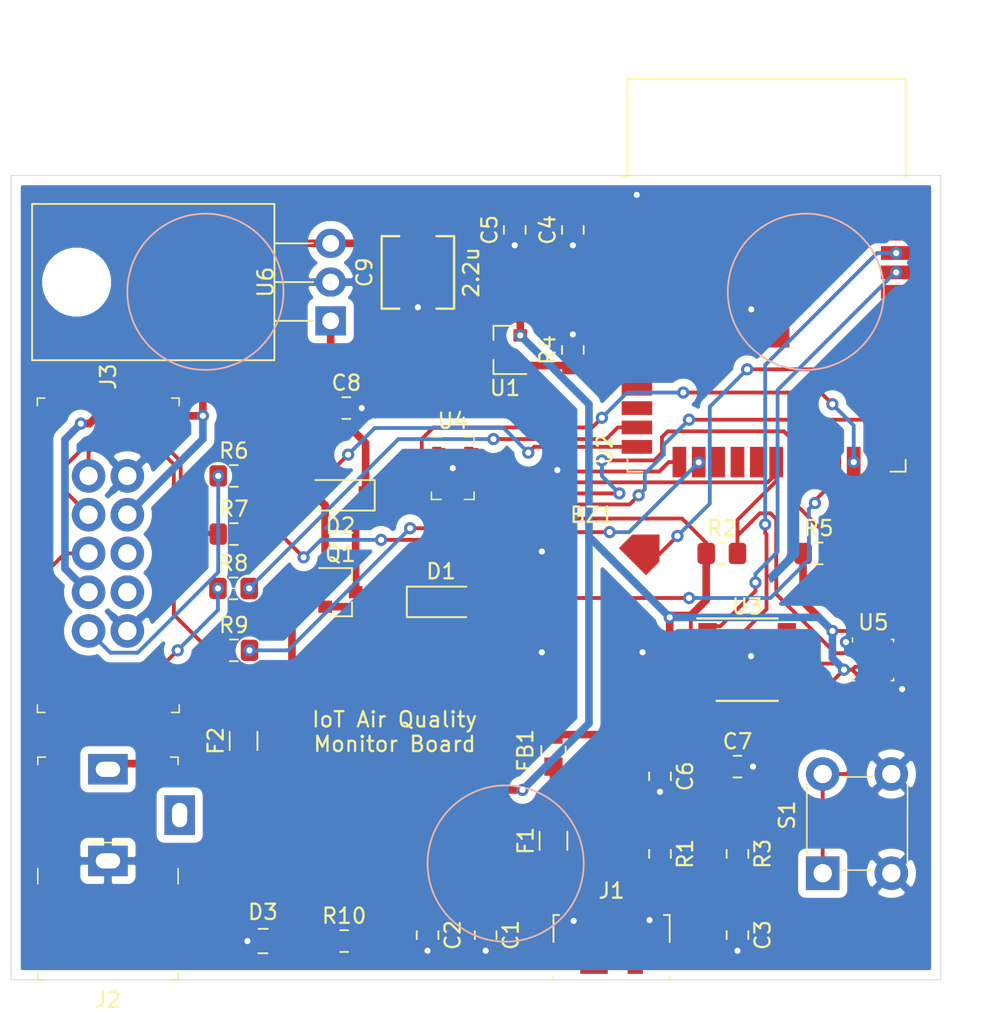
<source format=kicad_pcb>
(kicad_pcb (version 20171130) (host pcbnew 5.1.5)

  (general
    (thickness 1.6)
    (drawings 8)
    (tracks 396)
    (zones 0)
    (modules 37)
    (nets 33)
  )

  (page A4)
  (layers
    (0 F.Cu signal)
    (31 B.Cu signal)
    (32 B.Adhes user)
    (33 F.Adhes user)
    (34 B.Paste user)
    (35 F.Paste user)
    (36 B.SilkS user)
    (37 F.SilkS user)
    (38 B.Mask user)
    (39 F.Mask user)
    (40 Dwgs.User user hide)
    (41 Cmts.User user)
    (42 Eco1.User user)
    (43 Eco2.User user)
    (44 Edge.Cuts user)
    (45 Margin user)
    (46 B.CrtYd user)
    (47 F.CrtYd user)
    (48 B.Fab user)
    (49 F.Fab user)
  )

  (setup
    (last_trace_width 0.25)
    (user_trace_width 0.5)
    (trace_clearance 0.2)
    (zone_clearance 0.508)
    (zone_45_only no)
    (trace_min 0.2)
    (via_size 0.8)
    (via_drill 0.4)
    (via_min_size 0.4)
    (via_min_drill 0.3)
    (uvia_size 0.3)
    (uvia_drill 0.1)
    (uvias_allowed no)
    (uvia_min_size 0.2)
    (uvia_min_drill 0.1)
    (edge_width 0.05)
    (segment_width 0.2)
    (pcb_text_width 0.3)
    (pcb_text_size 1.5 1.5)
    (mod_edge_width 0.12)
    (mod_text_size 1 1)
    (mod_text_width 0.15)
    (pad_size 1.524 1.524)
    (pad_drill 0.762)
    (pad_to_mask_clearance 0.051)
    (solder_mask_min_width 0.25)
    (aux_axis_origin 0 0)
    (visible_elements FFFFFF7F)
    (pcbplotparams
      (layerselection 0x010fc_ffffffff)
      (usegerberextensions false)
      (usegerberattributes false)
      (usegerberadvancedattributes false)
      (creategerberjobfile false)
      (excludeedgelayer true)
      (linewidth 0.100000)
      (plotframeref false)
      (viasonmask false)
      (mode 1)
      (useauxorigin false)
      (hpglpennumber 1)
      (hpglpenspeed 20)
      (hpglpendiameter 15.000000)
      (psnegative false)
      (psa4output false)
      (plotreference true)
      (plotvalue true)
      (plotinvisibletext false)
      (padsonsilk false)
      (subtractmaskfromsilk false)
      (outputformat 1)
      (mirror false)
      (drillshape 1)
      (scaleselection 1)
      (outputdirectory ""))
  )

  (net 0 "")
  (net 1 GND)
  (net 2 "Net-(BZ1-Pad1)")
  (net 3 "Net-(C1-Pad1)")
  (net 4 "Net-(C2-Pad1)")
  (net 5 "Net-(C3-Pad1)")
  (net 6 +3V3)
  (net 7 /USB_VBUS)
  (net 8 /VSUPPLY)
  (net 9 "Net-(D1-Pad1)")
  (net 10 /V_JACK)
  (net 11 "Net-(D3-Pad1)")
  (net 12 "Net-(F1-Pad2)")
  (net 13 "Net-(F2-Pad1)")
  (net 14 "Net-(J3-Pad1)")
  (net 15 "Net-(J3-Pad3)")
  (net 16 "Net-(J3-Pad5)")
  (net 17 "Net-(J3-Pad9)")
  (net 18 /USB_D-)
  (net 19 /SCK)
  (net 20 /USB_D+)
  (net 21 "Net-(R4-Pad1)")
  (net 22 /SDA)
  (net 23 "Net-(R6-Pad2)")
  (net 24 "Net-(R7-Pad2)")
  (net 25 "Net-(R8-Pad2)")
  (net 26 "Net-(R9-Pad2)")
  (net 27 "Net-(S1-Pad1)")
  (net 28 /ESP_TX)
  (net 29 /ESP_RX)
  (net 30 /~WAKE~)
  (net 31 /~INT~)
  (net 32 "Net-(U4-Pad4)")

  (net_class Default "This is the default net class."
    (clearance 0.2)
    (trace_width 0.25)
    (via_dia 0.8)
    (via_drill 0.4)
    (uvia_dia 0.3)
    (uvia_drill 0.1)
    (add_net +3V3)
    (add_net /ESP_RX)
    (add_net /ESP_TX)
    (add_net /SCK)
    (add_net /SDA)
    (add_net /USB_D+)
    (add_net /USB_D-)
    (add_net /USB_VBUS)
    (add_net /VSUPPLY)
    (add_net /V_JACK)
    (add_net /~INT~)
    (add_net /~WAKE~)
    (add_net GND)
    (add_net "Net-(BZ1-Pad1)")
    (add_net "Net-(C1-Pad1)")
    (add_net "Net-(C2-Pad1)")
    (add_net "Net-(C3-Pad1)")
    (add_net "Net-(D1-Pad1)")
    (add_net "Net-(D3-Pad1)")
    (add_net "Net-(F1-Pad2)")
    (add_net "Net-(F2-Pad1)")
    (add_net "Net-(J3-Pad1)")
    (add_net "Net-(J3-Pad3)")
    (add_net "Net-(J3-Pad5)")
    (add_net "Net-(J3-Pad9)")
    (add_net "Net-(R4-Pad1)")
    (add_net "Net-(R6-Pad2)")
    (add_net "Net-(R7-Pad2)")
    (add_net "Net-(R8-Pad2)")
    (add_net "Net-(R9-Pad2)")
    (add_net "Net-(S1-Pad1)")
    (add_net "Net-(U4-Pad4)")
  )

  (module Package_TO_SOT_THT:TO-220-3_Horizontal_TabDown (layer F.Cu) (tedit 5AC8BA0D) (tstamp 5E0C8927)
    (at 97.155 77.47 90)
    (descr "TO-220-3, Horizontal, RM 2.54mm, see https://www.vishay.com/docs/66542/to-220-1.pdf")
    (tags "TO-220-3 Horizontal RM 2.54mm")
    (path /5E223340)
    (fp_text reference U6 (at 2.54 -4.27 90) (layer F.SilkS)
      (effects (font (size 1 1) (thickness 0.15)))
    )
    (fp_text value LF33_TO220 (at 2.54 2.5 90) (layer F.Fab)
      (effects (font (size 1 1) (thickness 0.15)))
    )
    (fp_text user %R (at 2.54 -4.27 90) (layer F.Fab)
      (effects (font (size 1 1) (thickness 0.15)))
    )
    (fp_line (start 7.79 -19.71) (end -2.71 -19.71) (layer F.CrtYd) (width 0.05))
    (fp_line (start 7.79 1.25) (end 7.79 -19.71) (layer F.CrtYd) (width 0.05))
    (fp_line (start -2.71 1.25) (end 7.79 1.25) (layer F.CrtYd) (width 0.05))
    (fp_line (start -2.71 -19.71) (end -2.71 1.25) (layer F.CrtYd) (width 0.05))
    (fp_line (start 5.08 -3.69) (end 5.08 -1.15) (layer F.SilkS) (width 0.12))
    (fp_line (start 2.54 -3.69) (end 2.54 -1.15) (layer F.SilkS) (width 0.12))
    (fp_line (start 0 -3.69) (end 0 -1.15) (layer F.SilkS) (width 0.12))
    (fp_line (start 7.66 -19.58) (end 7.66 -3.69) (layer F.SilkS) (width 0.12))
    (fp_line (start -2.58 -19.58) (end -2.58 -3.69) (layer F.SilkS) (width 0.12))
    (fp_line (start -2.58 -19.58) (end 7.66 -19.58) (layer F.SilkS) (width 0.12))
    (fp_line (start -2.58 -3.69) (end 7.66 -3.69) (layer F.SilkS) (width 0.12))
    (fp_line (start 5.08 -3.81) (end 5.08 0) (layer F.Fab) (width 0.1))
    (fp_line (start 2.54 -3.81) (end 2.54 0) (layer F.Fab) (width 0.1))
    (fp_line (start 0 -3.81) (end 0 0) (layer F.Fab) (width 0.1))
    (fp_line (start 7.54 -3.81) (end -2.46 -3.81) (layer F.Fab) (width 0.1))
    (fp_line (start 7.54 -13.06) (end 7.54 -3.81) (layer F.Fab) (width 0.1))
    (fp_line (start -2.46 -13.06) (end 7.54 -13.06) (layer F.Fab) (width 0.1))
    (fp_line (start -2.46 -3.81) (end -2.46 -13.06) (layer F.Fab) (width 0.1))
    (fp_line (start 7.54 -13.06) (end -2.46 -13.06) (layer F.Fab) (width 0.1))
    (fp_line (start 7.54 -19.46) (end 7.54 -13.06) (layer F.Fab) (width 0.1))
    (fp_line (start -2.46 -19.46) (end 7.54 -19.46) (layer F.Fab) (width 0.1))
    (fp_line (start -2.46 -13.06) (end -2.46 -19.46) (layer F.Fab) (width 0.1))
    (fp_circle (center 2.54 -16.66) (end 4.39 -16.66) (layer F.Fab) (width 0.1))
    (pad 3 thru_hole oval (at 5.08 0 90) (size 1.905 2) (drill 1.1) (layers *.Cu *.Mask)
      (net 6 +3V3))
    (pad 2 thru_hole oval (at 2.54 0 90) (size 1.905 2) (drill 1.1) (layers *.Cu *.Mask)
      (net 1 GND))
    (pad 1 thru_hole rect (at 0 0 90) (size 1.905 2) (drill 1.1) (layers *.Cu *.Mask)
      (net 8 /VSUPPLY))
    (pad "" np_thru_hole oval (at 2.54 -16.66 90) (size 3.5 3.5) (drill 3.5) (layers *.Cu *.Mask))
    (model ${KISYS3DMOD}/Package_TO_SOT_THT.3dshapes/TO-220-3_Horizontal_TabDown.wrl
      (at (xyz 0 0 0))
      (scale (xyz 1 1 1))
      (rotate (xyz 0 0 0))
    )
  )

  (module Package_LGA:Bosch_LGA-8_2.5x2.5mm_P0.65mm_ClockwisePinNumbering (layer F.Cu) (tedit 5A0FA816) (tstamp 5E0C664D)
    (at 132.715 99.695)
    (descr LGA-8)
    (tags "lga land grid array")
    (path /5E0BF311)
    (attr smd)
    (fp_text reference U5 (at 0.015 -2.465) (layer F.SilkS)
      (effects (font (size 1 1) (thickness 0.15)))
    )
    (fp_text value BME280 (at 0.015 2.535) (layer F.Fab)
      (effects (font (size 1 1) (thickness 0.15)))
    )
    (fp_line (start 1.41 1.54) (end -1.41 1.54) (layer F.CrtYd) (width 0.05))
    (fp_line (start 1.41 -1.54) (end 1.41 1.54) (layer F.CrtYd) (width 0.05))
    (fp_line (start -1.41 -1.54) (end 1.41 -1.54) (layer F.CrtYd) (width 0.05))
    (fp_line (start -1.41 1.54) (end -1.41 -1.54) (layer F.CrtYd) (width 0.05))
    (fp_line (start 1.25 1.25) (end -1.25 1.25) (layer F.Fab) (width 0.1))
    (fp_line (start 1.25 -1.25) (end 1.25 1.25) (layer F.Fab) (width 0.1))
    (fp_line (start -0.5 -1.25) (end 1.25 -1.25) (layer F.Fab) (width 0.1))
    (fp_line (start -1.25 1.25) (end -1.25 -0.5) (layer F.Fab) (width 0.1))
    (fp_line (start -1.35 -1.2) (end -1.35 -1.45) (layer F.SilkS) (width 0.1))
    (fp_line (start 1.35 -1.35) (end 1.35 -1.2) (layer F.SilkS) (width 0.1))
    (fp_line (start 1.2 -1.35) (end 1.35 -1.35) (layer F.SilkS) (width 0.1))
    (fp_line (start 1.35 1.35) (end 1.2 1.35) (layer F.SilkS) (width 0.1))
    (fp_line (start 1.35 1.35) (end 1.35 1.2) (layer F.SilkS) (width 0.1))
    (fp_line (start -1.35 1.35) (end -1.35 1.2) (layer F.SilkS) (width 0.1))
    (fp_line (start -1.25 -0.5) (end -0.5 -1.25) (layer F.Fab) (width 0.1))
    (fp_line (start -1.35 1.36) (end -1.2 1.36) (layer F.SilkS) (width 0.1))
    (fp_text user %R (at 0 0 180) (layer F.Fab)
      (effects (font (size 0.5 0.5) (thickness 0.075)))
    )
    (pad 5 smd rect (at 0.975 1.025 90) (size 0.5 0.35) (layers F.Cu F.Paste F.Mask)
      (net 1 GND))
    (pad 6 smd rect (at 0.325 1.025 90) (size 0.5 0.35) (layers F.Cu F.Paste F.Mask)
      (net 6 +3V3))
    (pad 7 smd rect (at -0.325 1.025 90) (size 0.5 0.35) (layers F.Cu F.Paste F.Mask)
      (net 1 GND))
    (pad 8 smd rect (at -0.975 1.025 90) (size 0.5 0.35) (layers F.Cu F.Paste F.Mask)
      (net 6 +3V3))
    (pad 1 smd rect (at -0.975 -1.025 90) (size 0.5 0.35) (layers F.Cu F.Paste F.Mask)
      (net 1 GND))
    (pad 2 smd rect (at -0.325 -1.025 90) (size 0.5 0.35) (layers F.Cu F.Paste F.Mask)
      (net 6 +3V3))
    (pad 3 smd rect (at 0.325 -1.025 90) (size 0.5 0.35) (layers F.Cu F.Paste F.Mask)
      (net 22 /SDA))
    (pad 4 smd rect (at 0.975 -1.025 90) (size 0.5 0.35) (layers F.Cu F.Paste F.Mask)
      (net 19 /SCK))
    (model ${KISYS3DMOD}/Package_LGA.3dshapes/Bosch_LGA-8_2.5x2.5mm_P0.65mm_ClockwisePinNumbering.wrl
      (offset (xyz 0.01500000025472259 -0.03500000059435272 0))
      (scale (xyz 1 1 1))
      (rotate (xyz 0 0 0))
    )
  )

  (module Package_LGA:AMS_LGA-10-1EP_2.7x4mm_P0.6mm (layer F.Cu) (tedit 5A02F217) (tstamp 5E0C8C74)
    (at 105.156 87.122)
    (descr "LGA-10, http://ams.com/eng/content/download/951091/2269479/471718")
    (tags "lga land grid array")
    (path /5E0BD7EE)
    (attr smd)
    (fp_text reference U4 (at 0 -3.1) (layer F.SilkS)
      (effects (font (size 1 1) (thickness 0.15)))
    )
    (fp_text value CCS811 (at 0 3.1) (layer F.Fab)
      (effects (font (size 1 1) (thickness 0.15)))
    )
    (fp_line (start 1.4 -2.05) (end 1.4 -1.57) (layer F.SilkS) (width 0.1))
    (fp_line (start 0.76 -2.05) (end 1.4 -2.05) (layer F.SilkS) (width 0.1))
    (fp_line (start 1.4 1.57) (end 1.4 2.05) (layer F.SilkS) (width 0.1))
    (fp_line (start 0.76 2.05) (end 1.4 2.05) (layer F.SilkS) (width 0.1))
    (fp_line (start -1.4 -2.05) (end -0.76 -2.05) (layer F.SilkS) (width 0.1))
    (fp_line (start -1.4 2.05) (end -0.76 2.05) (layer F.SilkS) (width 0.1))
    (fp_line (start -1.4 1.57) (end -1.4 2.05) (layer F.SilkS) (width 0.1))
    (fp_line (start -1 -1.95) (end 1.3 -1.95) (layer F.Fab) (width 0.1))
    (fp_line (start -1.3 -1.65) (end -1 -1.95) (layer F.Fab) (width 0.1))
    (fp_line (start -1.3 1.95) (end -1.3 -1.65) (layer F.Fab) (width 0.1))
    (fp_line (start 1.3 1.95) (end -1.3 1.95) (layer F.Fab) (width 0.1))
    (fp_line (start 1.3 -1.95) (end 1.3 1.95) (layer F.Fab) (width 0.1))
    (fp_line (start -1.5 -2.15) (end 1.5 -2.15) (layer F.CrtYd) (width 0.05))
    (fp_line (start -1.5 2.15) (end -1.5 -2.15) (layer F.CrtYd) (width 0.05))
    (fp_line (start 1.5 2.15) (end -1.5 2.15) (layer F.CrtYd) (width 0.05))
    (fp_line (start 1.5 -2.15) (end 1.5 2.15) (layer F.CrtYd) (width 0.05))
    (fp_text user %R (at 0 0) (layer F.Fab)
      (effects (font (size 0.5 0.5) (thickness 0.05)))
    )
    (pad 8 smd rect (at 1.05 0) (size 0.6 0.4) (layers F.Cu F.Paste F.Mask))
    (pad 4 smd rect (at -1.05 0.6) (size 0.6 0.4) (layers F.Cu F.Paste F.Mask)
      (net 32 "Net-(U4-Pad4)"))
    (pad 3 smd rect (at -1.05 0) (size 0.6 0.4) (layers F.Cu F.Paste F.Mask)
      (net 31 /~INT~))
    (pad 2 smd rect (at -1.05 -0.6) (size 0.6 0.4) (layers F.Cu F.Paste F.Mask))
    (pad 1 smd rect (at -1.05 -1.2) (size 0.6 0.4) (layers F.Cu F.Paste F.Mask)
      (net 1 GND))
    (pad 5 smd rect (at -1.05 1.2) (size 0.6 0.4) (layers F.Cu F.Paste F.Mask)
      (net 32 "Net-(U4-Pad4)"))
    (pad 9 smd rect (at 1.05 -0.6) (size 0.6 0.4) (layers F.Cu F.Paste F.Mask)
      (net 22 /SDA))
    (pad 10 smd rect (at 1.05 -1.2) (size 0.6 0.4) (layers F.Cu F.Paste F.Mask)
      (net 19 /SCK))
    (pad 7 smd rect (at 1.05 0.6) (size 0.6 0.4) (layers F.Cu F.Paste F.Mask)
      (net 30 /~WAKE~))
    (pad 6 smd rect (at 1.05 1.2) (size 0.6 0.4) (layers F.Cu F.Paste F.Mask)
      (net 6 +3V3))
    (pad 11 smd rect (at 0 0.15) (size 1.3 2.2) (layers F.Cu F.Paste F.Mask)
      (net 1 GND))
    (pad 11 smd rect (at 0.15 -1.1) (size 1 0.3) (layers F.Cu F.Paste F.Mask)
      (net 1 GND))
    (pad 11 smd trapezoid (at 0 -1.1) (size 1 0.3) (rect_delta 0 0.3 ) (layers F.Cu F.Paste F.Mask)
      (net 1 GND))
    (model ${KISYS3DMOD}/Package_LGA.3dshapes/AMS_LGA-10-1EP_2.7x4mm_P0.6mm.wrl
      (at (xyz 0 0 0))
      (scale (xyz 1 1 1))
      (rotate (xyz 0 0 0))
    )
  )

  (module Package_SO:SSOP-16_3.9x4.9mm_P0.635mm (layer F.Cu) (tedit 5A02F25C) (tstamp 5E0C8E05)
    (at 124.46 99.695)
    (descr "SSOP16: plastic shrink small outline package; 16 leads; body width 3.9 mm; lead pitch 0.635; (see NXP SSOP-TSSOP-VSO-REFLOW.pdf and sot519-1_po.pdf)")
    (tags "SSOP 0.635")
    (path /5E053E1B)
    (attr smd)
    (fp_text reference U3 (at 0 -3.5) (layer F.SilkS)
      (effects (font (size 1 1) (thickness 0.15)))
    )
    (fp_text value FT230XS (at 0 3.5) (layer F.Fab)
      (effects (font (size 1 1) (thickness 0.15)))
    )
    (fp_text user %R (at 0 0) (layer F.Fab)
      (effects (font (size 0.8 0.8) (thickness 0.15)))
    )
    (fp_line (start -3.275 -2.725) (end 2 -2.725) (layer F.SilkS) (width 0.15))
    (fp_line (start -2 2.675) (end 2 2.675) (layer F.SilkS) (width 0.15))
    (fp_line (start -3.45 2.8) (end 3.45 2.8) (layer F.CrtYd) (width 0.05))
    (fp_line (start -3.45 -2.85) (end 3.45 -2.85) (layer F.CrtYd) (width 0.05))
    (fp_line (start 3.45 -2.85) (end 3.45 2.8) (layer F.CrtYd) (width 0.05))
    (fp_line (start -3.45 -2.85) (end -3.45 2.8) (layer F.CrtYd) (width 0.05))
    (fp_line (start -1.95 -1.45) (end -0.95 -2.45) (layer F.Fab) (width 0.15))
    (fp_line (start -1.95 2.45) (end -1.95 -1.45) (layer F.Fab) (width 0.15))
    (fp_line (start 1.95 2.45) (end -1.95 2.45) (layer F.Fab) (width 0.15))
    (fp_line (start 1.95 -2.45) (end 1.95 2.45) (layer F.Fab) (width 0.15))
    (fp_line (start -0.95 -2.45) (end 1.95 -2.45) (layer F.Fab) (width 0.15))
    (pad 16 smd rect (at 2.6 -2.2225) (size 1.2 0.4) (layers F.Cu F.Paste F.Mask))
    (pad 15 smd rect (at 2.6 -1.5875) (size 1.2 0.4) (layers F.Cu F.Paste F.Mask))
    (pad 14 smd rect (at 2.6 -0.9525) (size 1.2 0.4) (layers F.Cu F.Paste F.Mask))
    (pad 13 smd rect (at 2.6 -0.3175) (size 1.2 0.4) (layers F.Cu F.Paste F.Mask)
      (net 1 GND))
    (pad 12 smd rect (at 2.6 0.3175) (size 1.2 0.4) (layers F.Cu F.Paste F.Mask)
      (net 6 +3V3))
    (pad 11 smd rect (at 2.6 0.9525) (size 1.2 0.4) (layers F.Cu F.Paste F.Mask))
    (pad 10 smd rect (at 2.6 1.5875) (size 1.2 0.4) (layers F.Cu F.Paste F.Mask)
      (net 6 +3V3))
    (pad 9 smd rect (at 2.6 2.2225) (size 1.2 0.4) (layers F.Cu F.Paste F.Mask)
      (net 18 /USB_D-))
    (pad 8 smd rect (at -2.6 2.2225) (size 1.2 0.4) (layers F.Cu F.Paste F.Mask)
      (net 20 /USB_D+))
    (pad 7 smd rect (at -2.6 1.5875) (size 1.2 0.4) (layers F.Cu F.Paste F.Mask))
    (pad 6 smd rect (at -2.6 0.9525) (size 1.2 0.4) (layers F.Cu F.Paste F.Mask))
    (pad 5 smd rect (at -2.6 0.3175) (size 1.2 0.4) (layers F.Cu F.Paste F.Mask)
      (net 1 GND))
    (pad 4 smd rect (at -2.6 -0.3175) (size 1.2 0.4) (layers F.Cu F.Paste F.Mask)
      (net 28 /ESP_TX))
    (pad 3 smd rect (at -2.6 -0.9525) (size 1.2 0.4) (layers F.Cu F.Paste F.Mask)
      (net 6 +3V3))
    (pad 2 smd rect (at -2.6 -1.5875) (size 1.2 0.4) (layers F.Cu F.Paste F.Mask))
    (pad 1 smd rect (at -2.6 -2.2225) (size 1.2 0.4) (layers F.Cu F.Paste F.Mask)
      (net 29 /ESP_RX))
    (model ${KISYS3DMOD}/Package_SO.3dshapes/SSOP-16_3.9x4.9mm_P0.635mm.wrl
      (at (xyz 0 0 0))
      (scale (xyz 1 1 1))
      (rotate (xyz 0 0 0))
    )
  )

  (module RF_Module:ESP32-WROOM-32 (layer F.Cu) (tedit 5B5B4654) (tstamp 5E0C65EE)
    (at 125.73 77.47)
    (descr "Single 2.4 GHz Wi-Fi and Bluetooth combo chip https://www.espressif.com/sites/default/files/documentation/esp32-wroom-32_datasheet_en.pdf")
    (tags "Single 2.4 GHz Wi-Fi and Bluetooth combo  chip")
    (path /5E02964F)
    (attr smd)
    (fp_text reference U2 (at -10.61 8.43 90) (layer F.SilkS)
      (effects (font (size 1 1) (thickness 0.15)))
    )
    (fp_text value ESP32-WROOM-32 (at 0 11.5) (layer F.Fab)
      (effects (font (size 1 1) (thickness 0.15)))
    )
    (fp_line (start -9.12 -9.445) (end -9.5 -9.445) (layer F.SilkS) (width 0.12))
    (fp_line (start -9.12 -15.865) (end -9.12 -9.445) (layer F.SilkS) (width 0.12))
    (fp_line (start 9.12 -15.865) (end 9.12 -9.445) (layer F.SilkS) (width 0.12))
    (fp_line (start -9.12 -15.865) (end 9.12 -15.865) (layer F.SilkS) (width 0.12))
    (fp_line (start 9.12 9.88) (end 8.12 9.88) (layer F.SilkS) (width 0.12))
    (fp_line (start 9.12 9.1) (end 9.12 9.88) (layer F.SilkS) (width 0.12))
    (fp_line (start -9.12 9.88) (end -8.12 9.88) (layer F.SilkS) (width 0.12))
    (fp_line (start -9.12 9.1) (end -9.12 9.88) (layer F.SilkS) (width 0.12))
    (fp_line (start 8.4 -20.6) (end 8.2 -20.4) (layer Cmts.User) (width 0.1))
    (fp_line (start 8.4 -16) (end 8.4 -20.6) (layer Cmts.User) (width 0.1))
    (fp_line (start 8.4 -20.6) (end 8.6 -20.4) (layer Cmts.User) (width 0.1))
    (fp_line (start 8.4 -16) (end 8.6 -16.2) (layer Cmts.User) (width 0.1))
    (fp_line (start 8.4 -16) (end 8.2 -16.2) (layer Cmts.User) (width 0.1))
    (fp_line (start -9.2 -13.875) (end -9.4 -14.075) (layer Cmts.User) (width 0.1))
    (fp_line (start -13.8 -13.875) (end -9.2 -13.875) (layer Cmts.User) (width 0.1))
    (fp_line (start -9.2 -13.875) (end -9.4 -13.675) (layer Cmts.User) (width 0.1))
    (fp_line (start -13.8 -13.875) (end -13.6 -13.675) (layer Cmts.User) (width 0.1))
    (fp_line (start -13.8 -13.875) (end -13.6 -14.075) (layer Cmts.User) (width 0.1))
    (fp_line (start 9.2 -13.875) (end 9.4 -13.675) (layer Cmts.User) (width 0.1))
    (fp_line (start 9.2 -13.875) (end 9.4 -14.075) (layer Cmts.User) (width 0.1))
    (fp_line (start 13.8 -13.875) (end 13.6 -13.675) (layer Cmts.User) (width 0.1))
    (fp_line (start 13.8 -13.875) (end 13.6 -14.075) (layer Cmts.User) (width 0.1))
    (fp_line (start 9.2 -13.875) (end 13.8 -13.875) (layer Cmts.User) (width 0.1))
    (fp_line (start 14 -11.585) (end 12 -9.97) (layer Dwgs.User) (width 0.1))
    (fp_line (start 14 -13.2) (end 10 -9.97) (layer Dwgs.User) (width 0.1))
    (fp_line (start 14 -14.815) (end 8 -9.97) (layer Dwgs.User) (width 0.1))
    (fp_line (start 14 -16.43) (end 6 -9.97) (layer Dwgs.User) (width 0.1))
    (fp_line (start 14 -18.045) (end 4 -9.97) (layer Dwgs.User) (width 0.1))
    (fp_line (start 14 -19.66) (end 2 -9.97) (layer Dwgs.User) (width 0.1))
    (fp_line (start 13.475 -20.75) (end 0 -9.97) (layer Dwgs.User) (width 0.1))
    (fp_line (start 11.475 -20.75) (end -2 -9.97) (layer Dwgs.User) (width 0.1))
    (fp_line (start 9.475 -20.75) (end -4 -9.97) (layer Dwgs.User) (width 0.1))
    (fp_line (start 7.475 -20.75) (end -6 -9.97) (layer Dwgs.User) (width 0.1))
    (fp_line (start -8 -9.97) (end 5.475 -20.75) (layer Dwgs.User) (width 0.1))
    (fp_line (start 3.475 -20.75) (end -10 -9.97) (layer Dwgs.User) (width 0.1))
    (fp_line (start 1.475 -20.75) (end -12 -9.97) (layer Dwgs.User) (width 0.1))
    (fp_line (start -0.525 -20.75) (end -14 -9.97) (layer Dwgs.User) (width 0.1))
    (fp_line (start -2.525 -20.75) (end -14 -11.585) (layer Dwgs.User) (width 0.1))
    (fp_line (start -4.525 -20.75) (end -14 -13.2) (layer Dwgs.User) (width 0.1))
    (fp_line (start -6.525 -20.75) (end -14 -14.815) (layer Dwgs.User) (width 0.1))
    (fp_line (start -8.525 -20.75) (end -14 -16.43) (layer Dwgs.User) (width 0.1))
    (fp_line (start -10.525 -20.75) (end -14 -18.045) (layer Dwgs.User) (width 0.1))
    (fp_line (start -12.525 -20.75) (end -14 -19.66) (layer Dwgs.User) (width 0.1))
    (fp_line (start 9.75 -9.72) (end 14.25 -9.72) (layer F.CrtYd) (width 0.05))
    (fp_line (start -14.25 -9.72) (end -9.75 -9.72) (layer F.CrtYd) (width 0.05))
    (fp_line (start 14.25 -21) (end 14.25 -9.72) (layer F.CrtYd) (width 0.05))
    (fp_line (start -14.25 -21) (end -14.25 -9.72) (layer F.CrtYd) (width 0.05))
    (fp_line (start 14 -20.75) (end -14 -20.75) (layer Dwgs.User) (width 0.1))
    (fp_line (start 14 -9.97) (end 14 -20.75) (layer Dwgs.User) (width 0.1))
    (fp_line (start 14 -9.97) (end -14 -9.97) (layer Dwgs.User) (width 0.1))
    (fp_line (start -9 -9.02) (end -8.5 -9.52) (layer F.Fab) (width 0.1))
    (fp_line (start -8.5 -9.52) (end -9 -10.02) (layer F.Fab) (width 0.1))
    (fp_line (start -9 -9.02) (end -9 9.76) (layer F.Fab) (width 0.1))
    (fp_line (start -14.25 -21) (end 14.25 -21) (layer F.CrtYd) (width 0.05))
    (fp_line (start 9.75 -9.72) (end 9.75 10.5) (layer F.CrtYd) (width 0.05))
    (fp_line (start -9.75 10.5) (end 9.75 10.5) (layer F.CrtYd) (width 0.05))
    (fp_line (start -9.75 10.5) (end -9.75 -9.72) (layer F.CrtYd) (width 0.05))
    (fp_line (start -9 -15.745) (end 9 -15.745) (layer F.Fab) (width 0.1))
    (fp_line (start -9 -15.745) (end -9 -10.02) (layer F.Fab) (width 0.1))
    (fp_line (start -9 9.76) (end 9 9.76) (layer F.Fab) (width 0.1))
    (fp_line (start 9 9.76) (end 9 -15.745) (layer F.Fab) (width 0.1))
    (fp_line (start -14 -9.97) (end -14 -20.75) (layer Dwgs.User) (width 0.1))
    (fp_text user "5 mm" (at 11.8 -14.375) (layer Cmts.User)
      (effects (font (size 0.5 0.5) (thickness 0.1)))
    )
    (fp_text user "5 mm" (at -11.2 -14.375) (layer Cmts.User)
      (effects (font (size 0.5 0.5) (thickness 0.1)))
    )
    (fp_text user "5 mm" (at 11.8 -14.375) (layer Cmts.User)
      (effects (font (size 0.5 0.5) (thickness 0.1)))
    )
    (fp_text user Antenna (at 0 -13) (layer Cmts.User)
      (effects (font (size 1 1) (thickness 0.15)))
    )
    (fp_text user "KEEP-OUT ZONE" (at 0 -19) (layer Cmts.User)
      (effects (font (size 1 1) (thickness 0.15)))
    )
    (fp_text user %R (at 0 0) (layer F.Fab)
      (effects (font (size 1 1) (thickness 0.15)))
    )
    (pad 38 smd rect (at 8.5 -8.255) (size 2 0.9) (layers F.Cu F.Paste F.Mask)
      (net 1 GND))
    (pad 37 smd rect (at 8.5 -6.985) (size 2 0.9) (layers F.Cu F.Paste F.Mask))
    (pad 36 smd rect (at 8.5 -5.715) (size 2 0.9) (layers F.Cu F.Paste F.Mask))
    (pad 35 smd rect (at 8.5 -4.445) (size 2 0.9) (layers F.Cu F.Paste F.Mask)
      (net 28 /ESP_TX))
    (pad 34 smd rect (at 8.5 -3.175) (size 2 0.9) (layers F.Cu F.Paste F.Mask)
      (net 29 /ESP_RX))
    (pad 33 smd rect (at 8.5 -1.905) (size 2 0.9) (layers F.Cu F.Paste F.Mask))
    (pad 32 smd rect (at 8.5 -0.635) (size 2 0.9) (layers F.Cu F.Paste F.Mask))
    (pad 31 smd rect (at 8.5 0.635) (size 2 0.9) (layers F.Cu F.Paste F.Mask))
    (pad 30 smd rect (at 8.5 1.905) (size 2 0.9) (layers F.Cu F.Paste F.Mask))
    (pad 29 smd rect (at 8.5 3.175) (size 2 0.9) (layers F.Cu F.Paste F.Mask)
      (net 2 "Net-(BZ1-Pad1)"))
    (pad 28 smd rect (at 8.5 4.445) (size 2 0.9) (layers F.Cu F.Paste F.Mask))
    (pad 27 smd rect (at 8.5 5.715) (size 2 0.9) (layers F.Cu F.Paste F.Mask))
    (pad 26 smd rect (at 8.5 6.985) (size 2 0.9) (layers F.Cu F.Paste F.Mask)
      (net 30 /~WAKE~))
    (pad 25 smd rect (at 8.5 8.255) (size 2 0.9) (layers F.Cu F.Paste F.Mask)
      (net 27 "Net-(S1-Pad1)"))
    (pad 24 smd rect (at 5.715 9.255 90) (size 2 0.9) (layers F.Cu F.Paste F.Mask)
      (net 31 /~INT~))
    (pad 23 smd rect (at 4.445 9.255 90) (size 2 0.9) (layers F.Cu F.Paste F.Mask)
      (net 24 "Net-(R7-Pad2)"))
    (pad 22 smd rect (at 3.175 9.255 90) (size 2 0.9) (layers F.Cu F.Paste F.Mask))
    (pad 21 smd rect (at 1.905 9.255 90) (size 2 0.9) (layers F.Cu F.Paste F.Mask)
      (net 22 /SDA))
    (pad 20 smd rect (at 0.635 9.255 90) (size 2 0.9) (layers F.Cu F.Paste F.Mask)
      (net 19 /SCK))
    (pad 19 smd rect (at -0.635 9.255 90) (size 2 0.9) (layers F.Cu F.Paste F.Mask))
    (pad 18 smd rect (at -1.905 9.255 90) (size 2 0.9) (layers F.Cu F.Paste F.Mask))
    (pad 17 smd rect (at -3.175 9.255 90) (size 2 0.9) (layers F.Cu F.Paste F.Mask))
    (pad 16 smd rect (at -4.445 9.255 90) (size 2 0.9) (layers F.Cu F.Paste F.Mask)
      (net 26 "Net-(R9-Pad2)"))
    (pad 15 smd rect (at -5.715 9.255 90) (size 2 0.9) (layers F.Cu F.Paste F.Mask)
      (net 1 GND))
    (pad 14 smd rect (at -8.5 8.255) (size 2 0.9) (layers F.Cu F.Paste F.Mask)
      (net 23 "Net-(R6-Pad2)"))
    (pad 13 smd rect (at -8.5 6.985) (size 2 0.9) (layers F.Cu F.Paste F.Mask)
      (net 25 "Net-(R8-Pad2)"))
    (pad 12 smd rect (at -8.5 5.715) (size 2 0.9) (layers F.Cu F.Paste F.Mask))
    (pad 11 smd rect (at -8.5 4.445) (size 2 0.9) (layers F.Cu F.Paste F.Mask))
    (pad 10 smd rect (at -8.5 3.175) (size 2 0.9) (layers F.Cu F.Paste F.Mask))
    (pad 9 smd rect (at -8.5 1.905) (size 2 0.9) (layers F.Cu F.Paste F.Mask))
    (pad 8 smd rect (at -8.5 0.635) (size 2 0.9) (layers F.Cu F.Paste F.Mask))
    (pad 7 smd rect (at -8.5 -0.635) (size 2 0.9) (layers F.Cu F.Paste F.Mask))
    (pad 6 smd rect (at -8.5 -1.905) (size 2 0.9) (layers F.Cu F.Paste F.Mask))
    (pad 5 smd rect (at -8.5 -3.175) (size 2 0.9) (layers F.Cu F.Paste F.Mask))
    (pad 4 smd rect (at -8.5 -4.445) (size 2 0.9) (layers F.Cu F.Paste F.Mask))
    (pad 3 smd rect (at -8.5 -5.715) (size 2 0.9) (layers F.Cu F.Paste F.Mask)
      (net 21 "Net-(R4-Pad1)"))
    (pad 2 smd rect (at -8.5 -6.985) (size 2 0.9) (layers F.Cu F.Paste F.Mask)
      (net 6 +3V3))
    (pad 1 smd rect (at -8.5 -8.255) (size 2 0.9) (layers F.Cu F.Paste F.Mask)
      (net 1 GND))
    (pad 39 smd rect (at -1 -0.755) (size 5 5) (layers F.Cu F.Paste F.Mask)
      (net 1 GND))
    (model ${KISYS3DMOD}/RF_Module.3dshapes/ESP32-WROOM-32.wrl
      (at (xyz 0 0 0))
      (scale (xyz 1 1 1))
      (rotate (xyz 0 0 0))
    )
  )

  (module Package_TO_SOT_SMD:SOT-23 (layer F.Cu) (tedit 5A02FF57) (tstamp 5E0C72A4)
    (at 108.585 79.375 180)
    (descr "SOT-23, Standard")
    (tags SOT-23)
    (path /5E0990E0)
    (attr smd)
    (fp_text reference U1 (at 0 -2.5) (layer F.SilkS)
      (effects (font (size 1 1) (thickness 0.15)))
    )
    (fp_text value MCP130-xxxxTT (at 0 2.5) (layer F.Fab)
      (effects (font (size 1 1) (thickness 0.15)))
    )
    (fp_line (start 0.76 1.58) (end -0.7 1.58) (layer F.SilkS) (width 0.12))
    (fp_line (start 0.76 -1.58) (end -1.4 -1.58) (layer F.SilkS) (width 0.12))
    (fp_line (start -1.7 1.75) (end -1.7 -1.75) (layer F.CrtYd) (width 0.05))
    (fp_line (start 1.7 1.75) (end -1.7 1.75) (layer F.CrtYd) (width 0.05))
    (fp_line (start 1.7 -1.75) (end 1.7 1.75) (layer F.CrtYd) (width 0.05))
    (fp_line (start -1.7 -1.75) (end 1.7 -1.75) (layer F.CrtYd) (width 0.05))
    (fp_line (start 0.76 -1.58) (end 0.76 -0.65) (layer F.SilkS) (width 0.12))
    (fp_line (start 0.76 1.58) (end 0.76 0.65) (layer F.SilkS) (width 0.12))
    (fp_line (start -0.7 1.52) (end 0.7 1.52) (layer F.Fab) (width 0.1))
    (fp_line (start 0.7 -1.52) (end 0.7 1.52) (layer F.Fab) (width 0.1))
    (fp_line (start -0.7 -0.95) (end -0.15 -1.52) (layer F.Fab) (width 0.1))
    (fp_line (start -0.15 -1.52) (end 0.7 -1.52) (layer F.Fab) (width 0.1))
    (fp_line (start -0.7 -0.95) (end -0.7 1.5) (layer F.Fab) (width 0.1))
    (fp_text user %R (at 0 0 90) (layer F.Fab)
      (effects (font (size 0.5 0.5) (thickness 0.075)))
    )
    (pad 3 smd rect (at 1 0 180) (size 0.9 0.8) (layers F.Cu F.Paste F.Mask)
      (net 1 GND))
    (pad 2 smd rect (at -1 0.95 180) (size 0.9 0.8) (layers F.Cu F.Paste F.Mask)
      (net 6 +3V3))
    (pad 1 smd rect (at -1 -0.95 180) (size 0.9 0.8) (layers F.Cu F.Paste F.Mask)
      (net 21 "Net-(R4-Pad1)"))
    (model ${KISYS3DMOD}/Package_TO_SOT_SMD.3dshapes/SOT-23.wrl
      (at (xyz 0 0 0))
      (scale (xyz 1 1 1))
      (rotate (xyz 0 0 0))
    )
  )

  (module digikey-footprints:Switch_Tactile_THT_6x6mm (layer F.Cu) (tedit 5AF34E1F) (tstamp 5E0CA2AE)
    (at 129.413 113.665 90)
    (descr http://www.te.com/commerce/DocumentDelivery/DDEController?Action=srchrtrv&DocNm=1825910&DocType=Customer+Drawing&DocLang=English)
    (path /5E05FE4A)
    (fp_text reference S1 (at 3.81 -2.3368 90) (layer F.SilkS)
      (effects (font (size 1 1) (thickness 0.15)))
    )
    (fp_text value 1825910-6 (at 3.6322 7.0866 90) (layer F.Fab)
      (effects (font (size 1 1) (thickness 0.15)))
    )
    (fp_line (start 0.25 -1) (end 6.25 -1) (layer F.Fab) (width 0.1))
    (fp_line (start 6.25 -1) (end 6.25 5.5) (layer F.Fab) (width 0.1))
    (fp_line (start 6.25 5.5) (end 0.25 5.5) (layer F.Fab) (width 0.1))
    (fp_line (start 0.25 -1) (end 0.25 5.5) (layer F.Fab) (width 0.1))
    (fp_text user %R (at 3.3782 2.286 90) (layer F.Fab)
      (effects (font (size 1 1) (thickness 0.15)))
    )
    (fp_line (start 7.85 -1.35) (end 7.85 5.85) (layer F.CrtYd) (width 0.05))
    (fp_line (start 7.85 5.85) (end -1.35 5.85) (layer F.CrtYd) (width 0.05))
    (fp_line (start 7.85 -1.35) (end -1.35 -1.35) (layer F.CrtYd) (width 0.05))
    (fp_line (start -1.35 -1.35) (end -1.35 5.85) (layer F.CrtYd) (width 0.05))
    (fp_line (start 1.2 -1.0414) (end 5.8674 -1.0414) (layer F.SilkS) (width 0.1))
    (fp_line (start 0.2032 1.1938) (end 0.2032 3.302) (layer F.SilkS) (width 0.1))
    (fp_line (start 6.3092 1.2048) (end 6.3092 3.3) (layer F.SilkS) (width 0.1))
    (fp_line (start 5.8928 5.5626) (end 0.6 5.5528) (layer F.SilkS) (width 0.1))
    (fp_line (start 0.2032 1.2004) (end -0.0468 1.2004) (layer F.SilkS) (width 0.1))
    (pad 3 thru_hole circle (at 0 4.5 90) (size 2.2 2.2) (drill 1.2) (layers *.Cu *.Mask)
      (net 1 GND))
    (pad 4 thru_hole circle (at 6.5 4.5 90) (size 2.2 2.2) (drill 1.2) (layers *.Cu *.Mask)
      (net 1 GND))
    (pad 2 thru_hole circle (at 6.5 0 90) (size 2.2 2.2) (drill 1.2) (layers *.Cu *.Mask)
      (net 27 "Net-(S1-Pad1)"))
    (pad 1 thru_hole rect (at 0 0 90) (size 2.2 2.2) (drill 1.2) (layers *.Cu *.Mask)
      (net 27 "Net-(S1-Pad1)"))
    (model ${KISYS3DMOD}/Button_Switch_THT.3dshapes/SW_PUSH_6mm_H5mm.wrl
      (at (xyz 0 0 0))
      (scale (xyz 1 1 1))
      (rotate (xyz 0 0 0))
    )
  )

  (module Resistor_SMD:R_0805_2012Metric_Pad1.15x1.40mm_HandSolder (layer F.Cu) (tedit 5B36C52B) (tstamp 5E0C6554)
    (at 98.035 118.11)
    (descr "Resistor SMD 0805 (2012 Metric), square (rectangular) end terminal, IPC_7351 nominal with elongated pad for handsoldering. (Body size source: https://docs.google.com/spreadsheets/d/1BsfQQcO9C6DZCsRaXUlFlo91Tg2WpOkGARC1WS5S8t0/edit?usp=sharing), generated with kicad-footprint-generator")
    (tags "resistor handsolder")
    (path /5E06D768)
    (attr smd)
    (fp_text reference R10 (at 0 -1.65) (layer F.SilkS)
      (effects (font (size 1 1) (thickness 0.15)))
    )
    (fp_text value 220k (at 0 1.65) (layer F.Fab)
      (effects (font (size 1 1) (thickness 0.15)))
    )
    (fp_text user %R (at 0 0) (layer F.Fab)
      (effects (font (size 0.5 0.5) (thickness 0.08)))
    )
    (fp_line (start 1.85 0.95) (end -1.85 0.95) (layer F.CrtYd) (width 0.05))
    (fp_line (start 1.85 -0.95) (end 1.85 0.95) (layer F.CrtYd) (width 0.05))
    (fp_line (start -1.85 -0.95) (end 1.85 -0.95) (layer F.CrtYd) (width 0.05))
    (fp_line (start -1.85 0.95) (end -1.85 -0.95) (layer F.CrtYd) (width 0.05))
    (fp_line (start -0.261252 0.71) (end 0.261252 0.71) (layer F.SilkS) (width 0.12))
    (fp_line (start -0.261252 -0.71) (end 0.261252 -0.71) (layer F.SilkS) (width 0.12))
    (fp_line (start 1 0.6) (end -1 0.6) (layer F.Fab) (width 0.1))
    (fp_line (start 1 -0.6) (end 1 0.6) (layer F.Fab) (width 0.1))
    (fp_line (start -1 -0.6) (end 1 -0.6) (layer F.Fab) (width 0.1))
    (fp_line (start -1 0.6) (end -1 -0.6) (layer F.Fab) (width 0.1))
    (pad 2 smd roundrect (at 1.025 0) (size 1.15 1.4) (layers F.Cu F.Paste F.Mask) (roundrect_rratio 0.217391)
      (net 6 +3V3))
    (pad 1 smd roundrect (at -1.025 0) (size 1.15 1.4) (layers F.Cu F.Paste F.Mask) (roundrect_rratio 0.217391)
      (net 11 "Net-(D3-Pad1)"))
    (model ${KISYS3DMOD}/Resistor_SMD.3dshapes/R_0805_2012Metric.wrl
      (at (xyz 0 0 0))
      (scale (xyz 1 1 1))
      (rotate (xyz 0 0 0))
    )
  )

  (module Resistor_SMD:R_0805_2012Metric_Pad1.15x1.40mm_HandSolder (layer F.Cu) (tedit 5B36C52B) (tstamp 5E0C6543)
    (at 90.805 99.06)
    (descr "Resistor SMD 0805 (2012 Metric), square (rectangular) end terminal, IPC_7351 nominal with elongated pad for handsoldering. (Body size source: https://docs.google.com/spreadsheets/d/1BsfQQcO9C6DZCsRaXUlFlo91Tg2WpOkGARC1WS5S8t0/edit?usp=sharing), generated with kicad-footprint-generator")
    (tags "resistor handsolder")
    (path /5E04D1A0)
    (attr smd)
    (fp_text reference R9 (at 0 -1.65) (layer F.SilkS)
      (effects (font (size 1 1) (thickness 0.15)))
    )
    (fp_text value 100 (at 0 1.65) (layer F.Fab)
      (effects (font (size 1 1) (thickness 0.15)))
    )
    (fp_text user %R (at 0 0) (layer F.Fab)
      (effects (font (size 0.5 0.5) (thickness 0.08)))
    )
    (fp_line (start 1.85 0.95) (end -1.85 0.95) (layer F.CrtYd) (width 0.05))
    (fp_line (start 1.85 -0.95) (end 1.85 0.95) (layer F.CrtYd) (width 0.05))
    (fp_line (start -1.85 -0.95) (end 1.85 -0.95) (layer F.CrtYd) (width 0.05))
    (fp_line (start -1.85 0.95) (end -1.85 -0.95) (layer F.CrtYd) (width 0.05))
    (fp_line (start -0.261252 0.71) (end 0.261252 0.71) (layer F.SilkS) (width 0.12))
    (fp_line (start -0.261252 -0.71) (end 0.261252 -0.71) (layer F.SilkS) (width 0.12))
    (fp_line (start 1 0.6) (end -1 0.6) (layer F.Fab) (width 0.1))
    (fp_line (start 1 -0.6) (end 1 0.6) (layer F.Fab) (width 0.1))
    (fp_line (start -1 -0.6) (end 1 -0.6) (layer F.Fab) (width 0.1))
    (fp_line (start -1 0.6) (end -1 -0.6) (layer F.Fab) (width 0.1))
    (pad 2 smd roundrect (at 1.025 0) (size 1.15 1.4) (layers F.Cu F.Paste F.Mask) (roundrect_rratio 0.217391)
      (net 26 "Net-(R9-Pad2)"))
    (pad 1 smd roundrect (at -1.025 0) (size 1.15 1.4) (layers F.Cu F.Paste F.Mask) (roundrect_rratio 0.217391)
      (net 14 "Net-(J3-Pad1)"))
    (model ${KISYS3DMOD}/Resistor_SMD.3dshapes/R_0805_2012Metric.wrl
      (at (xyz 0 0 0))
      (scale (xyz 1 1 1))
      (rotate (xyz 0 0 0))
    )
  )

  (module Resistor_SMD:R_0805_2012Metric_Pad1.15x1.40mm_HandSolder (layer F.Cu) (tedit 5B36C52B) (tstamp 5E0C6532)
    (at 90.785 95)
    (descr "Resistor SMD 0805 (2012 Metric), square (rectangular) end terminal, IPC_7351 nominal with elongated pad for handsoldering. (Body size source: https://docs.google.com/spreadsheets/d/1BsfQQcO9C6DZCsRaXUlFlo91Tg2WpOkGARC1WS5S8t0/edit?usp=sharing), generated with kicad-footprint-generator")
    (tags "resistor handsolder")
    (path /5E04CD6C)
    (attr smd)
    (fp_text reference R8 (at 0 -1.65) (layer F.SilkS)
      (effects (font (size 1 1) (thickness 0.15)))
    )
    (fp_text value 100 (at 0 1.65) (layer F.Fab)
      (effects (font (size 1 1) (thickness 0.15)))
    )
    (fp_text user %R (at 0 0) (layer F.Fab)
      (effects (font (size 0.5 0.5) (thickness 0.08)))
    )
    (fp_line (start 1.85 0.95) (end -1.85 0.95) (layer F.CrtYd) (width 0.05))
    (fp_line (start 1.85 -0.95) (end 1.85 0.95) (layer F.CrtYd) (width 0.05))
    (fp_line (start -1.85 -0.95) (end 1.85 -0.95) (layer F.CrtYd) (width 0.05))
    (fp_line (start -1.85 0.95) (end -1.85 -0.95) (layer F.CrtYd) (width 0.05))
    (fp_line (start -0.261252 0.71) (end 0.261252 0.71) (layer F.SilkS) (width 0.12))
    (fp_line (start -0.261252 -0.71) (end 0.261252 -0.71) (layer F.SilkS) (width 0.12))
    (fp_line (start 1 0.6) (end -1 0.6) (layer F.Fab) (width 0.1))
    (fp_line (start 1 -0.6) (end 1 0.6) (layer F.Fab) (width 0.1))
    (fp_line (start -1 -0.6) (end 1 -0.6) (layer F.Fab) (width 0.1))
    (fp_line (start -1 0.6) (end -1 -0.6) (layer F.Fab) (width 0.1))
    (pad 2 smd roundrect (at 1.025 0) (size 1.15 1.4) (layers F.Cu F.Paste F.Mask) (roundrect_rratio 0.217391)
      (net 25 "Net-(R8-Pad2)"))
    (pad 1 smd roundrect (at -1.025 0) (size 1.15 1.4) (layers F.Cu F.Paste F.Mask) (roundrect_rratio 0.217391)
      (net 16 "Net-(J3-Pad5)"))
    (model ${KISYS3DMOD}/Resistor_SMD.3dshapes/R_0805_2012Metric.wrl
      (at (xyz 0 0 0))
      (scale (xyz 1 1 1))
      (rotate (xyz 0 0 0))
    )
  )

  (module Resistor_SMD:R_0805_2012Metric_Pad1.15x1.40mm_HandSolder (layer F.Cu) (tedit 5B36C52B) (tstamp 5E0C6521)
    (at 90.805 91.44)
    (descr "Resistor SMD 0805 (2012 Metric), square (rectangular) end terminal, IPC_7351 nominal with elongated pad for handsoldering. (Body size source: https://docs.google.com/spreadsheets/d/1BsfQQcO9C6DZCsRaXUlFlo91Tg2WpOkGARC1WS5S8t0/edit?usp=sharing), generated with kicad-footprint-generator")
    (tags "resistor handsolder")
    (path /5E04C848)
    (attr smd)
    (fp_text reference R7 (at 0 -1.65) (layer F.SilkS)
      (effects (font (size 1 1) (thickness 0.15)))
    )
    (fp_text value 100 (at 0 1.65) (layer F.Fab)
      (effects (font (size 1 1) (thickness 0.15)))
    )
    (fp_text user %R (at 0 0) (layer F.Fab)
      (effects (font (size 0.5 0.5) (thickness 0.08)))
    )
    (fp_line (start 1.85 0.95) (end -1.85 0.95) (layer F.CrtYd) (width 0.05))
    (fp_line (start 1.85 -0.95) (end 1.85 0.95) (layer F.CrtYd) (width 0.05))
    (fp_line (start -1.85 -0.95) (end 1.85 -0.95) (layer F.CrtYd) (width 0.05))
    (fp_line (start -1.85 0.95) (end -1.85 -0.95) (layer F.CrtYd) (width 0.05))
    (fp_line (start -0.261252 0.71) (end 0.261252 0.71) (layer F.SilkS) (width 0.12))
    (fp_line (start -0.261252 -0.71) (end 0.261252 -0.71) (layer F.SilkS) (width 0.12))
    (fp_line (start 1 0.6) (end -1 0.6) (layer F.Fab) (width 0.1))
    (fp_line (start 1 -0.6) (end 1 0.6) (layer F.Fab) (width 0.1))
    (fp_line (start -1 -0.6) (end 1 -0.6) (layer F.Fab) (width 0.1))
    (fp_line (start -1 0.6) (end -1 -0.6) (layer F.Fab) (width 0.1))
    (pad 2 smd roundrect (at 1.025 0) (size 1.15 1.4) (layers F.Cu F.Paste F.Mask) (roundrect_rratio 0.217391)
      (net 24 "Net-(R7-Pad2)"))
    (pad 1 smd roundrect (at -1.025 0) (size 1.15 1.4) (layers F.Cu F.Paste F.Mask) (roundrect_rratio 0.217391)
      (net 15 "Net-(J3-Pad3)"))
    (model ${KISYS3DMOD}/Resistor_SMD.3dshapes/R_0805_2012Metric.wrl
      (at (xyz 0 0 0))
      (scale (xyz 1 1 1))
      (rotate (xyz 0 0 0))
    )
  )

  (module Resistor_SMD:R_0805_2012Metric_Pad1.15x1.40mm_HandSolder (layer F.Cu) (tedit 5B36C52B) (tstamp 5E0C6510)
    (at 90.805 87.63)
    (descr "Resistor SMD 0805 (2012 Metric), square (rectangular) end terminal, IPC_7351 nominal with elongated pad for handsoldering. (Body size source: https://docs.google.com/spreadsheets/d/1BsfQQcO9C6DZCsRaXUlFlo91Tg2WpOkGARC1WS5S8t0/edit?usp=sharing), generated with kicad-footprint-generator")
    (tags "resistor handsolder")
    (path /5E04B356)
    (attr smd)
    (fp_text reference R6 (at 0 -1.65) (layer F.SilkS)
      (effects (font (size 1 1) (thickness 0.15)))
    )
    (fp_text value 100 (at 0 1.65) (layer F.Fab)
      (effects (font (size 1 1) (thickness 0.15)))
    )
    (fp_text user %R (at 0 0) (layer F.Fab)
      (effects (font (size 0.5 0.5) (thickness 0.08)))
    )
    (fp_line (start 1.85 0.95) (end -1.85 0.95) (layer F.CrtYd) (width 0.05))
    (fp_line (start 1.85 -0.95) (end 1.85 0.95) (layer F.CrtYd) (width 0.05))
    (fp_line (start -1.85 -0.95) (end 1.85 -0.95) (layer F.CrtYd) (width 0.05))
    (fp_line (start -1.85 0.95) (end -1.85 -0.95) (layer F.CrtYd) (width 0.05))
    (fp_line (start -0.261252 0.71) (end 0.261252 0.71) (layer F.SilkS) (width 0.12))
    (fp_line (start -0.261252 -0.71) (end 0.261252 -0.71) (layer F.SilkS) (width 0.12))
    (fp_line (start 1 0.6) (end -1 0.6) (layer F.Fab) (width 0.1))
    (fp_line (start 1 -0.6) (end 1 0.6) (layer F.Fab) (width 0.1))
    (fp_line (start -1 -0.6) (end 1 -0.6) (layer F.Fab) (width 0.1))
    (fp_line (start -1 0.6) (end -1 -0.6) (layer F.Fab) (width 0.1))
    (pad 2 smd roundrect (at 1.025 0) (size 1.15 1.4) (layers F.Cu F.Paste F.Mask) (roundrect_rratio 0.217391)
      (net 23 "Net-(R6-Pad2)"))
    (pad 1 smd roundrect (at -1.025 0) (size 1.15 1.4) (layers F.Cu F.Paste F.Mask) (roundrect_rratio 0.217391)
      (net 17 "Net-(J3-Pad9)"))
    (model ${KISYS3DMOD}/Resistor_SMD.3dshapes/R_0805_2012Metric.wrl
      (at (xyz 0 0 0))
      (scale (xyz 1 1 1))
      (rotate (xyz 0 0 0))
    )
  )

  (module Resistor_SMD:R_0805_2012Metric_Pad1.15x1.40mm_HandSolder (layer F.Cu) (tedit 5B36C52B) (tstamp 5E0C64FF)
    (at 129.15 92.71)
    (descr "Resistor SMD 0805 (2012 Metric), square (rectangular) end terminal, IPC_7351 nominal with elongated pad for handsoldering. (Body size source: https://docs.google.com/spreadsheets/d/1BsfQQcO9C6DZCsRaXUlFlo91Tg2WpOkGARC1WS5S8t0/edit?usp=sharing), generated with kicad-footprint-generator")
    (tags "resistor handsolder")
    (path /5E29A929)
    (attr smd)
    (fp_text reference R5 (at 0 -1.65) (layer F.SilkS)
      (effects (font (size 1 1) (thickness 0.15)))
    )
    (fp_text value 4.7k (at 0 1.65) (layer F.Fab)
      (effects (font (size 1 1) (thickness 0.15)))
    )
    (fp_text user %R (at 0 0) (layer F.Fab)
      (effects (font (size 0.5 0.5) (thickness 0.08)))
    )
    (fp_line (start 1.85 0.95) (end -1.85 0.95) (layer F.CrtYd) (width 0.05))
    (fp_line (start 1.85 -0.95) (end 1.85 0.95) (layer F.CrtYd) (width 0.05))
    (fp_line (start -1.85 -0.95) (end 1.85 -0.95) (layer F.CrtYd) (width 0.05))
    (fp_line (start -1.85 0.95) (end -1.85 -0.95) (layer F.CrtYd) (width 0.05))
    (fp_line (start -0.261252 0.71) (end 0.261252 0.71) (layer F.SilkS) (width 0.12))
    (fp_line (start -0.261252 -0.71) (end 0.261252 -0.71) (layer F.SilkS) (width 0.12))
    (fp_line (start 1 0.6) (end -1 0.6) (layer F.Fab) (width 0.1))
    (fp_line (start 1 -0.6) (end 1 0.6) (layer F.Fab) (width 0.1))
    (fp_line (start -1 -0.6) (end 1 -0.6) (layer F.Fab) (width 0.1))
    (fp_line (start -1 0.6) (end -1 -0.6) (layer F.Fab) (width 0.1))
    (pad 2 smd roundrect (at 1.025 0) (size 1.15 1.4) (layers F.Cu F.Paste F.Mask) (roundrect_rratio 0.217391)
      (net 22 /SDA))
    (pad 1 smd roundrect (at -1.025 0) (size 1.15 1.4) (layers F.Cu F.Paste F.Mask) (roundrect_rratio 0.217391)
      (net 6 +3V3))
    (model ${KISYS3DMOD}/Resistor_SMD.3dshapes/R_0805_2012Metric.wrl
      (at (xyz 0 0 0))
      (scale (xyz 1 1 1))
      (rotate (xyz 0 0 0))
    )
  )

  (module Resistor_SMD:R_0805_2012Metric_Pad1.15x1.40mm_HandSolder (layer F.Cu) (tedit 5B36C52B) (tstamp 5E0C64EE)
    (at 113.03 79.375 90)
    (descr "Resistor SMD 0805 (2012 Metric), square (rectangular) end terminal, IPC_7351 nominal with elongated pad for handsoldering. (Body size source: https://docs.google.com/spreadsheets/d/1BsfQQcO9C6DZCsRaXUlFlo91Tg2WpOkGARC1WS5S8t0/edit?usp=sharing), generated with kicad-footprint-generator")
    (tags "resistor handsolder")
    (path /5E0A1D0F)
    (attr smd)
    (fp_text reference R4 (at 0 -1.65 90) (layer F.SilkS)
      (effects (font (size 1 1) (thickness 0.15)))
    )
    (fp_text value 100k (at 0 1.65 90) (layer F.Fab)
      (effects (font (size 1 1) (thickness 0.15)))
    )
    (fp_text user %R (at 0 0 90) (layer F.Fab)
      (effects (font (size 0.5 0.5) (thickness 0.08)))
    )
    (fp_line (start 1.85 0.95) (end -1.85 0.95) (layer F.CrtYd) (width 0.05))
    (fp_line (start 1.85 -0.95) (end 1.85 0.95) (layer F.CrtYd) (width 0.05))
    (fp_line (start -1.85 -0.95) (end 1.85 -0.95) (layer F.CrtYd) (width 0.05))
    (fp_line (start -1.85 0.95) (end -1.85 -0.95) (layer F.CrtYd) (width 0.05))
    (fp_line (start -0.261252 0.71) (end 0.261252 0.71) (layer F.SilkS) (width 0.12))
    (fp_line (start -0.261252 -0.71) (end 0.261252 -0.71) (layer F.SilkS) (width 0.12))
    (fp_line (start 1 0.6) (end -1 0.6) (layer F.Fab) (width 0.1))
    (fp_line (start 1 -0.6) (end 1 0.6) (layer F.Fab) (width 0.1))
    (fp_line (start -1 -0.6) (end 1 -0.6) (layer F.Fab) (width 0.1))
    (fp_line (start -1 0.6) (end -1 -0.6) (layer F.Fab) (width 0.1))
    (pad 2 smd roundrect (at 1.025 0 90) (size 1.15 1.4) (layers F.Cu F.Paste F.Mask) (roundrect_rratio 0.217391)
      (net 1 GND))
    (pad 1 smd roundrect (at -1.025 0 90) (size 1.15 1.4) (layers F.Cu F.Paste F.Mask) (roundrect_rratio 0.217391)
      (net 21 "Net-(R4-Pad1)"))
    (model ${KISYS3DMOD}/Resistor_SMD.3dshapes/R_0805_2012Metric.wrl
      (at (xyz 0 0 0))
      (scale (xyz 1 1 1))
      (rotate (xyz 0 0 0))
    )
  )

  (module Resistor_SMD:R_0805_2012Metric_Pad1.15x1.40mm_HandSolder (layer F.Cu) (tedit 5B36C52B) (tstamp 5E0C7AB1)
    (at 123.825 112.395 270)
    (descr "Resistor SMD 0805 (2012 Metric), square (rectangular) end terminal, IPC_7351 nominal with elongated pad for handsoldering. (Body size source: https://docs.google.com/spreadsheets/d/1BsfQQcO9C6DZCsRaXUlFlo91Tg2WpOkGARC1WS5S8t0/edit?usp=sharing), generated with kicad-footprint-generator")
    (tags "resistor handsolder")
    (path /5E06D7B5)
    (attr smd)
    (fp_text reference R3 (at 0 -1.65 90) (layer F.SilkS)
      (effects (font (size 1 1) (thickness 0.15)))
    )
    (fp_text value 27 (at 0 1.65 90) (layer F.Fab)
      (effects (font (size 1 1) (thickness 0.15)))
    )
    (fp_text user %R (at 0 0 90) (layer F.Fab)
      (effects (font (size 0.5 0.5) (thickness 0.08)))
    )
    (fp_line (start 1.85 0.95) (end -1.85 0.95) (layer F.CrtYd) (width 0.05))
    (fp_line (start 1.85 -0.95) (end 1.85 0.95) (layer F.CrtYd) (width 0.05))
    (fp_line (start -1.85 -0.95) (end 1.85 -0.95) (layer F.CrtYd) (width 0.05))
    (fp_line (start -1.85 0.95) (end -1.85 -0.95) (layer F.CrtYd) (width 0.05))
    (fp_line (start -0.261252 0.71) (end 0.261252 0.71) (layer F.SilkS) (width 0.12))
    (fp_line (start -0.261252 -0.71) (end 0.261252 -0.71) (layer F.SilkS) (width 0.12))
    (fp_line (start 1 0.6) (end -1 0.6) (layer F.Fab) (width 0.1))
    (fp_line (start 1 -0.6) (end 1 0.6) (layer F.Fab) (width 0.1))
    (fp_line (start -1 -0.6) (end 1 -0.6) (layer F.Fab) (width 0.1))
    (fp_line (start -1 0.6) (end -1 -0.6) (layer F.Fab) (width 0.1))
    (pad 2 smd roundrect (at 1.025 0 270) (size 1.15 1.4) (layers F.Cu F.Paste F.Mask) (roundrect_rratio 0.217391)
      (net 5 "Net-(C3-Pad1)"))
    (pad 1 smd roundrect (at -1.025 0 270) (size 1.15 1.4) (layers F.Cu F.Paste F.Mask) (roundrect_rratio 0.217391)
      (net 20 /USB_D+))
    (model ${KISYS3DMOD}/Resistor_SMD.3dshapes/R_0805_2012Metric.wrl
      (at (xyz 0 0 0))
      (scale (xyz 1 1 1))
      (rotate (xyz 0 0 0))
    )
  )

  (module Resistor_SMD:R_0805_2012Metric_Pad1.15x1.40mm_HandSolder (layer F.Cu) (tedit 5B36C52B) (tstamp 5E0C64CC)
    (at 122.8 92.71)
    (descr "Resistor SMD 0805 (2012 Metric), square (rectangular) end terminal, IPC_7351 nominal with elongated pad for handsoldering. (Body size source: https://docs.google.com/spreadsheets/d/1BsfQQcO9C6DZCsRaXUlFlo91Tg2WpOkGARC1WS5S8t0/edit?usp=sharing), generated with kicad-footprint-generator")
    (tags "resistor handsolder")
    (path /5E28BD70)
    (attr smd)
    (fp_text reference R2 (at 0 -1.65) (layer F.SilkS)
      (effects (font (size 1 1) (thickness 0.15)))
    )
    (fp_text value 4.7k (at 0 1.65) (layer F.Fab)
      (effects (font (size 1 1) (thickness 0.15)))
    )
    (fp_text user %R (at 0 0) (layer F.Fab)
      (effects (font (size 0.5 0.5) (thickness 0.08)))
    )
    (fp_line (start 1.85 0.95) (end -1.85 0.95) (layer F.CrtYd) (width 0.05))
    (fp_line (start 1.85 -0.95) (end 1.85 0.95) (layer F.CrtYd) (width 0.05))
    (fp_line (start -1.85 -0.95) (end 1.85 -0.95) (layer F.CrtYd) (width 0.05))
    (fp_line (start -1.85 0.95) (end -1.85 -0.95) (layer F.CrtYd) (width 0.05))
    (fp_line (start -0.261252 0.71) (end 0.261252 0.71) (layer F.SilkS) (width 0.12))
    (fp_line (start -0.261252 -0.71) (end 0.261252 -0.71) (layer F.SilkS) (width 0.12))
    (fp_line (start 1 0.6) (end -1 0.6) (layer F.Fab) (width 0.1))
    (fp_line (start 1 -0.6) (end 1 0.6) (layer F.Fab) (width 0.1))
    (fp_line (start -1 -0.6) (end 1 -0.6) (layer F.Fab) (width 0.1))
    (fp_line (start -1 0.6) (end -1 -0.6) (layer F.Fab) (width 0.1))
    (pad 2 smd roundrect (at 1.025 0) (size 1.15 1.4) (layers F.Cu F.Paste F.Mask) (roundrect_rratio 0.217391)
      (net 19 /SCK))
    (pad 1 smd roundrect (at -1.025 0) (size 1.15 1.4) (layers F.Cu F.Paste F.Mask) (roundrect_rratio 0.217391)
      (net 6 +3V3))
    (model ${KISYS3DMOD}/Resistor_SMD.3dshapes/R_0805_2012Metric.wrl
      (at (xyz 0 0 0))
      (scale (xyz 1 1 1))
      (rotate (xyz 0 0 0))
    )
  )

  (module Resistor_SMD:R_0805_2012Metric_Pad1.15x1.40mm_HandSolder (layer F.Cu) (tedit 5B36C52B) (tstamp 5E0C64BB)
    (at 118.745 112.395 270)
    (descr "Resistor SMD 0805 (2012 Metric), square (rectangular) end terminal, IPC_7351 nominal with elongated pad for handsoldering. (Body size source: https://docs.google.com/spreadsheets/d/1BsfQQcO9C6DZCsRaXUlFlo91Tg2WpOkGARC1WS5S8t0/edit?usp=sharing), generated with kicad-footprint-generator")
    (tags "resistor handsolder")
    (path /5E06D784)
    (attr smd)
    (fp_text reference R1 (at 0 -1.65 90) (layer F.SilkS)
      (effects (font (size 1 1) (thickness 0.15)))
    )
    (fp_text value 27 (at 0 1.65 90) (layer F.Fab)
      (effects (font (size 1 1) (thickness 0.15)))
    )
    (fp_text user %R (at 0 0 90) (layer F.Fab)
      (effects (font (size 0.5 0.5) (thickness 0.08)))
    )
    (fp_line (start 1.85 0.95) (end -1.85 0.95) (layer F.CrtYd) (width 0.05))
    (fp_line (start 1.85 -0.95) (end 1.85 0.95) (layer F.CrtYd) (width 0.05))
    (fp_line (start -1.85 -0.95) (end 1.85 -0.95) (layer F.CrtYd) (width 0.05))
    (fp_line (start -1.85 0.95) (end -1.85 -0.95) (layer F.CrtYd) (width 0.05))
    (fp_line (start -0.261252 0.71) (end 0.261252 0.71) (layer F.SilkS) (width 0.12))
    (fp_line (start -0.261252 -0.71) (end 0.261252 -0.71) (layer F.SilkS) (width 0.12))
    (fp_line (start 1 0.6) (end -1 0.6) (layer F.Fab) (width 0.1))
    (fp_line (start 1 -0.6) (end 1 0.6) (layer F.Fab) (width 0.1))
    (fp_line (start -1 -0.6) (end 1 -0.6) (layer F.Fab) (width 0.1))
    (fp_line (start -1 0.6) (end -1 -0.6) (layer F.Fab) (width 0.1))
    (pad 2 smd roundrect (at 1.025 0 270) (size 1.15 1.4) (layers F.Cu F.Paste F.Mask) (roundrect_rratio 0.217391)
      (net 4 "Net-(C2-Pad1)"))
    (pad 1 smd roundrect (at -1.025 0 270) (size 1.15 1.4) (layers F.Cu F.Paste F.Mask) (roundrect_rratio 0.217391)
      (net 18 /USB_D-))
    (model ${KISYS3DMOD}/Resistor_SMD.3dshapes/R_0805_2012Metric.wrl
      (at (xyz 0 0 0))
      (scale (xyz 1 1 1))
      (rotate (xyz 0 0 0))
    )
  )

  (module Package_TO_SOT_SMD:SOT-23 (layer F.Cu) (tedit 5A02FF57) (tstamp 5E0C64AA)
    (at 97.79 95.25)
    (descr "SOT-23, Standard")
    (tags SOT-23)
    (path /5E04FCFA)
    (attr smd)
    (fp_text reference Q1 (at 0 -2.5) (layer F.SilkS)
      (effects (font (size 1 1) (thickness 0.15)))
    )
    (fp_text value DMP2045U (at 0 2.5) (layer F.Fab)
      (effects (font (size 1 1) (thickness 0.15)))
    )
    (fp_line (start 0.76 1.58) (end -0.7 1.58) (layer F.SilkS) (width 0.12))
    (fp_line (start 0.76 -1.58) (end -1.4 -1.58) (layer F.SilkS) (width 0.12))
    (fp_line (start -1.7 1.75) (end -1.7 -1.75) (layer F.CrtYd) (width 0.05))
    (fp_line (start 1.7 1.75) (end -1.7 1.75) (layer F.CrtYd) (width 0.05))
    (fp_line (start 1.7 -1.75) (end 1.7 1.75) (layer F.CrtYd) (width 0.05))
    (fp_line (start -1.7 -1.75) (end 1.7 -1.75) (layer F.CrtYd) (width 0.05))
    (fp_line (start 0.76 -1.58) (end 0.76 -0.65) (layer F.SilkS) (width 0.12))
    (fp_line (start 0.76 1.58) (end 0.76 0.65) (layer F.SilkS) (width 0.12))
    (fp_line (start -0.7 1.52) (end 0.7 1.52) (layer F.Fab) (width 0.1))
    (fp_line (start 0.7 -1.52) (end 0.7 1.52) (layer F.Fab) (width 0.1))
    (fp_line (start -0.7 -0.95) (end -0.15 -1.52) (layer F.Fab) (width 0.1))
    (fp_line (start -0.15 -1.52) (end 0.7 -1.52) (layer F.Fab) (width 0.1))
    (fp_line (start -0.7 -0.95) (end -0.7 1.5) (layer F.Fab) (width 0.1))
    (fp_text user %R (at 0 0 90) (layer F.Fab)
      (effects (font (size 0.5 0.5) (thickness 0.075)))
    )
    (pad 3 smd rect (at 1 0) (size 0.9 0.8) (layers F.Cu F.Paste F.Mask)
      (net 8 /VSUPPLY))
    (pad 2 smd rect (at -1 0.95) (size 0.9 0.8) (layers F.Cu F.Paste F.Mask)
      (net 9 "Net-(D1-Pad1)"))
    (pad 1 smd rect (at -1 -0.95) (size 0.9 0.8) (layers F.Cu F.Paste F.Mask)
      (net 10 /V_JACK))
    (model ${KISYS3DMOD}/Package_TO_SOT_SMD.3dshapes/SOT-23.wrl
      (at (xyz 0 0 0))
      (scale (xyz 1 1 1))
      (rotate (xyz 0 0 0))
    )
  )

  (module air-quality:jtag-header (layer F.Cu) (tedit 5DFEC3DF) (tstamp 5E0C89A2)
    (at 83.82 87.63 270)
    (descr http://www.on-shore.com/wp-content/uploads/2015/09/302-sxxx.pdf)
    (path /5E046063)
    (fp_text reference J3 (at -6.5 1.25 90) (layer F.SilkS)
      (effects (font (size 1 1) (thickness 0.15)))
    )
    (fp_text value AVR-JTAG-10 (at 5.3 7.5 90) (layer F.Fab)
      (effects (font (size 1 1) (thickness 0.15)))
    )
    (fp_line (start 15.58 6.05) (end -5.25 6.05) (layer F.CrtYd) (width 0.05))
    (fp_line (start -5.25 -3.55) (end -5.25 6.05) (layer F.CrtYd) (width 0.05))
    (fp_line (start 15.58 -3.55) (end -5.25 -3.55) (layer F.CrtYd) (width 0.05))
    (fp_line (start 15.58 -3.55) (end 15.58 6.05) (layer F.CrtYd) (width 0.05))
    (fp_text user %R (at 5 1.3 90) (layer F.Fab)
      (effects (font (size 1 1) (thickness 0.15)))
    )
    (fp_line (start 15.5 5.9) (end 15.5 5.4) (layer F.SilkS) (width 0.1))
    (fp_line (start 15.5 5.9) (end 15 5.9) (layer F.SilkS) (width 0.1))
    (fp_line (start -5.1 5.9) (end -4.6 5.9) (layer F.SilkS) (width 0.1))
    (fp_line (start -5.1 5.9) (end -5.1 5.4) (layer F.SilkS) (width 0.1))
    (fp_line (start -5.1 -3.4) (end -5.1 -2.9) (layer F.SilkS) (width 0.1))
    (fp_line (start -5.1 -3.4) (end -4.6 -3.4) (layer F.SilkS) (width 0.1))
    (fp_line (start 15.5 -3.4) (end 15.5 -2.9) (layer F.SilkS) (width 0.1))
    (fp_line (start 15.5 -3.4) (end 15 -3.4) (layer F.SilkS) (width 0.1))
    (fp_line (start -5 5.8) (end 15.33 5.8) (layer F.Fab) (width 0.1))
    (fp_line (start 15.33 -3.3) (end 15.33 5.8) (layer F.Fab) (width 0.1))
    (fp_line (start -5 -3.3) (end -5 5.8) (layer F.Fab) (width 0.1))
    (fp_line (start -5 -3.3) (end 15.33 -3.3) (layer F.Fab) (width 0.1))
    (pad 2 thru_hole circle (at 0 0 270) (size 2.2 2.2) (drill 1.2) (layers *.Cu *.Mask)
      (net 1 GND))
    (pad 1 thru_hole circle (at 0 2.54 270) (size 2.2 2.2) (drill 1.2) (layers *.Cu *.Mask)
      (net 14 "Net-(J3-Pad1)"))
    (pad 4 thru_hole circle (at 2.54 0 270) (size 2.2 2.2) (drill 1.2) (layers *.Cu *.Mask)
      (net 6 +3V3))
    (pad 3 thru_hole circle (at 2.54 2.54 270) (size 2.2 2.2) (drill 1.2) (layers *.Cu *.Mask)
      (net 15 "Net-(J3-Pad3)"))
    (pad 6 thru_hole circle (at 5.08 0 270) (size 2.2 2.2) (drill 1.2) (layers *.Cu *.Mask))
    (pad 5 thru_hole circle (at 5.08 2.54 270) (size 2.2 2.2) (drill 1.2) (layers *.Cu *.Mask)
      (net 16 "Net-(J3-Pad5)"))
    (pad 8 thru_hole circle (at 7.62 0 270) (size 2.2 2.2) (drill 1.2) (layers *.Cu *.Mask))
    (pad 7 thru_hole circle (at 7.62 2.54 270) (size 2.2 2.2) (drill 1.2) (layers *.Cu *.Mask)
      (net 6 +3V3))
    (pad 10 thru_hole circle (at 10.16 0 270) (size 2.2 2.2) (drill 1.2) (layers *.Cu *.Mask)
      (net 1 GND))
    (pad 9 thru_hole circle (at 10.16 2.54 270) (size 2.2 2.2) (drill 1.2) (layers *.Cu *.Mask)
      (net 17 "Net-(J3-Pad9)"))
    (model ${KISYS3DMOD}/Connector_PinHeader_2.54mm.3dshapes/PinHeader_2x05_P2.54mm_Vertical.step
      (offset (xyz 0 -2.54 0))
      (scale (xyz 1 1 1))
      (rotate (xyz 0 0 -90))
    )
  )

  (module digikey-footprints:Barrel_Jack_5.5mmODx2.1mmID_PJ-102A (layer F.Cu) (tedit 5CAD146F) (tstamp 5E0C7753)
    (at 82.55 109.855 180)
    (path /5E13633E)
    (fp_text reference J2 (at 0 -12.1) (layer F.SilkS)
      (effects (font (size 1 1) (thickness 0.15)))
    )
    (fp_text value PJ-102A (at 0 5.8) (layer F.Fab)
      (effects (font (size 1 1) (thickness 0.15)))
    )
    (fp_line (start -4.5 3.7) (end 4.5 3.7) (layer F.Fab) (width 0.1))
    (fp_line (start -4.5 3.7) (end -4.5 -10.7) (layer F.Fab) (width 0.1))
    (fp_line (start 4.5 3.7) (end 4.5 -10.7) (layer F.Fab) (width 0.1))
    (fp_line (start -4.5 -10.7) (end 4.5 -10.7) (layer F.Fab) (width 0.1))
    (fp_line (start 4.6 3.8) (end 4.1 3.8) (layer F.SilkS) (width 0.1))
    (fp_line (start 4.6 3.8) (end 4.6 3.3) (layer F.SilkS) (width 0.1))
    (fp_line (start -4.6 3.8) (end -4.1 3.8) (layer F.SilkS) (width 0.1))
    (fp_line (start -4.6 3.8) (end -4.6 3.3) (layer F.SilkS) (width 0.1))
    (fp_line (start -1.2 -1.8) (end 1.2 -1.8) (layer F.SilkS) (width 0.1))
    (fp_line (start -4.6 -10.8) (end -4.6 -10.3) (layer F.SilkS) (width 0.1))
    (fp_line (start -4.6 -10.8) (end -4.1 -10.8) (layer F.SilkS) (width 0.1))
    (fp_line (start 4.6 -10.8) (end 4.1 -10.8) (layer F.SilkS) (width 0.1))
    (fp_line (start 4.6 -10.8) (end 4.6 -10.3) (layer F.SilkS) (width 0.1))
    (fp_line (start -4.6 -3.5) (end -4.6 -4.5) (layer F.SilkS) (width 0.1))
    (fp_line (start 4.6 -3.5) (end 4.6 -4.5) (layer F.SilkS) (width 0.1))
    (fp_line (start -5.9 -10.95) (end 4.8 -10.95) (layer F.CrtYd) (width 0.05))
    (fp_line (start -5.9 -10.95) (end -5.9 4.25) (layer F.CrtYd) (width 0.05))
    (fp_line (start 4.8 -10.95) (end 4.8 4.25) (layer F.CrtYd) (width 0.05))
    (fp_line (start -5.9 4.25) (end 4.8 4.25) (layer F.CrtYd) (width 0.05))
    (pad 2 thru_hole rect (at 0 -3 180) (size 2.6 2) (drill oval 1.6 1) (layers *.Cu *.Mask)
      (net 1 GND))
    (pad 1 thru_hole rect (at 0 3 180) (size 2.6 2) (drill oval 1.6 1) (layers *.Cu *.Mask)
      (net 13 "Net-(F2-Pad1)"))
    (pad 3 thru_hole rect (at -4.7 0 180) (size 2 2.6) (drill oval 1 1.6) (layers *.Cu *.Mask))
    (model ${KIPRJMOD}/3d/CUI_DEVICES_PJ-102A.step
      (offset (xyz 0 10.7 6.5))
      (scale (xyz 1 1 1))
      (rotate (xyz -90 0 -90))
    )
  )

  (module Connector_USB:USB_Micro-B_Molex_47346-0001 (layer F.Cu) (tedit 5D8620A7) (tstamp 5E0C645C)
    (at 115.57 118.11)
    (descr "Micro USB B receptable with flange, bottom-mount, SMD, right-angle (http://www.molex.com/pdm_docs/sd/473460001_sd.pdf)")
    (tags "Micro B USB SMD")
    (path /5E06D75D)
    (attr smd)
    (fp_text reference J1 (at 0 -3.3 180) (layer F.SilkS)
      (effects (font (size 1 1) (thickness 0.15)))
    )
    (fp_text value Micro_USB (at 0 4.6 180) (layer F.Fab)
      (effects (font (size 1 1) (thickness 0.15)))
    )
    (fp_line (start -3.25 2.65) (end 3.25 2.65) (layer F.Fab) (width 0.1))
    (fp_line (start -3.81 2.6) (end -3.81 2.34) (layer F.SilkS) (width 0.12))
    (fp_line (start -3.81 0.06) (end -3.81 -1.71) (layer F.SilkS) (width 0.12))
    (fp_line (start -3.81 -1.71) (end -3.43 -1.71) (layer F.SilkS) (width 0.12))
    (fp_line (start 3.81 -1.71) (end 3.81 0.06) (layer F.SilkS) (width 0.12))
    (fp_line (start 3.81 2.34) (end 3.81 2.6) (layer F.SilkS) (width 0.12))
    (fp_line (start -3.75 3.35) (end -3.75 -1.65) (layer F.Fab) (width 0.1))
    (fp_line (start -3.75 -1.65) (end 3.75 -1.65) (layer F.Fab) (width 0.1))
    (fp_line (start 3.75 -1.65) (end 3.75 3.35) (layer F.Fab) (width 0.1))
    (fp_line (start 3.75 3.35) (end -3.75 3.35) (layer F.Fab) (width 0.1))
    (fp_line (start -4.7 3.85) (end -4.7 -2.65) (layer F.CrtYd) (width 0.05))
    (fp_line (start -4.7 -2.65) (end 4.7 -2.65) (layer F.CrtYd) (width 0.05))
    (fp_line (start 4.7 -2.65) (end 4.7 3.85) (layer F.CrtYd) (width 0.05))
    (fp_line (start 4.7 3.85) (end -4.7 3.85) (layer F.CrtYd) (width 0.05))
    (fp_line (start 3.81 -1.71) (end 3.43 -1.71) (layer F.SilkS) (width 0.12))
    (fp_text user %R (at 0 1.2) (layer F.Fab)
      (effects (font (size 1 1) (thickness 0.15)))
    )
    (fp_text user "PCB Edge" (at 0 2.67 180) (layer Dwgs.User)
      (effects (font (size 0.4 0.4) (thickness 0.04)))
    )
    (pad 6 smd rect (at 1.55 1.2) (size 1 1.9) (layers F.Cu F.Paste F.Mask)
      (net 1 GND))
    (pad 6 smd rect (at -1.15 1.2) (size 1.8 1.9) (layers F.Cu F.Paste F.Mask)
      (net 1 GND))
    (pad 6 smd rect (at 3.375 1.2) (size 1.65 1.3) (layers F.Cu F.Paste F.Mask)
      (net 1 GND))
    (pad 6 smd rect (at -3.375 1.2) (size 1.65 1.3) (layers F.Cu F.Paste F.Mask)
      (net 1 GND))
    (pad 6 smd rect (at 2.4875 -1.375) (size 1.425 1.55) (layers F.Cu F.Paste F.Mask)
      (net 1 GND))
    (pad 6 smd rect (at -2.4875 -1.375) (size 1.425 1.55) (layers F.Cu F.Paste F.Mask)
      (net 1 GND))
    (pad 5 smd rect (at 1.3 -1.46) (size 0.45 1.38) (layers F.Cu F.Paste F.Mask)
      (net 1 GND))
    (pad 4 smd rect (at 0.65 -1.46) (size 0.45 1.38) (layers F.Cu F.Paste F.Mask))
    (pad 3 smd rect (at 0 -1.46) (size 0.45 1.38) (layers F.Cu F.Paste F.Mask)
      (net 5 "Net-(C3-Pad1)"))
    (pad 2 smd rect (at -0.65 -1.46) (size 0.45 1.38) (layers F.Cu F.Paste F.Mask)
      (net 4 "Net-(C2-Pad1)"))
    (pad 1 smd rect (at -1.3 -1.46) (size 0.45 1.38) (layers F.Cu F.Paste F.Mask)
      (net 3 "Net-(C1-Pad1)"))
    (model ${KISYS3DMOD}/Connector_USB.3dshapes/USB_Micro-B_Molex_47346-0001.wrl
      (at (xyz 0 0 0))
      (scale (xyz 1 1 1))
      (rotate (xyz 0 0 0))
    )
  )

  (module digikey-footprints:0805 (layer F.Cu) (tedit 5D288D36) (tstamp 5E0C643C)
    (at 111.76 105.63 90)
    (path /5E06D7C9)
    (attr smd)
    (fp_text reference FB1 (at 0 -1.84 90) (layer F.SilkS)
      (effects (font (size 1 1) (thickness 0.15)))
    )
    (fp_text value BLM21PG331SN1D (at 0 1.95 90) (layer F.Fab)
      (effects (font (size 1 1) (thickness 0.15)))
    )
    (fp_line (start -0.95 -0.675) (end -0.95 0.675) (layer F.Fab) (width 0.12))
    (fp_line (start 0.95 -0.675) (end 0.95 0.675) (layer F.Fab) (width 0.12))
    (fp_line (start -0.95 -0.68) (end 0.95 -0.68) (layer F.Fab) (width 0.12))
    (fp_line (start -0.95 0.68) (end 0.95 0.68) (layer F.Fab) (width 0.12))
    (fp_line (start -0.3 -0.8) (end 0.3 -0.8) (layer F.SilkS) (width 0.12))
    (fp_line (start -0.32 0.8) (end 0.28 0.8) (layer F.SilkS) (width 0.12))
    (fp_line (start -1.9 0.93) (end -1.9 -0.93) (layer F.CrtYd) (width 0.05))
    (fp_line (start 1.9 0.93) (end 1.9 -0.93) (layer F.CrtYd) (width 0.05))
    (fp_line (start -1.9 -0.93) (end 1.9 -0.93) (layer F.CrtYd) (width 0.05))
    (fp_line (start -1.9 0.93) (end 1.9 0.93) (layer F.CrtYd) (width 0.05))
    (pad 1 smd rect (at -1.05 0 90) (size 1.2 1.2) (layers F.Cu F.Paste F.Mask)
      (net 12 "Net-(F1-Pad2)"))
    (pad 2 smd rect (at 1.05 0 90) (size 1.2 1.2) (layers F.Cu F.Paste F.Mask)
      (net 7 /USB_VBUS))
    (model ${KISYS3DMOD}/Resistor_SMD.3dshapes/R_0805_2012Metric.wrl
      (at (xyz 0 0 0))
      (scale (xyz 1 1 1))
      (rotate (xyz 0 0 0))
    )
  )

  (module Fuse:Fuse_1206_3216Metric_Pad1.42x1.75mm_HandSolder (layer F.Cu) (tedit 5B301BBE) (tstamp 5E0C8B1F)
    (at 91.44 104.9925 90)
    (descr "Fuse SMD 1206 (3216 Metric), square (rectangular) end terminal, IPC_7351 nominal with elongated pad for handsoldering. (Body size source: http://www.tortai-tech.com/upload/download/2011102023233369053.pdf), generated with kicad-footprint-generator")
    (tags "resistor handsolder")
    (path /5E7F7599)
    (attr smd)
    (fp_text reference F2 (at 0 -1.82 90) (layer F.SilkS)
      (effects (font (size 1 1) (thickness 0.15)))
    )
    (fp_text value Fuse (at 0 1.82 90) (layer F.Fab)
      (effects (font (size 1 1) (thickness 0.15)))
    )
    (fp_text user %R (at 0 0 90) (layer F.Fab)
      (effects (font (size 0.8 0.8) (thickness 0.12)))
    )
    (fp_line (start 2.45 1.12) (end -2.45 1.12) (layer F.CrtYd) (width 0.05))
    (fp_line (start 2.45 -1.12) (end 2.45 1.12) (layer F.CrtYd) (width 0.05))
    (fp_line (start -2.45 -1.12) (end 2.45 -1.12) (layer F.CrtYd) (width 0.05))
    (fp_line (start -2.45 1.12) (end -2.45 -1.12) (layer F.CrtYd) (width 0.05))
    (fp_line (start -0.602064 0.91) (end 0.602064 0.91) (layer F.SilkS) (width 0.12))
    (fp_line (start -0.602064 -0.91) (end 0.602064 -0.91) (layer F.SilkS) (width 0.12))
    (fp_line (start 1.6 0.8) (end -1.6 0.8) (layer F.Fab) (width 0.1))
    (fp_line (start 1.6 -0.8) (end 1.6 0.8) (layer F.Fab) (width 0.1))
    (fp_line (start -1.6 -0.8) (end 1.6 -0.8) (layer F.Fab) (width 0.1))
    (fp_line (start -1.6 0.8) (end -1.6 -0.8) (layer F.Fab) (width 0.1))
    (pad 2 smd roundrect (at 1.4875 0 90) (size 1.425 1.75) (layers F.Cu F.Paste F.Mask) (roundrect_rratio 0.175439)
      (net 10 /V_JACK))
    (pad 1 smd roundrect (at -1.4875 0 90) (size 1.425 1.75) (layers F.Cu F.Paste F.Mask) (roundrect_rratio 0.175439)
      (net 13 "Net-(F2-Pad1)"))
    (model ${KISYS3DMOD}/Resistor_SMD.3dshapes/R_1206_3216Metric.wrl
      (at (xyz 0 0 0))
      (scale (xyz 1 1 1))
      (rotate (xyz 0 0 0))
    )
  )

  (module Fuse:Fuse_1206_3216Metric_Pad1.42x1.75mm_HandSolder (layer F.Cu) (tedit 5B301BBE) (tstamp 5E0C641B)
    (at 111.76 111.5425 90)
    (descr "Fuse SMD 1206 (3216 Metric), square (rectangular) end terminal, IPC_7351 nominal with elongated pad for handsoldering. (Body size source: http://www.tortai-tech.com/upload/download/2011102023233369053.pdf), generated with kicad-footprint-generator")
    (tags "resistor handsolder")
    (path /5E7EBD91)
    (attr smd)
    (fp_text reference F1 (at 0 -1.82 90) (layer F.SilkS)
      (effects (font (size 1 1) (thickness 0.15)))
    )
    (fp_text value Fuse (at 0 1.82 90) (layer F.Fab)
      (effects (font (size 1 1) (thickness 0.15)))
    )
    (fp_text user %R (at 0 0 90) (layer F.Fab)
      (effects (font (size 0.8 0.8) (thickness 0.12)))
    )
    (fp_line (start 2.45 1.12) (end -2.45 1.12) (layer F.CrtYd) (width 0.05))
    (fp_line (start 2.45 -1.12) (end 2.45 1.12) (layer F.CrtYd) (width 0.05))
    (fp_line (start -2.45 -1.12) (end 2.45 -1.12) (layer F.CrtYd) (width 0.05))
    (fp_line (start -2.45 1.12) (end -2.45 -1.12) (layer F.CrtYd) (width 0.05))
    (fp_line (start -0.602064 0.91) (end 0.602064 0.91) (layer F.SilkS) (width 0.12))
    (fp_line (start -0.602064 -0.91) (end 0.602064 -0.91) (layer F.SilkS) (width 0.12))
    (fp_line (start 1.6 0.8) (end -1.6 0.8) (layer F.Fab) (width 0.1))
    (fp_line (start 1.6 -0.8) (end 1.6 0.8) (layer F.Fab) (width 0.1))
    (fp_line (start -1.6 -0.8) (end 1.6 -0.8) (layer F.Fab) (width 0.1))
    (fp_line (start -1.6 0.8) (end -1.6 -0.8) (layer F.Fab) (width 0.1))
    (pad 2 smd roundrect (at 1.4875 0 90) (size 1.425 1.75) (layers F.Cu F.Paste F.Mask) (roundrect_rratio 0.175439)
      (net 12 "Net-(F1-Pad2)"))
    (pad 1 smd roundrect (at -1.4875 0 90) (size 1.425 1.75) (layers F.Cu F.Paste F.Mask) (roundrect_rratio 0.175439)
      (net 3 "Net-(C1-Pad1)"))
    (model ${KISYS3DMOD}/Resistor_SMD.3dshapes/R_1206_3216Metric.wrl
      (at (xyz 0 0 0))
      (scale (xyz 1 1 1))
      (rotate (xyz 0 0 0))
    )
  )

  (module digikey-footprints:0805 (layer F.Cu) (tedit 5D288D36) (tstamp 5E0C8115)
    (at 92.71 118.11 180)
    (path /5E06D7E1)
    (attr smd)
    (fp_text reference D3 (at 0 1.905) (layer F.SilkS)
      (effects (font (size 1 1) (thickness 0.15)))
    )
    (fp_text value LTST-C171KRKT (at 0 1.95) (layer F.Fab)
      (effects (font (size 1 1) (thickness 0.15)))
    )
    (fp_line (start -0.95 -0.675) (end -0.95 0.675) (layer F.Fab) (width 0.12))
    (fp_line (start 0.95 -0.675) (end 0.95 0.675) (layer F.Fab) (width 0.12))
    (fp_line (start -0.95 -0.68) (end 0.95 -0.68) (layer F.Fab) (width 0.12))
    (fp_line (start -0.95 0.68) (end 0.95 0.68) (layer F.Fab) (width 0.12))
    (fp_line (start -0.3 -0.8) (end 0.3 -0.8) (layer F.SilkS) (width 0.12))
    (fp_line (start -0.32 0.8) (end 0.28 0.8) (layer F.SilkS) (width 0.12))
    (fp_line (start -1.9 0.93) (end -1.9 -0.93) (layer F.CrtYd) (width 0.05))
    (fp_line (start 1.9 0.93) (end 1.9 -0.93) (layer F.CrtYd) (width 0.05))
    (fp_line (start -1.9 -0.93) (end 1.9 -0.93) (layer F.CrtYd) (width 0.05))
    (fp_line (start -1.9 0.93) (end 1.9 0.93) (layer F.CrtYd) (width 0.05))
    (pad 1 smd rect (at -1.05 0 180) (size 1.2 1.2) (layers F.Cu F.Paste F.Mask)
      (net 11 "Net-(D3-Pad1)"))
    (pad 2 smd rect (at 1.05 0 180) (size 1.2 1.2) (layers F.Cu F.Paste F.Mask)
      (net 1 GND))
    (model ${KISYS3DMOD}/Diode_SMD.3dshapes/D_0805_2012Metric.wrl
      (at (xyz 0 0 0))
      (scale (xyz 1 1 1))
      (rotate (xyz 0 0 0))
    )
  )

  (module Diode_SMD:D_SOD-123 (layer F.Cu) (tedit 58645DC7) (tstamp 5E0C63FA)
    (at 97.79 88.9 180)
    (descr SOD-123)
    (tags SOD-123)
    (path /5E1A461F)
    (attr smd)
    (fp_text reference D2 (at 0 -2) (layer F.SilkS)
      (effects (font (size 1 1) (thickness 0.15)))
    )
    (fp_text value 1N4148W (at 0 2.1) (layer F.Fab)
      (effects (font (size 1 1) (thickness 0.15)))
    )
    (fp_line (start -2.25 -1) (end 1.65 -1) (layer F.SilkS) (width 0.12))
    (fp_line (start -2.25 1) (end 1.65 1) (layer F.SilkS) (width 0.12))
    (fp_line (start -2.35 -1.15) (end -2.35 1.15) (layer F.CrtYd) (width 0.05))
    (fp_line (start 2.35 1.15) (end -2.35 1.15) (layer F.CrtYd) (width 0.05))
    (fp_line (start 2.35 -1.15) (end 2.35 1.15) (layer F.CrtYd) (width 0.05))
    (fp_line (start -2.35 -1.15) (end 2.35 -1.15) (layer F.CrtYd) (width 0.05))
    (fp_line (start -1.4 -0.9) (end 1.4 -0.9) (layer F.Fab) (width 0.1))
    (fp_line (start 1.4 -0.9) (end 1.4 0.9) (layer F.Fab) (width 0.1))
    (fp_line (start 1.4 0.9) (end -1.4 0.9) (layer F.Fab) (width 0.1))
    (fp_line (start -1.4 0.9) (end -1.4 -0.9) (layer F.Fab) (width 0.1))
    (fp_line (start -0.75 0) (end -0.35 0) (layer F.Fab) (width 0.1))
    (fp_line (start -0.35 0) (end -0.35 -0.55) (layer F.Fab) (width 0.1))
    (fp_line (start -0.35 0) (end -0.35 0.55) (layer F.Fab) (width 0.1))
    (fp_line (start -0.35 0) (end 0.25 -0.4) (layer F.Fab) (width 0.1))
    (fp_line (start 0.25 -0.4) (end 0.25 0.4) (layer F.Fab) (width 0.1))
    (fp_line (start 0.25 0.4) (end -0.35 0) (layer F.Fab) (width 0.1))
    (fp_line (start 0.25 0) (end 0.75 0) (layer F.Fab) (width 0.1))
    (fp_line (start -2.25 -1) (end -2.25 1) (layer F.SilkS) (width 0.12))
    (fp_text user %R (at 0 -2) (layer F.Fab)
      (effects (font (size 1 1) (thickness 0.15)))
    )
    (pad 2 smd rect (at 1.65 0 180) (size 0.9 1.2) (layers F.Cu F.Paste F.Mask)
      (net 10 /V_JACK))
    (pad 1 smd rect (at -1.65 0 180) (size 0.9 1.2) (layers F.Cu F.Paste F.Mask)
      (net 8 /VSUPPLY))
    (model ${KISYS3DMOD}/Diode_SMD.3dshapes/D_SOD-123.wrl
      (at (xyz 0 0 0))
      (scale (xyz 1 1 1))
      (rotate (xyz 0 0 0))
    )
  )

  (module Diode_SMD:D_SOD-123 (layer F.Cu) (tedit 58645DC7) (tstamp 5E0C63E1)
    (at 104.395 95.885)
    (descr SOD-123)
    (tags SOD-123)
    (path /5E199A86)
    (attr smd)
    (fp_text reference D1 (at 0 -2) (layer F.SilkS)
      (effects (font (size 1 1) (thickness 0.15)))
    )
    (fp_text value 1N4148W (at 0 2.1) (layer F.Fab)
      (effects (font (size 1 1) (thickness 0.15)))
    )
    (fp_line (start -2.25 -1) (end 1.65 -1) (layer F.SilkS) (width 0.12))
    (fp_line (start -2.25 1) (end 1.65 1) (layer F.SilkS) (width 0.12))
    (fp_line (start -2.35 -1.15) (end -2.35 1.15) (layer F.CrtYd) (width 0.05))
    (fp_line (start 2.35 1.15) (end -2.35 1.15) (layer F.CrtYd) (width 0.05))
    (fp_line (start 2.35 -1.15) (end 2.35 1.15) (layer F.CrtYd) (width 0.05))
    (fp_line (start -2.35 -1.15) (end 2.35 -1.15) (layer F.CrtYd) (width 0.05))
    (fp_line (start -1.4 -0.9) (end 1.4 -0.9) (layer F.Fab) (width 0.1))
    (fp_line (start 1.4 -0.9) (end 1.4 0.9) (layer F.Fab) (width 0.1))
    (fp_line (start 1.4 0.9) (end -1.4 0.9) (layer F.Fab) (width 0.1))
    (fp_line (start -1.4 0.9) (end -1.4 -0.9) (layer F.Fab) (width 0.1))
    (fp_line (start -0.75 0) (end -0.35 0) (layer F.Fab) (width 0.1))
    (fp_line (start -0.35 0) (end -0.35 -0.55) (layer F.Fab) (width 0.1))
    (fp_line (start -0.35 0) (end -0.35 0.55) (layer F.Fab) (width 0.1))
    (fp_line (start -0.35 0) (end 0.25 -0.4) (layer F.Fab) (width 0.1))
    (fp_line (start 0.25 -0.4) (end 0.25 0.4) (layer F.Fab) (width 0.1))
    (fp_line (start 0.25 0.4) (end -0.35 0) (layer F.Fab) (width 0.1))
    (fp_line (start 0.25 0) (end 0.75 0) (layer F.Fab) (width 0.1))
    (fp_line (start -2.25 -1) (end -2.25 1) (layer F.SilkS) (width 0.12))
    (fp_text user %R (at 0 -2) (layer F.Fab)
      (effects (font (size 1 1) (thickness 0.15)))
    )
    (pad 2 smd rect (at 1.65 0) (size 0.9 1.2) (layers F.Cu F.Paste F.Mask)
      (net 7 /USB_VBUS))
    (pad 1 smd rect (at -1.65 0) (size 0.9 1.2) (layers F.Cu F.Paste F.Mask)
      (net 9 "Net-(D1-Pad1)"))
    (model ${KISYS3DMOD}/Diode_SMD.3dshapes/D_SOD-123.wrl
      (at (xyz 0 0 0))
      (scale (xyz 1 1 1))
      (rotate (xyz 0 0 0))
    )
  )

  (module air-quality:EEE-1VA2R2NR (layer F.Cu) (tedit 5DD2F39F) (tstamp 5E0C63C8)
    (at 102.87 74.295 270)
    (path /5E2128F2)
    (fp_text reference C9 (at 0 3.5 90) (layer F.SilkS)
      (effects (font (size 1 1) (thickness 0.15)))
    )
    (fp_text value 2.2u (at 0 -3.5 90) (layer F.SilkS)
      (effects (font (size 1 1) (thickness 0.15)))
    )
    (fp_line (start -2.5019 1.143) (end -3.7211 1.143) (layer F.CrtYd) (width 0.1524))
    (fp_line (start -2.5019 2.5019) (end -2.5019 1.143) (layer F.CrtYd) (width 0.1524))
    (fp_line (start 2.5019 2.5019) (end -2.5019 2.5019) (layer F.CrtYd) (width 0.1524))
    (fp_line (start 2.5019 1.143) (end 2.5019 2.5019) (layer F.CrtYd) (width 0.1524))
    (fp_line (start 3.7211 1.143) (end 2.5019 1.143) (layer F.CrtYd) (width 0.1524))
    (fp_line (start 3.7211 -1.143) (end 3.7211 1.143) (layer F.CrtYd) (width 0.1524))
    (fp_line (start 2.5019 -1.143) (end 3.7211 -1.143) (layer F.CrtYd) (width 0.1524))
    (fp_line (start 2.5019 -2.5019) (end 2.5019 -1.143) (layer F.CrtYd) (width 0.1524))
    (fp_line (start -2.5019 -2.5019) (end 2.5019 -2.5019) (layer F.CrtYd) (width 0.1524))
    (fp_line (start -2.5019 -1.143) (end -2.5019 -2.5019) (layer F.CrtYd) (width 0.1524))
    (fp_line (start -3.7211 -1.143) (end -2.5019 -1.143) (layer F.CrtYd) (width 0.1524))
    (fp_line (start -3.7211 1.143) (end -3.7211 -1.143) (layer F.CrtYd) (width 0.1524))
    (fp_line (start 2.3749 -1.22174) (end 2.3749 -2.3749) (layer F.SilkS) (width 0.1524))
    (fp_line (start -2.3749 1.22174) (end -2.3749 2.3749) (layer F.SilkS) (width 0.1524))
    (fp_line (start -2.2479 -2.2479) (end -2.2479 2.2479) (layer F.Fab) (width 0.1524))
    (fp_line (start 2.2479 -2.2479) (end -2.2479 -2.2479) (layer F.Fab) (width 0.1524))
    (fp_line (start 2.2479 2.2479) (end 2.2479 -2.2479) (layer F.Fab) (width 0.1524))
    (fp_line (start -2.2479 2.2479) (end 2.2479 2.2479) (layer F.Fab) (width 0.1524))
    (fp_line (start -2.3749 -2.3749) (end -2.3749 -1.22174) (layer F.SilkS) (width 0.1524))
    (fp_line (start 2.3749 -2.3749) (end -2.3749 -2.3749) (layer F.SilkS) (width 0.1524))
    (fp_line (start 2.3749 2.3749) (end 2.3749 1.22174) (layer F.SilkS) (width 0.1524))
    (fp_line (start -2.3749 2.3749) (end 2.3749 2.3749) (layer F.SilkS) (width 0.1524))
    (fp_line (start -2.2479 1.12395) (end -1.12395 2.2479) (layer F.Fab) (width 0.1524))
    (fp_line (start -2.2479 -1.12395) (end -1.12395 -2.2479) (layer F.Fab) (width 0.1524))
    (pad 2 smd rect (at 2.2098 0 270) (size 2.5146 1.778) (layers F.Cu F.Paste F.Mask)
      (net 1 GND))
    (pad 1 smd rect (at -2.2098 0 270) (size 2.5146 1.778) (layers F.Cu F.Paste F.Mask)
      (net 6 +3V3))
    (model ${KISYS3DMOD}/Capacitor_SMD.3dshapes/C_Elec_4x5.4.wrl
      (at (xyz 0 0 0))
      (scale (xyz 1 1 1))
      (rotate (xyz 0 0 0))
    )
  )

  (module Capacitor_SMD:C_0805_2012Metric_Pad1.15x1.40mm_HandSolder (layer F.Cu) (tedit 5B36C52B) (tstamp 5E0C63AA)
    (at 98.18 83.185)
    (descr "Capacitor SMD 0805 (2012 Metric), square (rectangular) end terminal, IPC_7351 nominal with elongated pad for handsoldering. (Body size source: https://docs.google.com/spreadsheets/d/1BsfQQcO9C6DZCsRaXUlFlo91Tg2WpOkGARC1WS5S8t0/edit?usp=sharing), generated with kicad-footprint-generator")
    (tags "capacitor handsolder")
    (path /5E214A5A)
    (attr smd)
    (fp_text reference C8 (at 0 -1.65) (layer F.SilkS)
      (effects (font (size 1 1) (thickness 0.15)))
    )
    (fp_text value 0.1u (at 0 1.65) (layer F.Fab)
      (effects (font (size 1 1) (thickness 0.15)))
    )
    (fp_text user %R (at 0 0) (layer F.Fab)
      (effects (font (size 0.5 0.5) (thickness 0.08)))
    )
    (fp_line (start 1.85 0.95) (end -1.85 0.95) (layer F.CrtYd) (width 0.05))
    (fp_line (start 1.85 -0.95) (end 1.85 0.95) (layer F.CrtYd) (width 0.05))
    (fp_line (start -1.85 -0.95) (end 1.85 -0.95) (layer F.CrtYd) (width 0.05))
    (fp_line (start -1.85 0.95) (end -1.85 -0.95) (layer F.CrtYd) (width 0.05))
    (fp_line (start -0.261252 0.71) (end 0.261252 0.71) (layer F.SilkS) (width 0.12))
    (fp_line (start -0.261252 -0.71) (end 0.261252 -0.71) (layer F.SilkS) (width 0.12))
    (fp_line (start 1 0.6) (end -1 0.6) (layer F.Fab) (width 0.1))
    (fp_line (start 1 -0.6) (end 1 0.6) (layer F.Fab) (width 0.1))
    (fp_line (start -1 -0.6) (end 1 -0.6) (layer F.Fab) (width 0.1))
    (fp_line (start -1 0.6) (end -1 -0.6) (layer F.Fab) (width 0.1))
    (pad 2 smd roundrect (at 1.025 0) (size 1.15 1.4) (layers F.Cu F.Paste F.Mask) (roundrect_rratio 0.217391)
      (net 1 GND))
    (pad 1 smd roundrect (at -1.025 0) (size 1.15 1.4) (layers F.Cu F.Paste F.Mask) (roundrect_rratio 0.217391)
      (net 8 /VSUPPLY))
    (model ${KISYS3DMOD}/Capacitor_SMD.3dshapes/C_0805_2012Metric.wrl
      (at (xyz 0 0 0))
      (scale (xyz 1 1 1))
      (rotate (xyz 0 0 0))
    )
  )

  (module Capacitor_SMD:C_0805_2012Metric_Pad1.15x1.40mm_HandSolder (layer F.Cu) (tedit 5B36C52B) (tstamp 5E0C6399)
    (at 123.825 106.68)
    (descr "Capacitor SMD 0805 (2012 Metric), square (rectangular) end terminal, IPC_7351 nominal with elongated pad for handsoldering. (Body size source: https://docs.google.com/spreadsheets/d/1BsfQQcO9C6DZCsRaXUlFlo91Tg2WpOkGARC1WS5S8t0/edit?usp=sharing), generated with kicad-footprint-generator")
    (tags "capacitor handsolder")
    (path /5E071468)
    (attr smd)
    (fp_text reference C7 (at 0 -1.65) (layer F.SilkS)
      (effects (font (size 1 1) (thickness 0.15)))
    )
    (fp_text value 0.1u (at 0 1.65) (layer F.Fab)
      (effects (font (size 1 1) (thickness 0.15)))
    )
    (fp_text user %R (at 0 0) (layer F.Fab)
      (effects (font (size 0.5 0.5) (thickness 0.08)))
    )
    (fp_line (start 1.85 0.95) (end -1.85 0.95) (layer F.CrtYd) (width 0.05))
    (fp_line (start 1.85 -0.95) (end 1.85 0.95) (layer F.CrtYd) (width 0.05))
    (fp_line (start -1.85 -0.95) (end 1.85 -0.95) (layer F.CrtYd) (width 0.05))
    (fp_line (start -1.85 0.95) (end -1.85 -0.95) (layer F.CrtYd) (width 0.05))
    (fp_line (start -0.261252 0.71) (end 0.261252 0.71) (layer F.SilkS) (width 0.12))
    (fp_line (start -0.261252 -0.71) (end 0.261252 -0.71) (layer F.SilkS) (width 0.12))
    (fp_line (start 1 0.6) (end -1 0.6) (layer F.Fab) (width 0.1))
    (fp_line (start 1 -0.6) (end 1 0.6) (layer F.Fab) (width 0.1))
    (fp_line (start -1 -0.6) (end 1 -0.6) (layer F.Fab) (width 0.1))
    (fp_line (start -1 0.6) (end -1 -0.6) (layer F.Fab) (width 0.1))
    (pad 2 smd roundrect (at 1.025 0) (size 1.15 1.4) (layers F.Cu F.Paste F.Mask) (roundrect_rratio 0.217391)
      (net 1 GND))
    (pad 1 smd roundrect (at -1.025 0) (size 1.15 1.4) (layers F.Cu F.Paste F.Mask) (roundrect_rratio 0.217391)
      (net 6 +3V3))
    (model ${KISYS3DMOD}/Capacitor_SMD.3dshapes/C_0805_2012Metric.wrl
      (at (xyz 0 0 0))
      (scale (xyz 1 1 1))
      (rotate (xyz 0 0 0))
    )
  )

  (module Capacitor_SMD:C_0805_2012Metric_Pad1.15x1.40mm_HandSolder (layer F.Cu) (tedit 5B36C52B) (tstamp 5E0C4EB5)
    (at 118.745 107.315 270)
    (descr "Capacitor SMD 0805 (2012 Metric), square (rectangular) end terminal, IPC_7351 nominal with elongated pad for handsoldering. (Body size source: https://docs.google.com/spreadsheets/d/1BsfQQcO9C6DZCsRaXUlFlo91Tg2WpOkGARC1WS5S8t0/edit?usp=sharing), generated with kicad-footprint-generator")
    (tags "capacitor handsolder")
    (path /5E06D7E8)
    (attr smd)
    (fp_text reference C6 (at 0 -1.65 90) (layer F.SilkS)
      (effects (font (size 1 1) (thickness 0.15)))
    )
    (fp_text value 0.1u (at 0 1.65 90) (layer F.Fab)
      (effects (font (size 1 1) (thickness 0.15)))
    )
    (fp_text user %R (at 0 0 90) (layer F.Fab)
      (effects (font (size 0.5 0.5) (thickness 0.08)))
    )
    (fp_line (start 1.85 0.95) (end -1.85 0.95) (layer F.CrtYd) (width 0.05))
    (fp_line (start 1.85 -0.95) (end 1.85 0.95) (layer F.CrtYd) (width 0.05))
    (fp_line (start -1.85 -0.95) (end 1.85 -0.95) (layer F.CrtYd) (width 0.05))
    (fp_line (start -1.85 0.95) (end -1.85 -0.95) (layer F.CrtYd) (width 0.05))
    (fp_line (start -0.261252 0.71) (end 0.261252 0.71) (layer F.SilkS) (width 0.12))
    (fp_line (start -0.261252 -0.71) (end 0.261252 -0.71) (layer F.SilkS) (width 0.12))
    (fp_line (start 1 0.6) (end -1 0.6) (layer F.Fab) (width 0.1))
    (fp_line (start 1 -0.6) (end 1 0.6) (layer F.Fab) (width 0.1))
    (fp_line (start -1 -0.6) (end 1 -0.6) (layer F.Fab) (width 0.1))
    (fp_line (start -1 0.6) (end -1 -0.6) (layer F.Fab) (width 0.1))
    (pad 2 smd roundrect (at 1.025 0 270) (size 1.15 1.4) (layers F.Cu F.Paste F.Mask) (roundrect_rratio 0.217391)
      (net 1 GND))
    (pad 1 smd roundrect (at -1.025 0 270) (size 1.15 1.4) (layers F.Cu F.Paste F.Mask) (roundrect_rratio 0.217391)
      (net 7 /USB_VBUS))
    (model ${KISYS3DMOD}/Capacitor_SMD.3dshapes/C_0805_2012Metric.wrl
      (at (xyz 0 0 0))
      (scale (xyz 1 1 1))
      (rotate (xyz 0 0 0))
    )
  )

  (module Capacitor_SMD:C_0805_2012Metric_Pad1.15x1.40mm_HandSolder (layer F.Cu) (tedit 5B36C52B) (tstamp 5E0C6377)
    (at 109.22 71.51 90)
    (descr "Capacitor SMD 0805 (2012 Metric), square (rectangular) end terminal, IPC_7351 nominal with elongated pad for handsoldering. (Body size source: https://docs.google.com/spreadsheets/d/1BsfQQcO9C6DZCsRaXUlFlo91Tg2WpOkGARC1WS5S8t0/edit?usp=sharing), generated with kicad-footprint-generator")
    (tags "capacitor handsolder")
    (path /5E0360E0)
    (attr smd)
    (fp_text reference C5 (at 0 -1.65 90) (layer F.SilkS)
      (effects (font (size 1 1) (thickness 0.15)))
    )
    (fp_text value 0.1u (at 0 1.65 90) (layer F.Fab)
      (effects (font (size 1 1) (thickness 0.15)))
    )
    (fp_text user %R (at 0 0 90) (layer F.Fab)
      (effects (font (size 0.5 0.5) (thickness 0.08)))
    )
    (fp_line (start 1.85 0.95) (end -1.85 0.95) (layer F.CrtYd) (width 0.05))
    (fp_line (start 1.85 -0.95) (end 1.85 0.95) (layer F.CrtYd) (width 0.05))
    (fp_line (start -1.85 -0.95) (end 1.85 -0.95) (layer F.CrtYd) (width 0.05))
    (fp_line (start -1.85 0.95) (end -1.85 -0.95) (layer F.CrtYd) (width 0.05))
    (fp_line (start -0.261252 0.71) (end 0.261252 0.71) (layer F.SilkS) (width 0.12))
    (fp_line (start -0.261252 -0.71) (end 0.261252 -0.71) (layer F.SilkS) (width 0.12))
    (fp_line (start 1 0.6) (end -1 0.6) (layer F.Fab) (width 0.1))
    (fp_line (start 1 -0.6) (end 1 0.6) (layer F.Fab) (width 0.1))
    (fp_line (start -1 -0.6) (end 1 -0.6) (layer F.Fab) (width 0.1))
    (fp_line (start -1 0.6) (end -1 -0.6) (layer F.Fab) (width 0.1))
    (pad 2 smd roundrect (at 1.025 0 90) (size 1.15 1.4) (layers F.Cu F.Paste F.Mask) (roundrect_rratio 0.217391)
      (net 6 +3V3))
    (pad 1 smd roundrect (at -1.025 0 90) (size 1.15 1.4) (layers F.Cu F.Paste F.Mask) (roundrect_rratio 0.217391)
      (net 1 GND))
    (model ${KISYS3DMOD}/Capacitor_SMD.3dshapes/C_0805_2012Metric.wrl
      (at (xyz 0 0 0))
      (scale (xyz 1 1 1))
      (rotate (xyz 0 0 0))
    )
  )

  (module Capacitor_SMD:C_0805_2012Metric_Pad1.15x1.40mm_HandSolder (layer F.Cu) (tedit 5B36C52B) (tstamp 5E0C7443)
    (at 113.03 71.51 90)
    (descr "Capacitor SMD 0805 (2012 Metric), square (rectangular) end terminal, IPC_7351 nominal with elongated pad for handsoldering. (Body size source: https://docs.google.com/spreadsheets/d/1BsfQQcO9C6DZCsRaXUlFlo91Tg2WpOkGARC1WS5S8t0/edit?usp=sharing), generated with kicad-footprint-generator")
    (tags "capacitor handsolder")
    (path /5E0339E9)
    (attr smd)
    (fp_text reference C4 (at 0 -1.65 90) (layer F.SilkS)
      (effects (font (size 1 1) (thickness 0.15)))
    )
    (fp_text value 10u (at 0 1.65 90) (layer F.Fab)
      (effects (font (size 1 1) (thickness 0.15)))
    )
    (fp_text user %R (at 0 0 90) (layer F.Fab)
      (effects (font (size 0.5 0.5) (thickness 0.08)))
    )
    (fp_line (start 1.85 0.95) (end -1.85 0.95) (layer F.CrtYd) (width 0.05))
    (fp_line (start 1.85 -0.95) (end 1.85 0.95) (layer F.CrtYd) (width 0.05))
    (fp_line (start -1.85 -0.95) (end 1.85 -0.95) (layer F.CrtYd) (width 0.05))
    (fp_line (start -1.85 0.95) (end -1.85 -0.95) (layer F.CrtYd) (width 0.05))
    (fp_line (start -0.261252 0.71) (end 0.261252 0.71) (layer F.SilkS) (width 0.12))
    (fp_line (start -0.261252 -0.71) (end 0.261252 -0.71) (layer F.SilkS) (width 0.12))
    (fp_line (start 1 0.6) (end -1 0.6) (layer F.Fab) (width 0.1))
    (fp_line (start 1 -0.6) (end 1 0.6) (layer F.Fab) (width 0.1))
    (fp_line (start -1 -0.6) (end 1 -0.6) (layer F.Fab) (width 0.1))
    (fp_line (start -1 0.6) (end -1 -0.6) (layer F.Fab) (width 0.1))
    (pad 2 smd roundrect (at 1.025 0 90) (size 1.15 1.4) (layers F.Cu F.Paste F.Mask) (roundrect_rratio 0.217391)
      (net 6 +3V3))
    (pad 1 smd roundrect (at -1.025 0 90) (size 1.15 1.4) (layers F.Cu F.Paste F.Mask) (roundrect_rratio 0.217391)
      (net 1 GND))
    (model ${KISYS3DMOD}/Capacitor_SMD.3dshapes/C_0805_2012Metric.wrl
      (at (xyz 0 0 0))
      (scale (xyz 1 1 1))
      (rotate (xyz 0 0 0))
    )
  )

  (module Capacitor_SMD:C_0805_2012Metric_Pad1.15x1.40mm_HandSolder (layer F.Cu) (tedit 5B36C52B) (tstamp 5E0C6355)
    (at 123.825 117.72 270)
    (descr "Capacitor SMD 0805 (2012 Metric), square (rectangular) end terminal, IPC_7351 nominal with elongated pad for handsoldering. (Body size source: https://docs.google.com/spreadsheets/d/1BsfQQcO9C6DZCsRaXUlFlo91Tg2WpOkGARC1WS5S8t0/edit?usp=sharing), generated with kicad-footprint-generator")
    (tags "capacitor handsolder")
    (path /5E06D78F)
    (attr smd)
    (fp_text reference C3 (at 0 -1.65 90) (layer F.SilkS)
      (effects (font (size 1 1) (thickness 0.15)))
    )
    (fp_text value 47p (at 0 1.65 90) (layer F.Fab)
      (effects (font (size 1 1) (thickness 0.15)))
    )
    (fp_text user %R (at 0 0 90) (layer F.Fab)
      (effects (font (size 0.5 0.5) (thickness 0.08)))
    )
    (fp_line (start 1.85 0.95) (end -1.85 0.95) (layer F.CrtYd) (width 0.05))
    (fp_line (start 1.85 -0.95) (end 1.85 0.95) (layer F.CrtYd) (width 0.05))
    (fp_line (start -1.85 -0.95) (end 1.85 -0.95) (layer F.CrtYd) (width 0.05))
    (fp_line (start -1.85 0.95) (end -1.85 -0.95) (layer F.CrtYd) (width 0.05))
    (fp_line (start -0.261252 0.71) (end 0.261252 0.71) (layer F.SilkS) (width 0.12))
    (fp_line (start -0.261252 -0.71) (end 0.261252 -0.71) (layer F.SilkS) (width 0.12))
    (fp_line (start 1 0.6) (end -1 0.6) (layer F.Fab) (width 0.1))
    (fp_line (start 1 -0.6) (end 1 0.6) (layer F.Fab) (width 0.1))
    (fp_line (start -1 -0.6) (end 1 -0.6) (layer F.Fab) (width 0.1))
    (fp_line (start -1 0.6) (end -1 -0.6) (layer F.Fab) (width 0.1))
    (pad 2 smd roundrect (at 1.025 0 270) (size 1.15 1.4) (layers F.Cu F.Paste F.Mask) (roundrect_rratio 0.217391)
      (net 1 GND))
    (pad 1 smd roundrect (at -1.025 0 270) (size 1.15 1.4) (layers F.Cu F.Paste F.Mask) (roundrect_rratio 0.217391)
      (net 5 "Net-(C3-Pad1)"))
    (model ${KISYS3DMOD}/Capacitor_SMD.3dshapes/C_0805_2012Metric.wrl
      (at (xyz 0 0 0))
      (scale (xyz 1 1 1))
      (rotate (xyz 0 0 0))
    )
  )

  (module Capacitor_SMD:C_0805_2012Metric_Pad1.15x1.40mm_HandSolder (layer F.Cu) (tedit 5B36C52B) (tstamp 5E0C6344)
    (at 103.505 117.72 270)
    (descr "Capacitor SMD 0805 (2012 Metric), square (rectangular) end terminal, IPC_7351 nominal with elongated pad for handsoldering. (Body size source: https://docs.google.com/spreadsheets/d/1BsfQQcO9C6DZCsRaXUlFlo91Tg2WpOkGARC1WS5S8t0/edit?usp=sharing), generated with kicad-footprint-generator")
    (tags "capacitor handsolder")
    (path /5E06D796)
    (attr smd)
    (fp_text reference C2 (at 0 -1.65 90) (layer F.SilkS)
      (effects (font (size 1 1) (thickness 0.15)))
    )
    (fp_text value 47p (at 0 1.65 90) (layer F.Fab)
      (effects (font (size 1 1) (thickness 0.15)))
    )
    (fp_text user %R (at 0 0 90) (layer F.Fab)
      (effects (font (size 0.5 0.5) (thickness 0.08)))
    )
    (fp_line (start 1.85 0.95) (end -1.85 0.95) (layer F.CrtYd) (width 0.05))
    (fp_line (start 1.85 -0.95) (end 1.85 0.95) (layer F.CrtYd) (width 0.05))
    (fp_line (start -1.85 -0.95) (end 1.85 -0.95) (layer F.CrtYd) (width 0.05))
    (fp_line (start -1.85 0.95) (end -1.85 -0.95) (layer F.CrtYd) (width 0.05))
    (fp_line (start -0.261252 0.71) (end 0.261252 0.71) (layer F.SilkS) (width 0.12))
    (fp_line (start -0.261252 -0.71) (end 0.261252 -0.71) (layer F.SilkS) (width 0.12))
    (fp_line (start 1 0.6) (end -1 0.6) (layer F.Fab) (width 0.1))
    (fp_line (start 1 -0.6) (end 1 0.6) (layer F.Fab) (width 0.1))
    (fp_line (start -1 -0.6) (end 1 -0.6) (layer F.Fab) (width 0.1))
    (fp_line (start -1 0.6) (end -1 -0.6) (layer F.Fab) (width 0.1))
    (pad 2 smd roundrect (at 1.025 0 270) (size 1.15 1.4) (layers F.Cu F.Paste F.Mask) (roundrect_rratio 0.217391)
      (net 1 GND))
    (pad 1 smd roundrect (at -1.025 0 270) (size 1.15 1.4) (layers F.Cu F.Paste F.Mask) (roundrect_rratio 0.217391)
      (net 4 "Net-(C2-Pad1)"))
    (model ${KISYS3DMOD}/Capacitor_SMD.3dshapes/C_0805_2012Metric.wrl
      (at (xyz 0 0 0))
      (scale (xyz 1 1 1))
      (rotate (xyz 0 0 0))
    )
  )

  (module Capacitor_SMD:C_0805_2012Metric_Pad1.15x1.40mm_HandSolder (layer F.Cu) (tedit 5B36C52B) (tstamp 5E0C6333)
    (at 107.315 117.72 270)
    (descr "Capacitor SMD 0805 (2012 Metric), square (rectangular) end terminal, IPC_7351 nominal with elongated pad for handsoldering. (Body size source: https://docs.google.com/spreadsheets/d/1BsfQQcO9C6DZCsRaXUlFlo91Tg2WpOkGARC1WS5S8t0/edit?usp=sharing), generated with kicad-footprint-generator")
    (tags "capacitor handsolder")
    (path /5E06D7A9)
    (attr smd)
    (fp_text reference C1 (at 0 -1.65 90) (layer F.SilkS)
      (effects (font (size 1 1) (thickness 0.15)))
    )
    (fp_text value 10n (at 0 1.65 90) (layer F.Fab)
      (effects (font (size 1 1) (thickness 0.15)))
    )
    (fp_text user %R (at 0 0 90) (layer F.Fab)
      (effects (font (size 0.5 0.5) (thickness 0.08)))
    )
    (fp_line (start 1.85 0.95) (end -1.85 0.95) (layer F.CrtYd) (width 0.05))
    (fp_line (start 1.85 -0.95) (end 1.85 0.95) (layer F.CrtYd) (width 0.05))
    (fp_line (start -1.85 -0.95) (end 1.85 -0.95) (layer F.CrtYd) (width 0.05))
    (fp_line (start -1.85 0.95) (end -1.85 -0.95) (layer F.CrtYd) (width 0.05))
    (fp_line (start -0.261252 0.71) (end 0.261252 0.71) (layer F.SilkS) (width 0.12))
    (fp_line (start -0.261252 -0.71) (end 0.261252 -0.71) (layer F.SilkS) (width 0.12))
    (fp_line (start 1 0.6) (end -1 0.6) (layer F.Fab) (width 0.1))
    (fp_line (start 1 -0.6) (end 1 0.6) (layer F.Fab) (width 0.1))
    (fp_line (start -1 -0.6) (end 1 -0.6) (layer F.Fab) (width 0.1))
    (fp_line (start -1 0.6) (end -1 -0.6) (layer F.Fab) (width 0.1))
    (pad 2 smd roundrect (at 1.025 0 270) (size 1.15 1.4) (layers F.Cu F.Paste F.Mask) (roundrect_rratio 0.217391)
      (net 1 GND))
    (pad 1 smd roundrect (at -1.025 0 270) (size 1.15 1.4) (layers F.Cu F.Paste F.Mask) (roundrect_rratio 0.217391)
      (net 3 "Net-(C1-Pad1)"))
    (model ${KISYS3DMOD}/Capacitor_SMD.3dshapes/C_0805_2012Metric.wrl
      (at (xyz 0 0 0))
      (scale (xyz 1 1 1))
      (rotate (xyz 0 0 0))
    )
  )

  (module air-quality:SDR08540M3-01 (layer F.Cu) (tedit 5E0C1C5E) (tstamp 5E0C8DAF)
    (at 114.3 95.885)
    (path /5E83E621)
    (fp_text reference BZ1 (at 0 -5.7) (layer F.SilkS)
      (effects (font (size 1 1) (thickness 0.15)))
    )
    (fp_text value SDR08540M3 (at 0 -7.4) (layer F.Fab)
      (effects (font (size 1 1) (thickness 0.15)))
    )
    (fp_line (start 4.45 4.45) (end -4.45 4.45) (layer F.CrtYd) (width 0.12))
    (fp_line (start 4.45 -4.45) (end 4.45 4.45) (layer F.CrtYd) (width 0.12))
    (fp_line (start -4.45 -4.45) (end 4.45 -4.45) (layer F.CrtYd) (width 0.12))
    (fp_line (start -4.45 4.45) (end -4.45 -4.45) (layer F.CrtYd) (width 0.12))
    (pad 3 smd custom (at -3.05 3.05 135) (size 2.52 1.18) (layers F.Cu F.Paste F.Mask)
      (net 1 GND) (zone_connect 0)
      (options (clearance outline) (anchor rect))
      (primitives
        (gr_poly (pts
           (xy -1.26 0.509) (xy 1.26 0.509) (xy 1.26 -0.671) (xy 0 -1.931) (xy -1.26 -0.671)
) (width 0))
      ))
    (pad 4 smd custom (at 3.05 3.05 225) (size 2.52 1.18) (layers F.Cu F.Paste F.Mask)
      (net 1 GND) (zone_connect 0)
      (options (clearance outline) (anchor rect))
      (primitives
        (gr_poly (pts
           (xy -1.26 0.509) (xy 1.26 0.509) (xy 1.26 -0.671) (xy 0 -1.931) (xy -1.26 -0.671)
) (width 0))
      ))
    (pad 1 smd custom (at 3.05 -3.05 315) (size 2.52 1.18) (layers F.Cu F.Paste F.Mask)
      (net 2 "Net-(BZ1-Pad1)") (zone_connect 0)
      (options (clearance outline) (anchor rect))
      (primitives
        (gr_poly (pts
           (xy -1.26 0.509) (xy 1.26 0.509) (xy 1.26 -0.671) (xy 0 -1.931) (xy -1.26 -0.671)
) (width 0))
      ))
    (pad 2 smd custom (at -3.05 -3.05 45) (size 2.52 1.18) (layers F.Cu F.Paste F.Mask)
      (net 1 GND) (zone_connect 0)
      (options (clearance outline) (anchor rect))
      (primitives
        (gr_poly (pts
           (xy -1.26 0.509) (xy 1.26 0.509) (xy 1.26 -0.671) (xy 0 -1.931) (xy -1.26 -0.671)
) (width 0))
      ))
    (model ${KISYS3DMOD}/Buzzer_Beeper.3dshapes/MagneticBuzzer_Kobitone_254-EMB84Q-RO.step
      (at (xyz 0 0 0))
      (scale (xyz 1 1 1))
      (rotate (xyz 0 0 0))
    )
  )

  (gr_text "IoT Air Quality\nMonitor Board" (at 101.346 104.394) (layer F.SilkS)
    (effects (font (size 1 1) (thickness 0.15)))
  )
  (gr_circle (center 108.624533 113.03) (end 103.544533 112.395) (layer B.SilkS) (width 0.12) (tstamp 5E0C3EA7))
  (gr_circle (center 88.939533 75.565) (end 83.859533 74.93) (layer B.SilkS) (width 0.12) (tstamp 5E0C3E76))
  (gr_circle (center 128.309533 75.565) (end 123.229533 74.93) (layer B.SilkS) (width 0.12))
  (gr_line (start 76.2 67.945) (end 76.2 120.65) (layer Edge.Cuts) (width 0.05))
  (gr_line (start 137.16 67.945) (end 76.2 67.945) (layer Edge.Cuts) (width 0.05))
  (gr_line (start 137.16 120.65) (end 76.2 120.65) (layer Edge.Cuts) (width 0.05))
  (gr_line (start 137.16 67.945) (end 137.16 120.65) (layer Edge.Cuts) (width 0.05))

  (via (at 124.841 106.68) (size 0.8) (drill 0.4) (layers F.Cu B.Cu) (net 1))
  (via (at 91.694 118.11) (size 0.8) (drill 0.4) (layers F.Cu B.Cu) (net 1))
  (via (at 113.03 78.359) (size 0.8) (drill 0.4) (layers F.Cu B.Cu) (net 1))
  (via (at 117.602 99.187) (size 0.8) (drill 0.4) (layers F.Cu B.Cu) (net 1))
  (via (at 110.998 92.583) (size 0.8) (drill 0.4) (layers F.Cu B.Cu) (net 1))
  (via (at 110.998 99.187) (size 0.8) (drill 0.4) (layers F.Cu B.Cu) (net 1))
  (via (at 121.285 86.741) (size 0.8) (drill 0.4) (layers F.Cu B.Cu) (net 26))
  (via (at 105.156 87.122) (size 0.8) (drill 0.4) (layers F.Cu B.Cu) (net 1))
  (via (at 117.221 69.215) (size 0.8) (drill 0.4) (layers F.Cu B.Cu) (net 1))
  (via (at 109.22 72.517) (size 0.8) (drill 0.4) (layers F.Cu B.Cu) (net 1))
  (via (at 113.03 72.517) (size 0.8) (drill 0.4) (layers F.Cu B.Cu) (net 1))
  (via (at 102.87 76.581) (size 0.8) (drill 0.4) (layers F.Cu B.Cu) (net 1))
  (via (at 99.187 83.185) (size 0.8) (drill 0.4) (layers F.Cu B.Cu) (net 1))
  (via (at 118.745 108.331) (size 0.8) (drill 0.4) (layers F.Cu B.Cu) (net 1))
  (via (at 123.825 118.745) (size 0.8) (drill 0.4) (layers F.Cu B.Cu) (net 1))
  (via (at 103.505 118.745) (size 0.8) (drill 0.4) (layers F.Cu B.Cu) (net 1))
  (via (at 107.315 118.745) (size 0.8) (drill 0.4) (layers F.Cu B.Cu) (net 1))
  (segment (start 113.0825 118.4225) (end 112.195 119.31) (width 0.5) (layer F.Cu) (net 1))
  (segment (start 113.0825 116.735) (end 113.0825 116.7875) (width 0.5) (layer F.Cu) (net 1))
  (segment (start 113.0825 117.9725) (end 113.0825 116.735) (width 0.5) (layer F.Cu) (net 1))
  (segment (start 114.42 119.31) (end 113.0825 117.9725) (width 0.5) (layer F.Cu) (net 1))
  (segment (start 117.9725 116.65) (end 118.0575 116.735) (width 0.25) (layer F.Cu) (net 1))
  (segment (start 116.87 116.65) (end 117.9725 116.65) (width 0.25) (layer F.Cu) (net 1))
  (segment (start 116.87 119.06) (end 117.12 119.31) (width 0.25) (layer F.Cu) (net 1))
  (segment (start 113.0825 116.7875) (end 113.0825 118.4225) (width 0.5) (layer F.Cu) (net 1) (tstamp 5E0C4683))
  (via (at 113.0825 116.7875) (size 0.8) (drill 0.4) (layers F.Cu B.Cu) (net 1))
  (segment (start 118.0575 116.735) (end 118.0575 116.735) (width 0.25) (layer F.Cu) (net 1) (tstamp 5E0C4685))
  (via (at 118.0575 116.735) (size 0.8) (drill 0.4) (layers F.Cu B.Cu) (net 1))
  (segment (start 118.0575 118.4225) (end 118.945 119.31) (width 0.5) (layer F.Cu) (net 1))
  (segment (start 118.0575 118.3725) (end 117.12 119.31) (width 0.5) (layer F.Cu) (net 1))
  (segment (start 118.0575 118.0575) (end 118.0575 118.3725) (width 0.5) (layer F.Cu) (net 1))
  (segment (start 118.0575 118.0575) (end 118.0575 118.4225) (width 0.5) (layer F.Cu) (net 1))
  (segment (start 118.0575 116.735) (end 118.0575 118.0575) (width 0.5) (layer F.Cu) (net 1))
  (via (at 134.62 101.6) (size 0.8) (drill 0.4) (layers F.Cu B.Cu) (net 1))
  (segment (start 133.69 100.72) (end 133.74 100.72) (width 0.25) (layer F.Cu) (net 1))
  (segment (start 133.74 100.72) (end 134.62 101.6) (width 0.25) (layer F.Cu) (net 1))
  (segment (start 132.77 101.6) (end 134.054315 101.6) (width 0.25) (layer F.Cu) (net 1))
  (segment (start 132.39 101.22) (end 132.77 101.6) (width 0.25) (layer F.Cu) (net 1))
  (segment (start 134.054315 101.6) (end 134.62 101.6) (width 0.25) (layer F.Cu) (net 1))
  (segment (start 132.39 100.72) (end 132.39 101.22) (width 0.25) (layer F.Cu) (net 1))
  (segment (start 102.87 78.2621) (end 102.87 76.5048) (width 0.5) (layer F.Cu) (net 1))
  (segment (start 103.9829 79.375) (end 102.87 78.2621) (width 0.5) (layer F.Cu) (net 1))
  (segment (start 107.585 79.375) (end 103.9829 79.375) (width 0.5) (layer F.Cu) (net 1))
  (segment (start 105.156 86.556315) (end 105.156 87.122) (width 0.25) (layer F.Cu) (net 1))
  (segment (start 104.591002 85.922) (end 105.156 86.486998) (width 0.25) (layer F.Cu) (net 1))
  (segment (start 104.106 85.922) (end 104.591002 85.922) (width 0.25) (layer F.Cu) (net 1))
  (segment (start 132.98 69.215) (end 134.23 69.215) (width 0.25) (layer F.Cu) (net 1))
  (segment (start 129.48 69.215) (end 132.98 69.215) (width 0.25) (layer F.Cu) (net 1))
  (segment (start 124.73 73.965) (end 129.48 69.215) (width 0.25) (layer F.Cu) (net 1))
  (segment (start 124.73 73.965) (end 124.73 76.715) (width 0.25) (layer F.Cu) (net 1))
  (segment (start 119.98 69.215) (end 124.73 73.965) (width 0.25) (layer F.Cu) (net 1))
  (segment (start 117.221 69.215) (end 119.98 69.215) (width 0.25) (layer F.Cu) (net 1))
  (segment (start 124.73 76.715) (end 124.73 76.715) (width 0.25) (layer F.Cu) (net 1) (tstamp 5E0C9CAB))
  (via (at 124.73 76.715) (size 0.8) (drill 0.4) (layers F.Cu B.Cu) (net 1))
  (via (at 112.014 87.249) (size 0.8) (drill 0.4) (layers F.Cu B.Cu) (net 1))
  (segment (start 112.104001 87.339001) (end 112.014 87.249) (width 0.25) (layer F.Cu) (net 1))
  (segment (start 118.700999 87.339001) (end 112.104001 87.339001) (width 0.25) (layer F.Cu) (net 1))
  (segment (start 120.015 86.725) (end 119.315 86.725) (width 0.25) (layer F.Cu) (net 1))
  (segment (start 119.315 86.725) (end 118.700999 87.339001) (width 0.25) (layer F.Cu) (net 1))
  (segment (start 131.74 98.67) (end 131.086999 98.67) (width 0.25) (layer F.Cu) (net 1))
  (via (at 130.937 98.520001) (size 0.8) (drill 0.4) (layers F.Cu B.Cu) (net 1))
  (segment (start 131.086999 98.67) (end 130.937 98.520001) (width 0.25) (layer F.Cu) (net 1))
  (segment (start 121.86 100.0125) (end 123.7615 100.0125) (width 0.25) (layer F.Cu) (net 1))
  (via (at 124.714 99.441) (size 0.8) (drill 0.4) (layers F.Cu B.Cu) (net 1))
  (segment (start 123.7615 100.0125) (end 124.333 99.441) (width 0.25) (layer F.Cu) (net 1))
  (segment (start 124.333 99.441) (end 124.714 99.441) (width 0.25) (layer F.Cu) (net 1))
  (segment (start 124.7775 99.3775) (end 124.714 99.441) (width 0.25) (layer F.Cu) (net 1))
  (segment (start 127.06 99.3775) (end 124.7775 99.3775) (width 0.25) (layer F.Cu) (net 1))
  (segment (start 105.156 87.272) (end 105.156 86.022) (width 0.25) (layer F.Cu) (net 1))
  (via (at 119.888 91.567) (size 0.8) (drill 0.4) (layers F.Cu B.Cu) (net 2))
  (segment (start 117.35 92.835) (end 118.62 92.835) (width 0.25) (layer F.Cu) (net 2))
  (segment (start 118.62 92.835) (end 119.888 91.567) (width 0.25) (layer F.Cu) (net 2))
  (via (at 124.46 80.645) (size 0.8) (drill 0.4) (layers F.Cu B.Cu) (net 2))
  (segment (start 122.010001 83.094999) (end 124.46 80.645) (width 0.25) (layer B.Cu) (net 2))
  (segment (start 119.888 91.567) (end 122.010001 89.444999) (width 0.25) (layer B.Cu) (net 2))
  (segment (start 122.010001 89.444999) (end 122.010001 83.094999) (width 0.25) (layer B.Cu) (net 2))
  (segment (start 124.46 80.645) (end 134.23 80.645) (width 0.25) (layer F.Cu) (net 2))
  (segment (start 112.635 113.03) (end 111.76 113.03) (width 0.25) (layer F.Cu) (net 3))
  (segment (start 114.27 114.665) (end 112.635 113.03) (width 0.25) (layer F.Cu) (net 3))
  (segment (start 114.27 116.65) (end 114.27 114.665) (width 0.25) (layer F.Cu) (net 3))
  (segment (start 110.885 113.03) (end 111.76 113.03) (width 0.25) (layer F.Cu) (net 3))
  (segment (start 110.405 113.03) (end 110.885 113.03) (width 0.25) (layer F.Cu) (net 3))
  (segment (start 107.315 116.12) (end 110.405 113.03) (width 0.25) (layer F.Cu) (net 3))
  (segment (start 107.315 116.695) (end 107.315 116.12) (width 0.25) (layer F.Cu) (net 3))
  (segment (start 117.21 113.42) (end 118.045 113.42) (width 0.25) (layer F.Cu) (net 4))
  (segment (start 114.92 115.71) (end 117.21 113.42) (width 0.25) (layer F.Cu) (net 4))
  (segment (start 118.045 113.42) (end 118.745 113.42) (width 0.25) (layer F.Cu) (net 4))
  (segment (start 114.92 116.65) (end 114.92 115.71) (width 0.25) (layer F.Cu) (net 4))
  (segment (start 103.505 116.12) (end 103.505 116.695) (width 0.25) (layer F.Cu) (net 4))
  (segment (start 115.78249 111.99249) (end 107.63251 111.99249) (width 0.25) (layer F.Cu) (net 4))
  (segment (start 107.63251 111.99249) (end 103.505 116.12) (width 0.25) (layer F.Cu) (net 4))
  (segment (start 117.21 113.42) (end 115.78249 111.99249) (width 0.25) (layer F.Cu) (net 4))
  (segment (start 123.49999 114.32001) (end 123.825 113.995) (width 0.25) (layer F.Cu) (net 5))
  (segment (start 115.57 115.71) (end 116.95999 114.32001) (width 0.25) (layer F.Cu) (net 5))
  (segment (start 123.825 113.995) (end 123.825 113.42) (width 0.25) (layer F.Cu) (net 5))
  (segment (start 115.57 116.65) (end 115.57 115.71) (width 0.25) (layer F.Cu) (net 5))
  (segment (start 121.30501 114.32001) (end 122.02501 114.32001) (width 0.25) (layer F.Cu) (net 5))
  (segment (start 122.02501 114.32001) (end 123.825 116.12) (width 0.25) (layer F.Cu) (net 5))
  (segment (start 121.30501 114.32001) (end 123.49999 114.32001) (width 0.25) (layer F.Cu) (net 5))
  (segment (start 123.825 116.12) (end 123.825 116.695) (width 0.25) (layer F.Cu) (net 5))
  (segment (start 116.95999 114.32001) (end 121.30501 114.32001) (width 0.25) (layer F.Cu) (net 5))
  (via (at 130.81 100.33) (size 0.8) (drill 0.4) (layers F.Cu B.Cu) (net 6))
  (segment (start 130.842652 100.297348) (end 130.81 100.33) (width 0.25) (layer B.Cu) (net 6))
  (segment (start 131.35 100.33) (end 131.74 100.72) (width 0.25) (layer F.Cu) (net 6))
  (segment (start 130.81 100.33) (end 131.35 100.33) (width 0.25) (layer F.Cu) (net 6))
  (segment (start 133.04 100.22) (end 133.04 100.72) (width 0.25) (layer F.Cu) (net 6))
  (segment (start 132.964999 100.144999) (end 133.04 100.22) (width 0.25) (layer F.Cu) (net 6))
  (segment (start 131.35 100.33) (end 131.535001 100.144999) (width 0.25) (layer F.Cu) (net 6))
  (segment (start 131.535001 100.144999) (end 132.964999 100.144999) (width 0.25) (layer F.Cu) (net 6))
  (segment (start 102.5652 72.39) (end 102.87 72.0852) (width 0.5) (layer F.Cu) (net 6))
  (segment (start 97.155 72.39) (end 102.5652 72.39) (width 0.5) (layer F.Cu) (net 6))
  (segment (start 107.6198 72.0852) (end 109.22 70.485) (width 0.5) (layer F.Cu) (net 6))
  (segment (start 102.87 72.0852) (end 107.6198 72.0852) (width 0.5) (layer F.Cu) (net 6))
  (segment (start 109.22 70.485) (end 113.03 70.485) (width 0.5) (layer F.Cu) (net 6))
  (segment (start 113.03 70.485) (end 117.23 70.485) (width 0.5) (layer F.Cu) (net 6))
  (via (at 88.773 83.693) (size 0.8) (drill 0.4) (layers F.Cu B.Cu) (net 6))
  (segment (start 83.82 90.17) (end 88.773 85.217) (width 0.5) (layer B.Cu) (net 6))
  (segment (start 88.773 85.217) (end 88.773 83.693) (width 0.5) (layer B.Cu) (net 6))
  (segment (start 88.773 83.693) (end 88.773 75.565) (width 0.5) (layer F.Cu) (net 6))
  (segment (start 91.948 72.39) (end 97.155 72.39) (width 0.5) (layer F.Cu) (net 6))
  (segment (start 88.773 75.565) (end 91.948 72.39) (width 0.5) (layer F.Cu) (net 6))
  (segment (start 79.729999 85.243001) (end 80.772 84.201) (width 0.5) (layer B.Cu) (net 6))
  (segment (start 81.28 95.25) (end 79.729999 93.699999) (width 0.5) (layer B.Cu) (net 6))
  (via (at 80.772 84.201) (size 0.8) (drill 0.4) (layers F.Cu B.Cu) (net 6))
  (segment (start 79.729999 93.699999) (end 79.729999 85.243001) (width 0.5) (layer B.Cu) (net 6))
  (segment (start 88.207315 83.693) (end 88.773 83.693) (width 0.5) (layer F.Cu) (net 6))
  (segment (start 81.845685 83.693) (end 88.207315 83.693) (width 0.5) (layer F.Cu) (net 6))
  (segment (start 81.337685 84.201) (end 81.845685 83.693) (width 0.5) (layer F.Cu) (net 6))
  (segment (start 80.772 84.201) (end 81.337685 84.201) (width 0.5) (layer F.Cu) (net 6))
  (segment (start 104.1452 72.0852) (end 102.87 72.0852) (width 0.5) (layer F.Cu) (net 6))
  (segment (start 109.585 77.525) (end 104.1452 72.0852) (width 0.5) (layer F.Cu) (net 6))
  (segment (start 109.585 78.425) (end 109.585 77.525) (width 0.5) (layer F.Cu) (net 6))
  (via (at 119.38 96.901) (size 0.8) (drill 0.4) (layers F.Cu B.Cu) (net 6))
  (segment (start 121.775 93.41) (end 121.775 92.71) (width 0.5) (layer F.Cu) (net 6))
  (segment (start 121.775 95.764002) (end 121.775 93.41) (width 0.5) (layer F.Cu) (net 6))
  (segment (start 120.765002 96.774) (end 121.775 95.764002) (width 0.5) (layer F.Cu) (net 6))
  (segment (start 119.507 96.774) (end 120.765002 96.774) (width 0.5) (layer F.Cu) (net 6))
  (segment (start 119.38 96.901) (end 119.507 96.774) (width 0.5) (layer F.Cu) (net 6))
  (segment (start 106.206 88.772) (end 107.858 90.424) (width 0.25) (layer F.Cu) (net 6))
  (segment (start 106.206 88.322) (end 106.206 88.772) (width 0.25) (layer F.Cu) (net 6))
  (segment (start 121.775 92.01) (end 121.775 92.71) (width 0.25) (layer F.Cu) (net 6))
  (segment (start 120.189 90.424) (end 121.775 92.01) (width 0.25) (layer F.Cu) (net 6))
  (segment (start 107.858 90.424) (end 120.189 90.424) (width 0.25) (layer F.Cu) (net 6))
  (via (at 109.585 78.425) (size 0.8) (drill 0.4) (layers F.Cu B.Cu) (net 6))
  (segment (start 114.084999 82.924999) (end 109.585 78.425) (width 0.5) (layer B.Cu) (net 6))
  (segment (start 114.084999 91.605999) (end 114.084999 82.924999) (width 0.5) (layer B.Cu) (net 6))
  (segment (start 119.38 96.901) (end 114.084999 91.605999) (width 0.5) (layer B.Cu) (net 6))
  (segment (start 119.38 97.466685) (end 119.38 96.901) (width 0.5) (layer F.Cu) (net 6))
  (segment (start 119.38 103.835) (end 119.38 97.466685) (width 0.5) (layer F.Cu) (net 6))
  (segment (start 122.225 106.68) (end 119.38 103.835) (width 0.5) (layer F.Cu) (net 6))
  (segment (start 122.8 106.68) (end 122.225 106.68) (width 0.5) (layer F.Cu) (net 6))
  (segment (start 120.765002 98.497502) (end 120.765002 96.774) (width 0.25) (layer F.Cu) (net 6))
  (segment (start 121.01 98.7425) (end 120.765002 98.497502) (width 0.25) (layer F.Cu) (net 6))
  (segment (start 121.86 98.7425) (end 121.01 98.7425) (width 0.25) (layer F.Cu) (net 6))
  (via (at 109.728 108.204) (size 0.8) (drill 0.4) (layers F.Cu B.Cu) (net 6))
  (segment (start 114.084999 103.847001) (end 109.728 108.204) (width 0.5) (layer B.Cu) (net 6))
  (segment (start 114.084999 91.605999) (end 114.084999 103.847001) (width 0.5) (layer B.Cu) (net 6))
  (segment (start 99.06 117.41) (end 99.06 118.11) (width 0.5) (layer F.Cu) (net 6))
  (segment (start 108.266 108.204) (end 99.06 117.41) (width 0.5) (layer F.Cu) (net 6))
  (segment (start 109.728 108.204) (end 108.266 108.204) (width 0.5) (layer F.Cu) (net 6))
  (segment (start 132.01 97.79) (end 130.613691 97.79) (width 0.25) (layer F.Cu) (net 6))
  (via (at 130.048006 97.79) (size 0.8) (drill 0.4) (layers F.Cu B.Cu) (net 6))
  (segment (start 132.39 98.17) (end 132.01 97.79) (width 0.25) (layer F.Cu) (net 6))
  (segment (start 119.38 96.901) (end 129.159006 96.901) (width 0.5) (layer B.Cu) (net 6))
  (segment (start 128.125 95.866994) (end 129.648007 97.390001) (width 0.5) (layer F.Cu) (net 6))
  (segment (start 130.613691 97.79) (end 130.048006 97.79) (width 0.25) (layer F.Cu) (net 6))
  (segment (start 132.39 98.67) (end 132.39 98.17) (width 0.25) (layer F.Cu) (net 6))
  (segment (start 128.125 92.71) (end 128.125 95.866994) (width 0.5) (layer F.Cu) (net 6))
  (segment (start 129.159006 96.901) (end 130.048006 97.79) (width 0.5) (layer B.Cu) (net 6))
  (segment (start 129.648007 97.390001) (end 130.048006 97.79) (width 0.5) (layer F.Cu) (net 6))
  (segment (start 130.048006 99.568006) (end 130.81 100.33) (width 0.5) (layer B.Cu) (net 6))
  (segment (start 130.048006 97.79) (end 130.048006 99.568006) (width 0.5) (layer B.Cu) (net 6))
  (segment (start 130.410001 100.729999) (end 130.81 100.33) (width 0.25) (layer F.Cu) (net 6))
  (segment (start 129.967499 101.172501) (end 130.410001 100.729999) (width 0.25) (layer F.Cu) (net 6))
  (segment (start 127.554499 101.172501) (end 129.967499 101.172501) (width 0.25) (layer F.Cu) (net 6))
  (segment (start 127.4445 101.2825) (end 127.554499 101.172501) (width 0.25) (layer F.Cu) (net 6))
  (segment (start 127.06 101.2825) (end 127.4445 101.2825) (width 0.25) (layer F.Cu) (net 6))
  (segment (start 127.142499 99.930001) (end 127.06 100.0125) (width 0.25) (layer F.Cu) (net 6))
  (segment (start 130.410001 99.930001) (end 127.142499 99.930001) (width 0.25) (layer F.Cu) (net 6))
  (segment (start 130.81 100.33) (end 130.410001 99.930001) (width 0.25) (layer F.Cu) (net 6))
  (segment (start 118.745 105.715) (end 118.745 106.29) (width 0.5) (layer F.Cu) (net 7))
  (segment (start 117.61 104.58) (end 118.745 105.715) (width 0.5) (layer F.Cu) (net 7))
  (segment (start 111.76 104.58) (end 117.61 104.58) (width 0.5) (layer F.Cu) (net 7))
  (segment (start 106.045 96.985) (end 106.045 95.885) (width 0.5) (layer F.Cu) (net 7))
  (segment (start 106.045 97.765) (end 106.045 96.985) (width 0.5) (layer F.Cu) (net 7))
  (segment (start 111.76 103.48) (end 106.045 97.765) (width 0.5) (layer F.Cu) (net 7))
  (segment (start 111.76 104.58) (end 111.76 103.48) (width 0.5) (layer F.Cu) (net 7))
  (segment (start 98.79 89.55) (end 99.44 88.9) (width 0.5) (layer F.Cu) (net 8))
  (segment (start 98.79 95.25) (end 98.79 89.55) (width 0.5) (layer F.Cu) (net 8))
  (segment (start 99.44 85.47) (end 97.155 83.185) (width 0.5) (layer F.Cu) (net 8))
  (segment (start 99.44 88.9) (end 99.44 85.47) (width 0.5) (layer F.Cu) (net 8))
  (segment (start 97.155 82.485) (end 97.155 77.47) (width 0.5) (layer F.Cu) (net 8))
  (segment (start 97.155 83.185) (end 97.155 82.485) (width 0.5) (layer F.Cu) (net 8))
  (segment (start 97.74 96.2) (end 96.79 96.2) (width 0.5) (layer F.Cu) (net 9))
  (segment (start 101.48 96.2) (end 97.74 96.2) (width 0.5) (layer F.Cu) (net 9))
  (segment (start 101.795 95.885) (end 101.48 96.2) (width 0.5) (layer F.Cu) (net 9))
  (segment (start 102.745 95.885) (end 101.795 95.885) (width 0.5) (layer F.Cu) (net 9))
  (segment (start 96.79 89.55) (end 96.14 88.9) (width 0.5) (layer F.Cu) (net 10))
  (segment (start 96.79 94.3) (end 96.79 89.55) (width 0.5) (layer F.Cu) (net 10))
  (segment (start 95.84 94.3) (end 94.615 95.525) (width 0.5) (layer F.Cu) (net 10))
  (segment (start 96.79 94.3) (end 95.84 94.3) (width 0.5) (layer F.Cu) (net 10))
  (segment (start 92.315 103.505) (end 91.44 103.505) (width 0.5) (layer F.Cu) (net 10))
  (segment (start 94.615 101.205) (end 92.315 103.505) (width 0.5) (layer F.Cu) (net 10))
  (segment (start 94.615 95.525) (end 94.615 101.205) (width 0.5) (layer F.Cu) (net 10))
  (segment (start 97.01 118.11) (end 93.76 118.11) (width 0.25) (layer F.Cu) (net 11))
  (segment (start 111.76 110.055) (end 111.76 106.68) (width 0.5) (layer F.Cu) (net 12))
  (segment (start 82.925 106.48) (end 82.55 106.855) (width 0.5) (layer F.Cu) (net 13))
  (segment (start 91.44 106.48) (end 82.925 106.48) (width 0.5) (layer F.Cu) (net 13))
  (segment (start 81.28 86.074366) (end 82.391366 84.963) (width 0.25) (layer F.Cu) (net 14))
  (segment (start 81.28 87.63) (end 81.28 86.074366) (width 0.25) (layer F.Cu) (net 14))
  (segment (start 82.391366 84.963) (end 84.963 84.963) (width 0.25) (layer F.Cu) (net 14))
  (segment (start 84.963 84.963) (end 86.868 86.868) (width 0.25) (layer F.Cu) (net 14))
  (segment (start 86.868 96.723) (end 89.205 99.06) (width 0.25) (layer F.Cu) (net 14))
  (segment (start 89.205 99.06) (end 89.78 99.06) (width 0.25) (layer F.Cu) (net 14))
  (segment (start 86.868 86.868) (end 86.868 96.723) (width 0.25) (layer F.Cu) (net 14))
  (segment (start 85.149401 84.512991) (end 87.31801 86.6816) (width 0.25) (layer F.Cu) (net 15))
  (segment (start 79.854999 86.862957) (end 82.204966 84.51299) (width 0.25) (layer F.Cu) (net 15))
  (segment (start 81.28 90.17) (end 79.854999 88.744999) (width 0.25) (layer F.Cu) (net 15))
  (segment (start 82.204966 84.51299) (end 85.149401 84.512991) (width 0.25) (layer F.Cu) (net 15))
  (segment (start 79.854999 88.744999) (end 79.854999 86.862957) (width 0.25) (layer F.Cu) (net 15))
  (segment (start 89.205 91.44) (end 89.78 91.44) (width 0.25) (layer F.Cu) (net 15))
  (segment (start 87.31801 89.55301) (end 89.205 91.44) (width 0.25) (layer F.Cu) (net 15))
  (segment (start 87.31801 86.6816) (end 87.31801 89.55301) (width 0.25) (layer F.Cu) (net 15))
  (segment (start 79.724366 92.71) (end 78.74 93.694366) (width 0.25) (layer F.Cu) (net 16))
  (segment (start 81.28 92.71) (end 79.724366 92.71) (width 0.25) (layer F.Cu) (net 16))
  (segment (start 78.74 93.694366) (end 78.74 99.949) (width 0.25) (layer F.Cu) (net 16))
  (segment (start 78.74 99.949) (end 80.264 101.473) (width 0.25) (layer F.Cu) (net 16))
  (via (at 87.122 99.06) (size 0.8) (drill 0.4) (layers F.Cu B.Cu) (net 16))
  (segment (start 80.264 101.473) (end 84.709 101.473) (width 0.25) (layer F.Cu) (net 16))
  (segment (start 84.709 101.473) (end 87.122 99.06) (width 0.25) (layer F.Cu) (net 16))
  (via (at 89.76 95) (size 0.8) (drill 0.4) (layers F.Cu B.Cu) (net 16))
  (segment (start 87.122 99.06) (end 89.76 96.422) (width 0.25) (layer B.Cu) (net 16))
  (segment (start 89.76 96.422) (end 89.76 95) (width 0.25) (layer B.Cu) (net 16))
  (segment (start 89.78 93.939002) (end 89.78 87.63) (width 0.25) (layer B.Cu) (net 17))
  (via (at 89.78 87.63) (size 0.8) (drill 0.4) (layers F.Cu B.Cu) (net 17))
  (segment (start 84.504001 99.215001) (end 89.78 93.939002) (width 0.25) (layer B.Cu) (net 17))
  (segment (start 82.705001 99.215001) (end 84.504001 99.215001) (width 0.25) (layer B.Cu) (net 17))
  (segment (start 81.28 97.79) (end 82.705001 99.215001) (width 0.25) (layer B.Cu) (net 17))
  (segment (start 127.06 102.3675) (end 127.06 101.9175) (width 0.25) (layer F.Cu) (net 18))
  (segment (start 127.06 109.72319) (end 127.06 102.3675) (width 0.25) (layer F.Cu) (net 18))
  (segment (start 124.51318 112.27001) (end 127.06 109.72319) (width 0.25) (layer F.Cu) (net 18))
  (segment (start 120.34501 112.27001) (end 124.51318 112.27001) (width 0.25) (layer F.Cu) (net 18))
  (segment (start 119.445 111.37) (end 120.34501 112.27001) (width 0.25) (layer F.Cu) (net 18))
  (segment (start 118.745 111.37) (end 119.445 111.37) (width 0.25) (layer F.Cu) (net 18))
  (segment (start 123.825 90.515) (end 123.825 92.01) (width 0.25) (layer F.Cu) (net 19))
  (segment (start 123.825 92.01) (end 123.825 92.71) (width 0.25) (layer F.Cu) (net 19))
  (segment (start 126.365 87.975) (end 123.825 90.515) (width 0.25) (layer F.Cu) (net 19))
  (segment (start 126.365 86.725) (end 126.365 87.975) (width 0.25) (layer F.Cu) (net 19))
  (segment (start 106.756 85.922) (end 106.206 85.922) (width 0.25) (layer F.Cu) (net 19))
  (segment (start 108.884001 88.050001) (end 106.756 85.922) (width 0.25) (layer F.Cu) (net 19))
  (segment (start 125.805001 88.050001) (end 108.884001 88.050001) (width 0.25) (layer F.Cu) (net 19))
  (segment (start 126.365 87.490002) (end 125.805001 88.050001) (width 0.25) (layer F.Cu) (net 19))
  (segment (start 126.365 86.725) (end 126.365 87.490002) (width 0.25) (layer F.Cu) (net 19))
  (segment (start 133.69 99.17) (end 133.69 98.67) (width 0.25) (layer F.Cu) (net 19))
  (segment (start 133.614999 99.245001) (end 133.69 99.17) (width 0.25) (layer F.Cu) (net 19))
  (segment (start 123.825 91.546988) (end 125.291989 90.079999) (width 0.25) (layer F.Cu) (net 19))
  (segment (start 130.233001 99.245001) (end 133.614999 99.245001) (width 0.25) (layer F.Cu) (net 19))
  (segment (start 126.364991 95.376991) (end 130.233001 99.245001) (width 0.25) (layer F.Cu) (net 19))
  (segment (start 126.364991 90.456999) (end 126.364991 95.376991) (width 0.25) (layer F.Cu) (net 19))
  (segment (start 123.825 92.71) (end 123.825 91.546988) (width 0.25) (layer F.Cu) (net 19))
  (segment (start 125.291989 90.079999) (end 125.987991 90.079999) (width 0.25) (layer F.Cu) (net 19))
  (segment (start 125.987991 90.079999) (end 126.364991 90.456999) (width 0.25) (layer F.Cu) (net 19))
  (segment (start 122.71 101.9175) (end 121.86 101.9175) (width 0.25) (layer F.Cu) (net 20))
  (segment (start 123.825 103.0325) (end 122.71 101.9175) (width 0.25) (layer F.Cu) (net 20))
  (segment (start 123.825 111.37) (end 123.825 103.0325) (width 0.25) (layer F.Cu) (net 20))
  (segment (start 109.66 80.4) (end 109.585 80.325) (width 0.5) (layer F.Cu) (net 21))
  (segment (start 113.03 80.4) (end 109.66 80.4) (width 0.5) (layer F.Cu) (net 21))
  (segment (start 116.239998 71.755) (end 114.681 73.313998) (width 0.5) (layer F.Cu) (net 21))
  (segment (start 117.23 71.755) (end 116.239998 71.755) (width 0.5) (layer F.Cu) (net 21))
  (segment (start 113.73 80.4) (end 113.03 80.4) (width 0.5) (layer F.Cu) (net 21))
  (segment (start 114.681 79.449) (end 113.73 80.4) (width 0.5) (layer F.Cu) (net 21))
  (segment (start 114.681 73.313998) (end 114.681 79.449) (width 0.5) (layer F.Cu) (net 21))
  (segment (start 127.635 87.975) (end 127.635 86.725) (width 0.25) (layer F.Cu) (net 22))
  (segment (start 130.175 92.01) (end 127.635 89.47) (width 0.25) (layer F.Cu) (net 22))
  (segment (start 127.635 89.47) (end 127.635 87.975) (width 0.25) (layer F.Cu) (net 22))
  (segment (start 130.175 92.71) (end 130.175 92.01) (width 0.25) (layer F.Cu) (net 22))
  (segment (start 130.75 92.71) (end 130.175 92.71) (width 0.25) (layer F.Cu) (net 22))
  (segment (start 133.04 95) (end 130.75 92.71) (width 0.25) (layer F.Cu) (net 22))
  (segment (start 133.04 98.67) (end 133.04 95) (width 0.25) (layer F.Cu) (net 22))
  (via (at 116.078 88.775001) (size 0.8) (drill 0.4) (layers F.Cu B.Cu) (net 22))
  (segment (start 108.972591 88.775001) (end 116.078 88.775001) (width 0.25) (layer F.Cu) (net 22))
  (segment (start 106.206 86.522) (end 106.71959 86.522) (width 0.25) (layer F.Cu) (net 22))
  (segment (start 106.71959 86.522) (end 108.972591 88.775001) (width 0.25) (layer F.Cu) (net 22))
  (segment (start 115.500685 86.614) (end 114.935 86.614) (width 0.25) (layer F.Cu) (net 22))
  (via (at 114.935 86.614) (size 0.8) (drill 0.4) (layers F.Cu B.Cu) (net 22))
  (segment (start 126.869 84.709) (end 119.253 84.709) (width 0.25) (layer F.Cu) (net 22))
  (segment (start 119.253 84.709) (end 118.872 85.09) (width 0.25) (layer F.Cu) (net 22))
  (segment (start 118.872 85.09) (end 118.872 86.118002) (width 0.25) (layer F.Cu) (net 22))
  (segment (start 118.376002 86.614) (end 115.500685 86.614) (width 0.25) (layer F.Cu) (net 22))
  (segment (start 127.635 86.725) (end 127.635 85.475) (width 0.25) (layer F.Cu) (net 22))
  (segment (start 127.635 85.475) (end 126.869 84.709) (width 0.25) (layer F.Cu) (net 22))
  (segment (start 116.078 88.775001) (end 114.935 87.632001) (width 0.25) (layer B.Cu) (net 22))
  (segment (start 118.872 86.118002) (end 118.376002 86.614) (width 0.25) (layer F.Cu) (net 22))
  (segment (start 114.935 87.632001) (end 114.935 86.614) (width 0.25) (layer B.Cu) (net 22))
  (via (at 98.298 86.233) (size 0.8) (drill 0.4) (layers F.Cu B.Cu) (net 23))
  (segment (start 91.83 87.63) (end 96.901 87.63) (width 0.25) (layer F.Cu) (net 23))
  (segment (start 96.901 87.63) (end 98.298 86.233) (width 0.25) (layer F.Cu) (net 23))
  (via (at 110.109 86.106) (size 0.8) (drill 0.4) (layers F.Cu B.Cu) (net 23))
  (segment (start 108.494999 84.491999) (end 110.109 86.106) (width 0.25) (layer B.Cu) (net 23))
  (segment (start 98.298 86.233) (end 100.039001 84.491999) (width 0.25) (layer B.Cu) (net 23))
  (segment (start 100.039001 84.491999) (end 108.494999 84.491999) (width 0.25) (layer B.Cu) (net 23))
  (segment (start 110.49 85.725) (end 117.23 85.725) (width 0.25) (layer F.Cu) (net 23))
  (segment (start 110.109 86.106) (end 110.49 85.725) (width 0.25) (layer F.Cu) (net 23))
  (segment (start 128.905 89.245) (end 128.905 89.408) (width 0.25) (layer F.Cu) (net 24))
  (segment (start 130.175 86.725) (end 130.175 87.975) (width 0.25) (layer F.Cu) (net 24))
  (via (at 128.905 89.408) (size 0.8) (drill 0.4) (layers F.Cu B.Cu) (net 24))
  (segment (start 130.175 87.975) (end 128.905 89.245) (width 0.25) (layer F.Cu) (net 24))
  (segment (start 128.505001 89.807999) (end 128.505001 93.109999) (width 0.25) (layer B.Cu) (net 24))
  (segment (start 128.905 89.408) (end 128.505001 89.807999) (width 0.25) (layer B.Cu) (net 24))
  (via (at 120.65 95.631) (size 0.8) (drill 0.4) (layers F.Cu B.Cu) (net 24))
  (segment (start 128.505001 93.109999) (end 125.984 95.631) (width 0.25) (layer B.Cu) (net 24))
  (segment (start 125.984 95.631) (end 120.65 95.631) (width 0.25) (layer B.Cu) (net 24))
  (segment (start 120.65 95.631) (end 110.363 95.631) (width 0.25) (layer F.Cu) (net 24))
  (via (at 100.457 91.821) (size 0.8) (drill 0.4) (layers F.Cu B.Cu) (net 24))
  (segment (start 110.363 95.631) (end 106.553 91.821) (width 0.25) (layer F.Cu) (net 24))
  (segment (start 106.553 91.821) (end 100.457 91.821) (width 0.25) (layer F.Cu) (net 24))
  (via (at 95.377 92.964) (size 0.8) (drill 0.4) (layers F.Cu B.Cu) (net 24))
  (segment (start 100.457 91.821) (end 96.52 91.821) (width 0.25) (layer B.Cu) (net 24))
  (segment (start 96.52 91.821) (end 95.377 92.964) (width 0.25) (layer B.Cu) (net 24))
  (segment (start 93.853 91.44) (end 91.83 91.44) (width 0.25) (layer F.Cu) (net 24))
  (segment (start 95.377 92.964) (end 93.853 91.44) (width 0.25) (layer F.Cu) (net 24))
  (segment (start 115.218 85.217) (end 107.823 85.217) (width 0.25) (layer F.Cu) (net 25))
  (via (at 107.823 85.217) (size 0.8) (drill 0.4) (layers F.Cu B.Cu) (net 25))
  (segment (start 117.23 84.455) (end 115.98 84.455) (width 0.25) (layer F.Cu) (net 25))
  (segment (start 115.98 84.455) (end 115.218 85.217) (width 0.25) (layer F.Cu) (net 25))
  (via (at 91.81 95) (size 0.8) (drill 0.4) (layers F.Cu B.Cu) (net 25))
  (segment (start 107.823 85.217) (end 101.593 85.217) (width 0.25) (layer B.Cu) (net 25))
  (segment (start 101.593 85.217) (end 91.81 95) (width 0.25) (layer B.Cu) (net 25))
  (via (at 115.443 91.313) (size 0.8) (drill 0.4) (layers F.Cu B.Cu) (net 26))
  (segment (start 121.285 86.741) (end 116.713 91.313) (width 0.25) (layer B.Cu) (net 26))
  (segment (start 116.713 91.313) (end 115.443 91.313) (width 0.25) (layer B.Cu) (net 26))
  (segment (start 111.969545 91.313) (end 111.715545 91.059) (width 0.25) (layer F.Cu) (net 26))
  (segment (start 115.443 91.313) (end 111.969545 91.313) (width 0.25) (layer F.Cu) (net 26))
  (via (at 102.362 91.059) (size 0.8) (drill 0.4) (layers F.Cu B.Cu) (net 26))
  (segment (start 111.715545 91.059) (end 102.362 91.059) (width 0.25) (layer F.Cu) (net 26))
  (via (at 91.83 99.06) (size 0.8) (drill 0.4) (layers F.Cu B.Cu) (net 26))
  (segment (start 102.362 91.059) (end 94.361 99.06) (width 0.25) (layer B.Cu) (net 26))
  (segment (start 94.361 99.06) (end 91.83 99.06) (width 0.25) (layer B.Cu) (net 26))
  (segment (start 130.968634 107.165) (end 135.763 102.370634) (width 0.25) (layer F.Cu) (net 27))
  (segment (start 129.413 107.165) (end 130.968634 107.165) (width 0.25) (layer F.Cu) (net 27))
  (segment (start 135.48 85.725) (end 134.23 85.725) (width 0.25) (layer F.Cu) (net 27))
  (segment (start 135.763 86.008) (end 135.48 85.725) (width 0.25) (layer F.Cu) (net 27))
  (segment (start 135.763 102.370634) (end 135.763 86.008) (width 0.25) (layer F.Cu) (net 27))
  (segment (start 129.413 113.665) (end 129.413 107.165) (width 0.25) (layer F.Cu) (net 27))
  (via (at 134.23 73.025) (size 0.8) (drill 0.4) (layers F.Cu B.Cu) (net 28))
  (segment (start 125.73 96.3575) (end 125.73 91.460695) (width 0.25) (layer F.Cu) (net 28))
  (segment (start 121.86 99.3775) (end 122.71 99.3775) (width 0.25) (layer F.Cu) (net 28))
  (segment (start 125.63999 80.36501) (end 125.63999 90.239315) (width 0.25) (layer B.Cu) (net 28))
  (segment (start 125.63999 90.239315) (end 125.63999 90.805) (width 0.25) (layer B.Cu) (net 28))
  (segment (start 132.98 73.025) (end 125.63999 80.36501) (width 0.25) (layer B.Cu) (net 28))
  (segment (start 134.23 73.025) (end 132.98 73.025) (width 0.25) (layer B.Cu) (net 28))
  (segment (start 125.63999 91.370685) (end 125.63999 90.805) (width 0.25) (layer F.Cu) (net 28))
  (segment (start 122.71 99.3775) (end 125.73 96.3575) (width 0.25) (layer F.Cu) (net 28))
  (via (at 125.63999 90.805) (size 0.8) (drill 0.4) (layers F.Cu B.Cu) (net 28))
  (segment (start 125.73 91.460695) (end 125.63999 91.370685) (width 0.25) (layer F.Cu) (net 28))
  (via (at 125.005 94.615) (size 0.8) (drill 0.4) (layers F.Cu B.Cu) (net 29))
  (segment (start 125.005 95.1775) (end 125.005 94.615) (width 0.25) (layer F.Cu) (net 29))
  (segment (start 121.86 97.4725) (end 122.71 97.4725) (width 0.25) (layer F.Cu) (net 29))
  (segment (start 122.71 97.4725) (end 125.005 95.1775) (width 0.25) (layer F.Cu) (net 29))
  (via (at 134.23 74.295) (size 0.8) (drill 0.4) (layers F.Cu B.Cu) (net 29))
  (segment (start 134.165002 74.295) (end 134.23 74.295) (width 0.25) (layer B.Cu) (net 29))
  (segment (start 126.455001 82.005001) (end 134.165002 74.295) (width 0.25) (layer B.Cu) (net 29))
  (segment (start 126.455001 92.599314) (end 126.455001 82.005001) (width 0.25) (layer B.Cu) (net 29))
  (segment (start 125.005 94.615) (end 125.005 94.049315) (width 0.25) (layer B.Cu) (net 29))
  (segment (start 125.005 94.049315) (end 126.455001 92.599314) (width 0.25) (layer B.Cu) (net 29))
  (segment (start 106.206 87.722) (end 106.899 87.722) (width 0.25) (layer F.Cu) (net 30))
  (via (at 117.348 88.9) (size 0.8) (drill 0.4) (layers F.Cu B.Cu) (net 30))
  (segment (start 116.747998 89.500002) (end 117.348 88.9) (width 0.25) (layer F.Cu) (net 30))
  (segment (start 106.899 87.722) (end 108.677002 89.500002) (width 0.25) (layer F.Cu) (net 30))
  (segment (start 108.677002 89.500002) (end 116.747998 89.500002) (width 0.25) (layer F.Cu) (net 30))
  (segment (start 117.747999 88.500001) (end 117.747999 87.484001) (width 0.25) (layer B.Cu) (net 30))
  (segment (start 117.348 88.9) (end 117.747999 88.500001) (width 0.25) (layer B.Cu) (net 30))
  (segment (start 117.747999 87.484001) (end 118.999 86.233) (width 0.25) (layer B.Cu) (net 30))
  (via (at 120.65 83.947) (size 0.8) (drill 0.4) (layers F.Cu B.Cu) (net 30))
  (segment (start 118.999 86.233) (end 118.999 85.598) (width 0.25) (layer B.Cu) (net 30))
  (segment (start 118.999 85.598) (end 120.65 83.947) (width 0.25) (layer B.Cu) (net 30))
  (segment (start 132.98 84.455) (end 134.23 84.455) (width 0.25) (layer F.Cu) (net 30))
  (segment (start 132.472 83.947) (end 132.98 84.455) (width 0.25) (layer F.Cu) (net 30))
  (segment (start 120.65 83.947) (end 132.472 83.947) (width 0.25) (layer F.Cu) (net 30))
  (segment (start 103.556 87.122) (end 103.124 86.69) (width 0.25) (layer F.Cu) (net 31))
  (segment (start 104.106 87.122) (end 103.556 87.122) (width 0.25) (layer F.Cu) (net 31))
  (segment (start 103.124 86.69) (end 103.124 85.217) (width 0.25) (layer F.Cu) (net 31))
  (segment (start 103.124 85.217) (end 103.886 84.455) (width 0.25) (layer F.Cu) (net 31))
  (via (at 114.935 83.82) (size 0.8) (drill 0.4) (layers F.Cu B.Cu) (net 31))
  (segment (start 103.886 84.455) (end 114.3 84.455) (width 0.25) (layer F.Cu) (net 31))
  (segment (start 114.3 84.455) (end 114.935 83.82) (width 0.25) (layer F.Cu) (net 31))
  (via (at 120.269 82.169) (size 0.8) (drill 0.4) (layers F.Cu B.Cu) (net 31))
  (segment (start 114.935 83.82) (end 116.586 82.169) (width 0.25) (layer B.Cu) (net 31))
  (segment (start 116.586 82.169) (end 120.269 82.169) (width 0.25) (layer B.Cu) (net 31))
  (via (at 130.048 82.931) (size 0.8) (drill 0.4) (layers F.Cu B.Cu) (net 31))
  (segment (start 120.269 82.169) (end 129.286 82.169) (width 0.25) (layer F.Cu) (net 31))
  (segment (start 129.286 82.169) (end 130.048 82.931) (width 0.25) (layer F.Cu) (net 31))
  (via (at 131.445 86.725) (size 0.8) (drill 0.4) (layers F.Cu B.Cu) (net 31))
  (segment (start 130.048 82.931) (end 131.445 84.328) (width 0.25) (layer B.Cu) (net 31))
  (segment (start 131.445 84.328) (end 131.445 86.725) (width 0.25) (layer B.Cu) (net 31))
  (segment (start 104.106 87.722) (end 104.106 88.322) (width 0.25) (layer F.Cu) (net 32))

  (zone (net 1) (net_name GND) (layer B.Cu) (tstamp 0) (hatch edge 0.508)
    (connect_pads (clearance 0.508))
    (min_thickness 0.254)
    (fill yes (arc_segments 32) (thermal_gap 0.508) (thermal_bridge_width 0.508))
    (polygon
      (pts
        (xy 136.525 120.015) (xy 76.835 120.015) (xy 76.835 68.58) (xy 136.525 68.58)
      )
    )
    (filled_polygon
      (pts
        (xy 136.398 119.888) (xy 76.962 119.888) (xy 76.962 113.855) (xy 80.611928 113.855) (xy 80.624188 113.979482)
        (xy 80.660498 114.09918) (xy 80.719463 114.209494) (xy 80.798815 114.306185) (xy 80.895506 114.385537) (xy 81.00582 114.444502)
        (xy 81.125518 114.480812) (xy 81.25 114.493072) (xy 82.26425 114.49) (xy 82.423 114.33125) (xy 82.423 112.982)
        (xy 82.677 112.982) (xy 82.677 114.33125) (xy 82.83575 114.49) (xy 83.85 114.493072) (xy 83.974482 114.480812)
        (xy 84.09418 114.444502) (xy 84.204494 114.385537) (xy 84.301185 114.306185) (xy 84.380537 114.209494) (xy 84.439502 114.09918)
        (xy 84.475812 113.979482) (xy 84.488072 113.855) (xy 84.485 113.14075) (xy 84.32625 112.982) (xy 82.677 112.982)
        (xy 82.423 112.982) (xy 80.77375 112.982) (xy 80.615 113.14075) (xy 80.611928 113.855) (xy 76.962 113.855)
        (xy 76.962 111.855) (xy 80.611928 111.855) (xy 80.615 112.56925) (xy 80.77375 112.728) (xy 82.423 112.728)
        (xy 82.423 111.37875) (xy 82.677 111.37875) (xy 82.677 112.728) (xy 84.32625 112.728) (xy 84.485 112.56925)
        (xy 84.485018 112.565) (xy 127.674928 112.565) (xy 127.674928 114.765) (xy 127.687188 114.889482) (xy 127.723498 115.00918)
        (xy 127.782463 115.119494) (xy 127.861815 115.216185) (xy 127.958506 115.295537) (xy 128.06882 115.354502) (xy 128.188518 115.390812)
        (xy 128.313 115.403072) (xy 130.513 115.403072) (xy 130.637482 115.390812) (xy 130.75718 115.354502) (xy 130.867494 115.295537)
        (xy 130.964185 115.216185) (xy 131.043537 115.119494) (xy 131.102502 115.00918) (xy 131.138812 114.889482) (xy 131.140562 114.871712)
        (xy 132.885893 114.871712) (xy 132.993726 115.146338) (xy 133.300384 115.297216) (xy 133.630585 115.385369) (xy 133.971639 115.407409)
        (xy 134.310439 115.362489) (xy 134.633966 115.252336) (xy 134.832274 115.146338) (xy 134.940107 114.871712) (xy 133.913 113.844605)
        (xy 132.885893 114.871712) (xy 131.140562 114.871712) (xy 131.151072 114.765) (xy 131.151072 113.723639) (xy 132.170591 113.723639)
        (xy 132.215511 114.062439) (xy 132.325664 114.385966) (xy 132.431662 114.584274) (xy 132.706288 114.692107) (xy 133.733395 113.665)
        (xy 134.092605 113.665) (xy 135.119712 114.692107) (xy 135.394338 114.584274) (xy 135.545216 114.277616) (xy 135.633369 113.947415)
        (xy 135.655409 113.606361) (xy 135.610489 113.267561) (xy 135.500336 112.944034) (xy 135.394338 112.745726) (xy 135.119712 112.637893)
        (xy 134.092605 113.665) (xy 133.733395 113.665) (xy 132.706288 112.637893) (xy 132.431662 112.745726) (xy 132.280784 113.052384)
        (xy 132.192631 113.382585) (xy 132.170591 113.723639) (xy 131.151072 113.723639) (xy 131.151072 112.565) (xy 131.140563 112.458288)
        (xy 132.885893 112.458288) (xy 133.913 113.485395) (xy 134.940107 112.458288) (xy 134.832274 112.183662) (xy 134.525616 112.032784)
        (xy 134.195415 111.944631) (xy 133.854361 111.922591) (xy 133.515561 111.967511) (xy 133.192034 112.077664) (xy 132.993726 112.183662)
        (xy 132.885893 112.458288) (xy 131.140563 112.458288) (xy 131.138812 112.440518) (xy 131.102502 112.32082) (xy 131.043537 112.210506)
        (xy 130.964185 112.113815) (xy 130.867494 112.034463) (xy 130.75718 111.975498) (xy 130.637482 111.939188) (xy 130.513 111.926928)
        (xy 128.313 111.926928) (xy 128.188518 111.939188) (xy 128.06882 111.975498) (xy 127.958506 112.034463) (xy 127.861815 112.113815)
        (xy 127.782463 112.210506) (xy 127.723498 112.32082) (xy 127.687188 112.440518) (xy 127.674928 112.565) (xy 84.485018 112.565)
        (xy 84.488072 111.855) (xy 84.475812 111.730518) (xy 84.439502 111.61082) (xy 84.380537 111.500506) (xy 84.301185 111.403815)
        (xy 84.204494 111.324463) (xy 84.09418 111.265498) (xy 83.974482 111.229188) (xy 83.85 111.216928) (xy 82.83575 111.22)
        (xy 82.677 111.37875) (xy 82.423 111.37875) (xy 82.26425 111.22) (xy 81.25 111.216928) (xy 81.125518 111.229188)
        (xy 81.00582 111.265498) (xy 80.895506 111.324463) (xy 80.798815 111.403815) (xy 80.719463 111.500506) (xy 80.660498 111.61082)
        (xy 80.624188 111.730518) (xy 80.611928 111.855) (xy 76.962 111.855) (xy 76.962 108.555) (xy 85.611928 108.555)
        (xy 85.611928 111.155) (xy 85.624188 111.279482) (xy 85.660498 111.39918) (xy 85.719463 111.509494) (xy 85.798815 111.606185)
        (xy 85.895506 111.685537) (xy 86.00582 111.744502) (xy 86.125518 111.780812) (xy 86.25 111.793072) (xy 88.25 111.793072)
        (xy 88.374482 111.780812) (xy 88.49418 111.744502) (xy 88.604494 111.685537) (xy 88.701185 111.606185) (xy 88.780537 111.509494)
        (xy 88.839502 111.39918) (xy 88.875812 111.279482) (xy 88.888072 111.155) (xy 88.888072 108.555) (xy 88.875812 108.430518)
        (xy 88.839502 108.31082) (xy 88.780537 108.200506) (xy 88.701185 108.103815) (xy 88.604494 108.024463) (xy 88.49418 107.965498)
        (xy 88.374482 107.929188) (xy 88.25 107.916928) (xy 86.25 107.916928) (xy 86.125518 107.929188) (xy 86.00582 107.965498)
        (xy 85.895506 108.024463) (xy 85.798815 108.103815) (xy 85.719463 108.200506) (xy 85.660498 108.31082) (xy 85.624188 108.430518)
        (xy 85.611928 108.555) (xy 76.962 108.555) (xy 76.962 105.855) (xy 80.611928 105.855) (xy 80.611928 107.855)
        (xy 80.624188 107.979482) (xy 80.660498 108.09918) (xy 80.719463 108.209494) (xy 80.798815 108.306185) (xy 80.895506 108.385537)
        (xy 81.00582 108.444502) (xy 81.125518 108.480812) (xy 81.25 108.493072) (xy 83.85 108.493072) (xy 83.974482 108.480812)
        (xy 84.09418 108.444502) (xy 84.204494 108.385537) (xy 84.301185 108.306185) (xy 84.380537 108.209494) (xy 84.439502 108.09918)
        (xy 84.475812 107.979482) (xy 84.488072 107.855) (xy 84.488072 105.855) (xy 84.475812 105.730518) (xy 84.439502 105.61082)
        (xy 84.380537 105.500506) (xy 84.301185 105.403815) (xy 84.204494 105.324463) (xy 84.09418 105.265498) (xy 83.974482 105.229188)
        (xy 83.85 105.216928) (xy 81.25 105.216928) (xy 81.125518 105.229188) (xy 81.00582 105.265498) (xy 80.895506 105.324463)
        (xy 80.798815 105.403815) (xy 80.719463 105.500506) (xy 80.660498 105.61082) (xy 80.624188 105.730518) (xy 80.611928 105.855)
        (xy 76.962 105.855) (xy 76.962 85.243001) (xy 78.840718 85.243001) (xy 78.845 85.28648) (xy 78.844999 93.65653)
        (xy 78.840718 93.699999) (xy 78.844999 93.743468) (xy 78.844999 93.743475) (xy 78.849583 93.790017) (xy 78.857804 93.873489)
        (xy 78.866555 93.902337) (xy 78.90841 94.040311) (xy 78.990588 94.194057) (xy 79.101182 94.328816) (xy 79.134955 94.356533)
        (xy 79.596853 94.818432) (xy 79.545 95.079117) (xy 79.545 95.420883) (xy 79.611675 95.756081) (xy 79.742463 96.071831)
        (xy 79.932337 96.355998) (xy 80.096339 96.52) (xy 79.932337 96.684002) (xy 79.742463 96.968169) (xy 79.611675 97.283919)
        (xy 79.545 97.619117) (xy 79.545 97.960883) (xy 79.611675 98.296081) (xy 79.742463 98.611831) (xy 79.932337 98.895998)
        (xy 80.174002 99.137663) (xy 80.458169 99.327537) (xy 80.773919 99.458325) (xy 81.109117 99.525) (xy 81.450883 99.525)
        (xy 81.786081 99.458325) (xy 81.847912 99.432714) (xy 82.141202 99.726004) (xy 82.165 99.755002) (xy 82.280725 99.849975)
        (xy 82.412754 99.920547) (xy 82.556015 99.964004) (xy 82.667668 99.975001) (xy 82.667676 99.975001) (xy 82.705001 99.978677)
        (xy 82.742326 99.975001) (xy 84.466679 99.975001) (xy 84.504001 99.978677) (xy 84.541323 99.975001) (xy 84.541334 99.975001)
        (xy 84.652987 99.964004) (xy 84.796248 99.920547) (xy 84.928277 99.849975) (xy 85.044002 99.755002) (xy 85.067805 99.725998)
        (xy 86.191173 98.60263) (xy 86.126774 98.758102) (xy 86.087 98.958061) (xy 86.087 99.161939) (xy 86.126774 99.361898)
        (xy 86.204795 99.550256) (xy 86.318063 99.719774) (xy 86.462226 99.863937) (xy 86.631744 99.977205) (xy 86.820102 100.055226)
        (xy 87.020061 100.095) (xy 87.223939 100.095) (xy 87.423898 100.055226) (xy 87.612256 99.977205) (xy 87.781774 99.863937)
        (xy 87.925937 99.719774) (xy 88.039205 99.550256) (xy 88.117226 99.361898) (xy 88.157 99.161939) (xy 88.157 99.099801)
        (xy 90.271009 96.985794) (xy 90.300001 96.962001) (xy 90.323795 96.933008) (xy 90.323799 96.933004) (xy 90.394973 96.846277)
        (xy 90.394974 96.846276) (xy 90.465546 96.714247) (xy 90.509003 96.570986) (xy 90.52 96.459333) (xy 90.52 96.459324)
        (xy 90.523676 96.422001) (xy 90.52 96.384678) (xy 90.52 95.703711) (xy 90.563937 95.659774) (xy 90.677205 95.490256)
        (xy 90.755226 95.301898) (xy 90.785 95.152213) (xy 90.814774 95.301898) (xy 90.892795 95.490256) (xy 91.006063 95.659774)
        (xy 91.150226 95.803937) (xy 91.319744 95.917205) (xy 91.508102 95.995226) (xy 91.708061 96.035) (xy 91.911939 96.035)
        (xy 92.111898 95.995226) (xy 92.300256 95.917205) (xy 92.469774 95.803937) (xy 92.613937 95.659774) (xy 92.727205 95.490256)
        (xy 92.805226 95.301898) (xy 92.845 95.101939) (xy 92.845 95.039801) (xy 94.451228 93.433573) (xy 94.459795 93.454256)
        (xy 94.573063 93.623774) (xy 94.717226 93.767937) (xy 94.886744 93.881205) (xy 95.075102 93.959226) (xy 95.275061 93.999)
        (xy 95.478939 93.999) (xy 95.678898 93.959226) (xy 95.867256 93.881205) (xy 96.036774 93.767937) (xy 96.180937 93.623774)
        (xy 96.294205 93.454256) (xy 96.372226 93.265898) (xy 96.412 93.065939) (xy 96.412 93.003801) (xy 96.834802 92.581)
        (xy 99.753289 92.581) (xy 99.759244 92.586955) (xy 94.046199 98.3) (xy 92.533711 98.3) (xy 92.489774 98.256063)
        (xy 92.320256 98.142795) (xy 92.131898 98.064774) (xy 91.931939 98.025) (xy 91.728061 98.025) (xy 91.528102 98.064774)
        (xy 91.339744 98.142795) (xy 91.170226 98.256063) (xy 91.026063 98.400226) (xy 90.912795 98.569744) (xy 90.834774 98.758102)
        (xy 90.795 98.958061) (xy 90.795 99.161939) (xy 90.834774 99.361898) (xy 90.912795 99.550256) (xy 91.026063 99.719774)
        (xy 91.170226 99.863937) (xy 91.339744 99.977205) (xy 91.528102 100.055226) (xy 91.728061 100.095) (xy 91.931939 100.095)
        (xy 92.131898 100.055226) (xy 92.320256 99.977205) (xy 92.489774 99.863937) (xy 92.533711 99.82) (xy 94.323678 99.82)
        (xy 94.361 99.823676) (xy 94.398322 99.82) (xy 94.398333 99.82) (xy 94.509986 99.809003) (xy 94.653247 99.765546)
        (xy 94.785276 99.694974) (xy 94.901001 99.600001) (xy 94.924804 99.570997) (xy 102.401802 92.094) (xy 102.463939 92.094)
        (xy 102.663898 92.054226) (xy 102.852256 91.976205) (xy 103.021774 91.862937) (xy 103.165937 91.718774) (xy 103.279205 91.549256)
        (xy 103.357226 91.360898) (xy 103.397 91.160939) (xy 103.397 90.957061) (xy 103.357226 90.757102) (xy 103.279205 90.568744)
        (xy 103.165937 90.399226) (xy 103.021774 90.255063) (xy 102.852256 90.141795) (xy 102.663898 90.063774) (xy 102.463939 90.024)
        (xy 102.260061 90.024) (xy 102.060102 90.063774) (xy 101.871744 90.141795) (xy 101.702226 90.255063) (xy 101.558063 90.399226)
        (xy 101.444795 90.568744) (xy 101.366774 90.757102) (xy 101.327 90.957061) (xy 101.327 91.019198) (xy 101.222955 91.123244)
        (xy 101.116774 91.017063) (xy 100.947256 90.903795) (xy 100.758898 90.825774) (xy 100.558939 90.786) (xy 100.355061 90.786)
        (xy 100.155102 90.825774) (xy 99.966744 90.903795) (xy 99.797226 91.017063) (xy 99.753289 91.061) (xy 96.823801 91.061)
        (xy 101.907802 85.977) (xy 107.119289 85.977) (xy 107.163226 86.020937) (xy 107.332744 86.134205) (xy 107.521102 86.212226)
        (xy 107.721061 86.252) (xy 107.924939 86.252) (xy 108.124898 86.212226) (xy 108.313256 86.134205) (xy 108.482774 86.020937)
        (xy 108.626937 85.876774) (xy 108.698248 85.770049) (xy 109.074 86.145802) (xy 109.074 86.207939) (xy 109.113774 86.407898)
        (xy 109.191795 86.596256) (xy 109.305063 86.765774) (xy 109.449226 86.909937) (xy 109.618744 87.023205) (xy 109.807102 87.101226)
        (xy 110.007061 87.141) (xy 110.210939 87.141) (xy 110.410898 87.101226) (xy 110.599256 87.023205) (xy 110.768774 86.909937)
        (xy 110.912937 86.765774) (xy 111.026205 86.596256) (xy 111.104226 86.407898) (xy 111.144 86.207939) (xy 111.144 86.004061)
        (xy 111.104226 85.804102) (xy 111.026205 85.615744) (xy 110.912937 85.446226) (xy 110.768774 85.302063) (xy 110.599256 85.188795)
        (xy 110.410898 85.110774) (xy 110.210939 85.071) (xy 110.148802 85.071) (xy 109.058803 83.981002) (xy 109.035 83.951998)
        (xy 108.919275 83.857025) (xy 108.787246 83.786453) (xy 108.643985 83.742996) (xy 108.532332 83.731999) (xy 108.532321 83.731999)
        (xy 108.494999 83.728323) (xy 108.457677 83.731999) (xy 100.076323 83.731999) (xy 100.039 83.728323) (xy 100.001677 83.731999)
        (xy 100.001668 83.731999) (xy 99.890015 83.742996) (xy 99.746754 83.786453) (xy 99.614725 83.857025) (xy 99.499 83.951998)
        (xy 99.475202 83.980996) (xy 98.258199 85.198) (xy 98.196061 85.198) (xy 97.996102 85.237774) (xy 97.807744 85.315795)
        (xy 97.638226 85.429063) (xy 97.494063 85.573226) (xy 97.380795 85.742744) (xy 97.302774 85.931102) (xy 97.263 86.131061)
        (xy 97.263 86.334939) (xy 97.302774 86.534898) (xy 97.380795 86.723256) (xy 97.494063 86.892774) (xy 97.638226 87.036937)
        (xy 97.807744 87.150205) (xy 97.996102 87.228226) (xy 98.196061 87.268) (xy 98.399939 87.268) (xy 98.483899 87.251299)
        (xy 91.770199 93.965) (xy 91.708061 93.965) (xy 91.508102 94.004774) (xy 91.319744 94.082795) (xy 91.150226 94.196063)
        (xy 91.006063 94.340226) (xy 90.892795 94.509744) (xy 90.814774 94.698102) (xy 90.785 94.847787) (xy 90.755226 94.698102)
        (xy 90.677205 94.509744) (xy 90.563937 94.340226) (xy 90.474892 94.251181) (xy 90.485546 94.231249) (xy 90.529003 94.087988)
        (xy 90.54 93.976335) (xy 90.54 93.976326) (xy 90.543676 93.939003) (xy 90.54 93.90168) (xy 90.54 88.333711)
        (xy 90.583937 88.289774) (xy 90.697205 88.120256) (xy 90.775226 87.931898) (xy 90.815 87.731939) (xy 90.815 87.528061)
        (xy 90.775226 87.328102) (xy 90.697205 87.139744) (xy 90.583937 86.970226) (xy 90.439774 86.826063) (xy 90.270256 86.712795)
        (xy 90.081898 86.634774) (xy 89.881939 86.595) (xy 89.678061 86.595) (xy 89.478102 86.634774) (xy 89.289744 86.712795)
        (xy 89.120226 86.826063) (xy 88.976063 86.970226) (xy 88.862795 87.139744) (xy 88.784774 87.328102) (xy 88.745 87.528061)
        (xy 88.745 87.731939) (xy 88.784774 87.931898) (xy 88.862795 88.120256) (xy 88.976063 88.289774) (xy 89.020001 88.333712)
        (xy 89.02 93.6242) (xy 85.449964 97.194236) (xy 85.407336 97.069034) (xy 85.301338 96.870726) (xy 85.026712 96.762893)
        (xy 83.999605 97.79) (xy 84.013748 97.804143) (xy 83.834143 97.983748) (xy 83.82 97.969605) (xy 83.805858 97.983748)
        (xy 83.626253 97.804143) (xy 83.640395 97.79) (xy 82.815469 96.965074) (xy 82.627663 96.684002) (xy 82.463661 96.52)
        (xy 82.55 96.433661) (xy 82.714002 96.597663) (xy 82.995074 96.785469) (xy 83.82 97.610395) (xy 84.644926 96.785469)
        (xy 84.925998 96.597663) (xy 85.167663 96.355998) (xy 85.357537 96.071831) (xy 85.488325 95.756081) (xy 85.555 95.420883)
        (xy 85.555 95.079117) (xy 85.488325 94.743919) (xy 85.357537 94.428169) (xy 85.167663 94.144002) (xy 85.003661 93.98)
        (xy 85.167663 93.815998) (xy 85.357537 93.531831) (xy 85.488325 93.216081) (xy 85.555 92.880883) (xy 85.555 92.539117)
        (xy 85.488325 92.203919) (xy 85.357537 91.888169) (xy 85.167663 91.604002) (xy 85.003661 91.44) (xy 85.167663 91.275998)
        (xy 85.357537 90.991831) (xy 85.488325 90.676081) (xy 85.555 90.340883) (xy 85.555 89.999117) (xy 85.503146 89.738432)
        (xy 89.368051 85.873528) (xy 89.401817 85.845817) (xy 89.433022 85.807795) (xy 89.512411 85.711059) (xy 89.563357 85.615744)
        (xy 89.594589 85.557313) (xy 89.645195 85.39049) (xy 89.658 85.260477) (xy 89.658 85.260469) (xy 89.662281 85.217)
        (xy 89.658 85.173531) (xy 89.658 84.231454) (xy 89.690205 84.183256) (xy 89.768226 83.994898) (xy 89.808 83.794939)
        (xy 89.808 83.591061) (xy 89.768226 83.391102) (xy 89.690205 83.202744) (xy 89.576937 83.033226) (xy 89.432774 82.889063)
        (xy 89.263256 82.775795) (xy 89.074898 82.697774) (xy 88.874939 82.658) (xy 88.671061 82.658) (xy 88.471102 82.697774)
        (xy 88.282744 82.775795) (xy 88.113226 82.889063) (xy 87.969063 83.033226) (xy 87.855795 83.202744) (xy 87.777774 83.391102)
        (xy 87.738 83.591061) (xy 87.738 83.794939) (xy 87.777774 83.994898) (xy 87.855795 84.183256) (xy 87.888001 84.231455)
        (xy 87.888 84.850421) (xy 85.514535 87.223886) (xy 85.407336 86.909034) (xy 85.301338 86.710726) (xy 85.026712 86.602893)
        (xy 83.999605 87.63) (xy 84.013748 87.644143) (xy 83.834143 87.823748) (xy 83.82 87.809605) (xy 82.995074 88.634531)
        (xy 82.714002 88.822337) (xy 82.55 88.986339) (xy 82.463661 88.9) (xy 82.627663 88.735998) (xy 82.815469 88.454926)
        (xy 83.640395 87.63) (xy 82.815469 86.805074) (xy 82.627663 86.524002) (xy 82.526949 86.423288) (xy 82.792893 86.423288)
        (xy 83.82 87.450395) (xy 84.847107 86.423288) (xy 84.739274 86.148662) (xy 84.432616 85.997784) (xy 84.102415 85.909631)
        (xy 83.761361 85.887591) (xy 83.422561 85.932511) (xy 83.099034 86.042664) (xy 82.900726 86.148662) (xy 82.792893 86.423288)
        (xy 82.526949 86.423288) (xy 82.385998 86.282337) (xy 82.101831 86.092463) (xy 81.786081 85.961675) (xy 81.450883 85.895)
        (xy 81.109117 85.895) (xy 80.773919 85.961675) (xy 80.614999 86.027502) (xy 80.614999 85.609579) (xy 81.017044 85.207535)
        (xy 81.073898 85.196226) (xy 81.262256 85.118205) (xy 81.431774 85.004937) (xy 81.575937 84.860774) (xy 81.689205 84.691256)
        (xy 81.767226 84.502898) (xy 81.807 84.302939) (xy 81.807 84.099061) (xy 81.767226 83.899102) (xy 81.689205 83.710744)
        (xy 81.575937 83.541226) (xy 81.431774 83.397063) (xy 81.262256 83.283795) (xy 81.073898 83.205774) (xy 80.873939 83.166)
        (xy 80.670061 83.166) (xy 80.470102 83.205774) (xy 80.281744 83.283795) (xy 80.112226 83.397063) (xy 79.968063 83.541226)
        (xy 79.854795 83.710744) (xy 79.776774 83.899102) (xy 79.765465 83.955956) (xy 79.13495 84.586472) (xy 79.101183 84.614184)
        (xy 79.07347 84.647952) (xy 79.073467 84.647955) (xy 78.990589 84.748942) (xy 78.908411 84.902688) (xy 78.857804 85.069511)
        (xy 78.840718 85.243001) (xy 76.962 85.243001) (xy 76.962 74.695098) (xy 78.11 74.695098) (xy 78.11 75.164902)
        (xy 78.201654 75.625679) (xy 78.38144 76.059721) (xy 78.64245 76.450349) (xy 78.974651 76.78255) (xy 79.365279 77.04356)
        (xy 79.799321 77.223346) (xy 80.260098 77.315) (xy 80.729902 77.315) (xy 81.190679 77.223346) (xy 81.624721 77.04356)
        (xy 82.015349 76.78255) (xy 82.280399 76.5175) (xy 95.516928 76.5175) (xy 95.516928 78.4225) (xy 95.529188 78.546982)
        (xy 95.565498 78.66668) (xy 95.624463 78.776994) (xy 95.703815 78.873685) (xy 95.800506 78.953037) (xy 95.91082 79.012002)
        (xy 96.030518 79.048312) (xy 96.155 79.060572) (xy 98.155 79.060572) (xy 98.279482 79.048312) (xy 98.39918 79.012002)
        (xy 98.509494 78.953037) (xy 98.606185 78.873685) (xy 98.685537 78.776994) (xy 98.744502 78.66668) (xy 98.780812 78.546982)
        (xy 98.793072 78.4225) (xy 98.793072 78.323061) (xy 108.55 78.323061) (xy 108.55 78.526939) (xy 108.589774 78.726898)
        (xy 108.667795 78.915256) (xy 108.781063 79.084774) (xy 108.925226 79.228937) (xy 109.094744 79.342205) (xy 109.283102 79.420226)
        (xy 109.339957 79.431535) (xy 113.2 83.291579) (xy 113.199999 91.562522) (xy 113.199999 91.56253) (xy 113.195718 91.605999)
        (xy 113.199999 91.649468) (xy 113.2 103.480421) (xy 109.482957 107.197465) (xy 109.426102 107.208774) (xy 109.237744 107.286795)
        (xy 109.068226 107.400063) (xy 108.924063 107.544226) (xy 108.810795 107.713744) (xy 108.732774 107.902102) (xy 108.693 108.102061)
        (xy 108.693 108.305939) (xy 108.732774 108.505898) (xy 108.810795 108.694256) (xy 108.924063 108.863774) (xy 109.068226 109.007937)
        (xy 109.237744 109.121205) (xy 109.426102 109.199226) (xy 109.626061 109.239) (xy 109.829939 109.239) (xy 110.029898 109.199226)
        (xy 110.218256 109.121205) (xy 110.387774 109.007937) (xy 110.531937 108.863774) (xy 110.645205 108.694256) (xy 110.723226 108.505898)
        (xy 110.734535 108.449043) (xy 112.189461 106.994117) (xy 127.678 106.994117) (xy 127.678 107.335883) (xy 127.744675 107.671081)
        (xy 127.875463 107.986831) (xy 128.065337 108.270998) (xy 128.307002 108.512663) (xy 128.591169 108.702537) (xy 128.906919 108.833325)
        (xy 129.242117 108.9) (xy 129.583883 108.9) (xy 129.919081 108.833325) (xy 130.234831 108.702537) (xy 130.518998 108.512663)
        (xy 130.659949 108.371712) (xy 132.885893 108.371712) (xy 132.993726 108.646338) (xy 133.300384 108.797216) (xy 133.630585 108.885369)
        (xy 133.971639 108.907409) (xy 134.310439 108.862489) (xy 134.633966 108.752336) (xy 134.832274 108.646338) (xy 134.940107 108.371712)
        (xy 133.913 107.344605) (xy 132.885893 108.371712) (xy 130.659949 108.371712) (xy 130.760663 108.270998) (xy 130.950537 107.986831)
        (xy 131.081325 107.671081) (xy 131.148 107.335883) (xy 131.148 107.223639) (xy 132.170591 107.223639) (xy 132.215511 107.562439)
        (xy 132.325664 107.885966) (xy 132.431662 108.084274) (xy 132.706288 108.192107) (xy 133.733395 107.165) (xy 134.092605 107.165)
        (xy 135.119712 108.192107) (xy 135.394338 108.084274) (xy 135.545216 107.777616) (xy 135.633369 107.447415) (xy 135.655409 107.106361)
        (xy 135.610489 106.767561) (xy 135.500336 106.444034) (xy 135.394338 106.245726) (xy 135.119712 106.137893) (xy 134.092605 107.165)
        (xy 133.733395 107.165) (xy 132.706288 106.137893) (xy 132.431662 106.245726) (xy 132.280784 106.552384) (xy 132.192631 106.882585)
        (xy 132.170591 107.223639) (xy 131.148 107.223639) (xy 131.148 106.994117) (xy 131.081325 106.658919) (xy 130.950537 106.343169)
        (xy 130.760663 106.059002) (xy 130.659949 105.958288) (xy 132.885893 105.958288) (xy 133.913 106.985395) (xy 134.940107 105.958288)
        (xy 134.832274 105.683662) (xy 134.525616 105.532784) (xy 134.195415 105.444631) (xy 133.854361 105.422591) (xy 133.515561 105.467511)
        (xy 133.192034 105.577664) (xy 132.993726 105.683662) (xy 132.885893 105.958288) (xy 130.659949 105.958288) (xy 130.518998 105.817337)
        (xy 130.234831 105.627463) (xy 129.919081 105.496675) (xy 129.583883 105.43) (xy 129.242117 105.43) (xy 128.906919 105.496675)
        (xy 128.591169 105.627463) (xy 128.307002 105.817337) (xy 128.065337 106.059002) (xy 127.875463 106.343169) (xy 127.744675 106.658919)
        (xy 127.678 106.994117) (xy 112.189461 106.994117) (xy 114.680048 104.503531) (xy 114.713816 104.475818) (xy 114.82441 104.34106)
        (xy 114.906588 104.187314) (xy 114.957194 104.020491) (xy 114.969999 103.890478) (xy 114.969999 103.890468) (xy 114.97428 103.847002)
        (xy 114.969999 103.803535) (xy 114.969999 93.742577) (xy 118.373465 97.146044) (xy 118.384774 97.202898) (xy 118.462795 97.391256)
        (xy 118.576063 97.560774) (xy 118.720226 97.704937) (xy 118.889744 97.818205) (xy 119.078102 97.896226) (xy 119.278061 97.936)
        (xy 119.481939 97.936) (xy 119.681898 97.896226) (xy 119.870256 97.818205) (xy 119.918454 97.786) (xy 128.792428 97.786)
        (xy 129.041471 98.035044) (xy 129.05278 98.091898) (xy 129.130801 98.280256) (xy 129.163006 98.328455) (xy 129.163007 99.524527)
        (xy 129.158725 99.568006) (xy 129.175811 99.741496) (xy 129.226418 99.908319) (xy 129.308596 100.062065) (xy 129.391474 100.163052)
        (xy 129.391477 100.163055) (xy 129.41919 100.196823) (xy 129.452957 100.224535) (xy 129.803465 100.575044) (xy 129.814774 100.631898)
        (xy 129.892795 100.820256) (xy 130.006063 100.989774) (xy 130.150226 101.133937) (xy 130.319744 101.247205) (xy 130.508102 101.325226)
        (xy 130.708061 101.365) (xy 130.911939 101.365) (xy 131.111898 101.325226) (xy 131.300256 101.247205) (xy 131.469774 101.133937)
        (xy 131.613937 100.989774) (xy 131.727205 100.820256) (xy 131.805226 100.631898) (xy 131.845 100.431939) (xy 131.845 100.228061)
        (xy 131.805226 100.028102) (xy 131.727205 99.839744) (xy 131.613937 99.670226) (xy 131.469774 99.526063) (xy 131.300256 99.412795)
        (xy 131.111898 99.334774) (xy 131.055044 99.323465) (xy 130.933006 99.201428) (xy 130.933006 98.328454) (xy 130.965211 98.280256)
        (xy 131.043232 98.091898) (xy 131.083006 97.891939) (xy 131.083006 97.688061) (xy 131.043232 97.488102) (xy 130.965211 97.299744)
        (xy 130.851943 97.130226) (xy 130.70778 96.986063) (xy 130.538262 96.872795) (xy 130.349904 96.794774) (xy 130.29305 96.783465)
        (xy 129.81554 96.305956) (xy 129.787823 96.272183) (xy 129.653065 96.161589) (xy 129.499319 96.079411) (xy 129.332496 96.028805)
        (xy 129.202483 96.016) (xy 129.202475 96.016) (xy 129.159006 96.011719) (xy 129.115537 96.016) (xy 126.673801 96.016)
        (xy 129.016004 93.673798) (xy 129.045002 93.65) (xy 129.139975 93.534275) (xy 129.210547 93.402246) (xy 129.254004 93.258985)
        (xy 129.265001 93.147332) (xy 129.265001 93.147322) (xy 129.268677 93.109999) (xy 129.265001 93.072676) (xy 129.265001 90.379159)
        (xy 129.395256 90.325205) (xy 129.564774 90.211937) (xy 129.708937 90.067774) (xy 129.822205 89.898256) (xy 129.900226 89.709898)
        (xy 129.94 89.509939) (xy 129.94 89.306061) (xy 129.900226 89.106102) (xy 129.822205 88.917744) (xy 129.708937 88.748226)
        (xy 129.564774 88.604063) (xy 129.395256 88.490795) (xy 129.206898 88.412774) (xy 129.006939 88.373) (xy 128.803061 88.373)
        (xy 128.603102 88.412774) (xy 128.414744 88.490795) (xy 128.245226 88.604063) (xy 128.101063 88.748226) (xy 127.987795 88.917744)
        (xy 127.909774 89.106102) (xy 127.87 89.306061) (xy 127.87 89.383774) (xy 127.85705 89.408001) (xy 127.799455 89.515753)
        (xy 127.755998 89.659014) (xy 127.745001 89.770667) (xy 127.745001 89.770677) (xy 127.741325 89.807999) (xy 127.745001 89.845322)
        (xy 127.745002 92.795196) (xy 126.037866 94.502333) (xy 126.000226 94.313102) (xy 125.946271 94.182845) (xy 126.966005 93.163112)
        (xy 126.995002 93.139315) (xy 127.021333 93.107231) (xy 127.089975 93.023591) (xy 127.160547 92.891561) (xy 127.164536 92.878411)
        (xy 127.204004 92.7483) (xy 127.215001 92.636647) (xy 127.215001 92.636638) (xy 127.218677 92.599315) (xy 127.215001 92.561992)
        (xy 127.215001 82.829061) (xy 129.013 82.829061) (xy 129.013 83.032939) (xy 129.052774 83.232898) (xy 129.130795 83.421256)
        (xy 129.244063 83.590774) (xy 129.388226 83.734937) (xy 129.557744 83.848205) (xy 129.746102 83.926226) (xy 129.946061 83.966)
        (xy 130.008199 83.966) (xy 130.685 84.642802) (xy 130.685001 86.021288) (xy 130.641063 86.065226) (xy 130.527795 86.234744)
        (xy 130.449774 86.423102) (xy 130.41 86.623061) (xy 130.41 86.826939) (xy 130.449774 87.026898) (xy 130.527795 87.215256)
        (xy 130.641063 87.384774) (xy 130.785226 87.528937) (xy 130.954744 87.642205) (xy 131.143102 87.720226) (xy 131.343061 87.76)
        (xy 131.546939 87.76) (xy 131.746898 87.720226) (xy 131.935256 87.642205) (xy 132.104774 87.528937) (xy 132.248937 87.384774)
        (xy 132.362205 87.215256) (xy 132.440226 87.026898) (xy 132.48 86.826939) (xy 132.48 86.623061) (xy 132.440226 86.423102)
        (xy 132.362205 86.234744) (xy 132.248937 86.065226) (xy 132.205 86.021289) (xy 132.205 84.365322) (xy 132.208676 84.327999)
        (xy 132.205 84.290676) (xy 132.205 84.290667) (xy 132.194003 84.179014) (xy 132.150546 84.035753) (xy 132.079974 83.903724)
        (xy 131.985001 83.787999) (xy 131.956004 83.764202) (xy 131.083 82.891199) (xy 131.083 82.829061) (xy 131.043226 82.629102)
        (xy 130.965205 82.440744) (xy 130.851937 82.271226) (xy 130.707774 82.127063) (xy 130.538256 82.013795) (xy 130.349898 81.935774)
        (xy 130.149939 81.896) (xy 129.946061 81.896) (xy 129.746102 81.935774) (xy 129.557744 82.013795) (xy 129.388226 82.127063)
        (xy 129.244063 82.271226) (xy 129.130795 82.440744) (xy 129.052774 82.629102) (xy 129.013 82.829061) (xy 127.215001 82.829061)
        (xy 127.215001 82.319802) (xy 134.204804 75.33) (xy 134.331939 75.33) (xy 134.531898 75.290226) (xy 134.720256 75.212205)
        (xy 134.889774 75.098937) (xy 135.033937 74.954774) (xy 135.147205 74.785256) (xy 135.225226 74.596898) (xy 135.265 74.396939)
        (xy 135.265 74.193061) (xy 135.225226 73.993102) (xy 135.147205 73.804744) (xy 135.05049 73.66) (xy 135.147205 73.515256)
        (xy 135.225226 73.326898) (xy 135.265 73.126939) (xy 135.265 72.923061) (xy 135.225226 72.723102) (xy 135.147205 72.534744)
        (xy 135.033937 72.365226) (xy 134.889774 72.221063) (xy 134.720256 72.107795) (xy 134.531898 72.029774) (xy 134.331939 71.99)
        (xy 134.128061 71.99) (xy 133.928102 72.029774) (xy 133.739744 72.107795) (xy 133.570226 72.221063) (xy 133.526289 72.265)
        (xy 133.017325 72.265) (xy 132.98 72.261324) (xy 132.942675 72.265) (xy 132.942667 72.265) (xy 132.831014 72.275997)
        (xy 132.687753 72.319454) (xy 132.555724 72.390026) (xy 132.439999 72.484999) (xy 132.416201 72.513997) (xy 125.128993 79.801206)
        (xy 125.099989 79.825009) (xy 125.098487 79.826839) (xy 124.950256 79.727795) (xy 124.761898 79.649774) (xy 124.561939 79.61)
        (xy 124.358061 79.61) (xy 124.158102 79.649774) (xy 123.969744 79.727795) (xy 123.800226 79.841063) (xy 123.656063 79.985226)
        (xy 123.542795 80.154744) (xy 123.464774 80.343102) (xy 123.425 80.543061) (xy 123.425 80.605198) (xy 121.498999 82.5312)
        (xy 121.470001 82.554998) (xy 121.446203 82.583996) (xy 121.446202 82.583997) (xy 121.375027 82.670723) (xy 121.304455 82.802753)
        (xy 121.296562 82.828774) (xy 121.267374 82.924999) (xy 121.260999 82.946014) (xy 121.246325 83.094999) (xy 121.246923 83.101067)
        (xy 121.140256 83.029795) (xy 120.951898 82.951774) (xy 120.950262 82.951449) (xy 121.072937 82.828774) (xy 121.186205 82.659256)
        (xy 121.264226 82.470898) (xy 121.304 82.270939) (xy 121.304 82.067061) (xy 121.264226 81.867102) (xy 121.186205 81.678744)
        (xy 121.072937 81.509226) (xy 120.928774 81.365063) (xy 120.759256 81.251795) (xy 120.570898 81.173774) (xy 120.370939 81.134)
        (xy 120.167061 81.134) (xy 119.967102 81.173774) (xy 119.778744 81.251795) (xy 119.609226 81.365063) (xy 119.565289 81.409)
        (xy 116.623333 81.409) (xy 116.586 81.405323) (xy 116.548667 81.409) (xy 116.437014 81.419997) (xy 116.293753 81.463454)
        (xy 116.161724 81.534026) (xy 116.045999 81.628999) (xy 116.022201 81.657997) (xy 114.95056 82.729639) (xy 114.944299 82.709001)
        (xy 114.906588 82.584685) (xy 114.82441 82.43094) (xy 114.741531 82.329952) (xy 114.741529 82.32995) (xy 114.713816 82.296182)
        (xy 114.680048 82.268469) (xy 110.591535 78.179957) (xy 110.580226 78.123102) (xy 110.502205 77.934744) (xy 110.388937 77.765226)
        (xy 110.244774 77.621063) (xy 110.075256 77.507795) (xy 109.886898 77.429774) (xy 109.686939 77.39) (xy 109.483061 77.39)
        (xy 109.283102 77.429774) (xy 109.094744 77.507795) (xy 108.925226 77.621063) (xy 108.781063 77.765226) (xy 108.667795 77.934744)
        (xy 108.589774 78.123102) (xy 108.55 78.323061) (xy 98.793072 78.323061) (xy 98.793072 76.5175) (xy 98.780812 76.393018)
        (xy 98.744502 76.27332) (xy 98.685537 76.163006) (xy 98.606185 76.066315) (xy 98.509494 75.986963) (xy 98.417781 75.937941)
        (xy 98.530969 75.796923) (xy 98.674571 75.521094) (xy 98.745563 75.30298) (xy 98.625594 75.057) (xy 97.282 75.057)
        (xy 97.282 75.077) (xy 97.028 75.077) (xy 97.028 75.057) (xy 95.684406 75.057) (xy 95.564437 75.30298)
        (xy 95.635429 75.521094) (xy 95.779031 75.796923) (xy 95.892219 75.937941) (xy 95.800506 75.986963) (xy 95.703815 76.066315)
        (xy 95.624463 76.163006) (xy 95.565498 76.27332) (xy 95.529188 76.393018) (xy 95.516928 76.5175) (xy 82.280399 76.5175)
        (xy 82.34755 76.450349) (xy 82.60856 76.059721) (xy 82.788346 75.625679) (xy 82.88 75.164902) (xy 82.88 74.695098)
        (xy 82.788346 74.234321) (xy 82.60856 73.800279) (xy 82.34755 73.409651) (xy 82.015349 73.07745) (xy 81.624721 72.81644)
        (xy 81.190679 72.636654) (xy 80.729902 72.545) (xy 80.260098 72.545) (xy 79.799321 72.636654) (xy 79.365279 72.81644)
        (xy 78.974651 73.07745) (xy 78.64245 73.409651) (xy 78.38144 73.800279) (xy 78.201654 74.234321) (xy 78.11 74.695098)
        (xy 76.962 74.695098) (xy 76.962 72.39) (xy 95.512319 72.39) (xy 95.54297 72.701204) (xy 95.633745 73.000449)
        (xy 95.781155 73.276235) (xy 95.979537 73.517963) (xy 96.158899 73.665163) (xy 95.973685 73.820563) (xy 95.779031 74.063077)
        (xy 95.635429 74.338906) (xy 95.564437 74.55702) (xy 95.684406 74.803) (xy 97.028 74.803) (xy 97.028 74.783)
        (xy 97.282 74.783) (xy 97.282 74.803) (xy 98.625594 74.803) (xy 98.745563 74.55702) (xy 98.674571 74.338906)
        (xy 98.530969 74.063077) (xy 98.336315 73.820563) (xy 98.151101 73.665163) (xy 98.330463 73.517963) (xy 98.528845 73.276235)
        (xy 98.676255 73.000449) (xy 98.76703 72.701204) (xy 98.797681 72.39) (xy 98.76703 72.078796) (xy 98.676255 71.779551)
        (xy 98.528845 71.503765) (xy 98.330463 71.262037) (xy 98.088735 71.063655) (xy 97.812949 70.916245) (xy 97.513704 70.82547)
        (xy 97.280486 70.8025) (xy 97.029514 70.8025) (xy 96.796296 70.82547) (xy 96.497051 70.916245) (xy 96.221265 71.063655)
        (xy 95.979537 71.262037) (xy 95.781155 71.503765) (xy 95.633745 71.779551) (xy 95.54297 72.078796) (xy 95.512319 72.39)
        (xy 76.962 72.39) (xy 76.962 68.707) (xy 136.398 68.707)
      )
    )
  )
)

</source>
